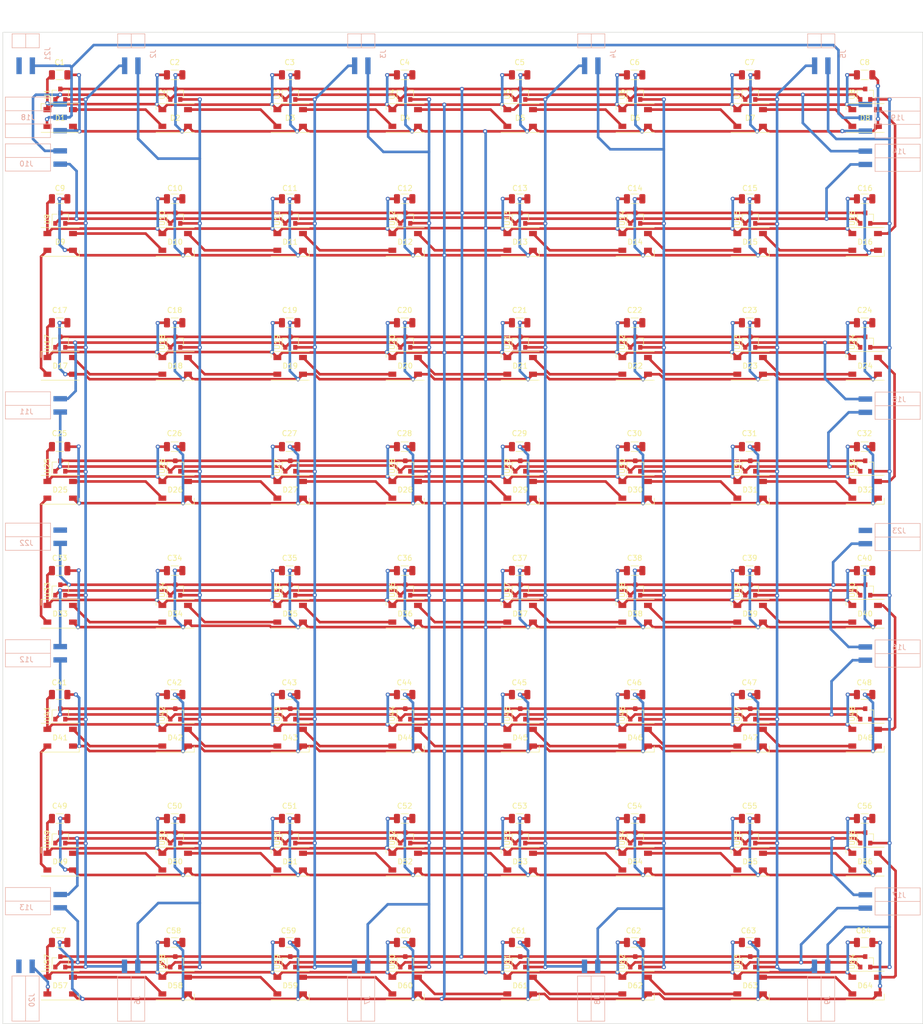
<source format=kicad_pcb>
(kicad_pcb (version 20211014) (generator pcbnew)
  (layers (0 "F.Cu" mixed) (31 "B.Cu" signal) (34 "B.Paste" user) (35 "F.Paste" user) (36 "B.SilkS" user "B.Silkscreen") (37 "F.SilkS" user "F.Silkscreen") (38 "B.Mask" user) (39 "F.Mask" user) (44 "Edge.Cuts" user))
  (net 0 "")
  (net 1 "P")
  (net 2 "LedIn")
  (net 3 "Net-(D1-Pad4)")
  (net 4 "Net-(D2-Pad4)")
  (net 5 "Net-(D3-Pad4)")
  (net 6 "Net-(D4-Pad4)")
  (net 7 "Net-(D5-Pad4)")
  (net 8 "Net-(D6-Pad4)")
  (net 9 "Net-(D7-Pad4)")
  (net 10 "GND")
  (net 12 "Net-(D10-Pad2)")
  (net 13 "Net-(D10-Pad4)")
  (net 14 "Net-(D11-Pad2)")
  (net 15 "Net-(D12-Pad2)")
  (net 16 "Net-(D13-Pad2)")
  (net 17 "Net-(D14-Pad2)")
  (net 18 "Net-(D15-Pad2)")
  (net 19 "Net-(D16-Pad2)")
  (net 20 "Net-(D17-Pad2)")
  (net 21 "Net-(D19-Pad4)")
  (net 22 "Net-(D20-Pad4)")
  (net 23 "Net-(D21-Pad4)")
  (net 24 "Net-(D22-Pad4)")
  (net 25 "Net-(D23-Pad4)")
  (net 26 "Net-(D24-Pad4)")
  (net 27 "Net-(D25-Pad4)")
  (net 28 "Net-(D28-Pad2)")
  (net 29 "Net-(D29-Pad2)")
  (net 30 "Net-(D30-Pad2)")
  (net 31 "Net-(D31-Pad2)")
  (net 32 "Net-(D37-Pad4)")
  (net 33 "Net-(D38-Pad4)")
  (net 34 "Net-(D39-Pad4)")
  (net 35 "Net-(D40-Pad4)")
  (net 36 "Net-(D41-Pad4)")
  (net 37 "Net-(D46-Pad2)")
  (net 38 "Net-(D47-Pad2)")
  (net 39 "Net-(D55-Pad4)")
  (net 40 "Net-(D56-Pad4)")
  (net 41 "LedOut")
  (net 42 "PQ1")
  (net 43 "PQ2")
  (net 44 "PQ3")
  (net 45 "PQ4")
  (net 46 "PQ5")
  (net 47 "PQ6")
  (net 48 "PQ7")
  (net 49 "PQ8")
  (net 50 "HallOut1")
  (net 51 "HallOut2")
  (net 52 "HallOut3")
  (net 53 "HallOut4")
  (net 54 "HallOut5")
  (net 55 "HallOut6")
  (net 56 "HallOut7")
  (net 57 "HallOut8")
  (net 58 "AGND")
  (net 59 "Net-(D17-Pad4)")
  (net 60 "Net-(D18-Pad4)")
  (net 61 "Net-(D25-Pad2)")
  (net 62 "Net-(D26-Pad2)")
  (net 63 "Net-(D27-Pad2)")
  (net 64 "Net-(D33-Pad4)")
  (net 65 "Net-(D34-Pad4)")
  (net 66 "Net-(D35-Pad4)")
  (net 67 "Net-(D36-Pad4)")
  (net 68 "Net-(D41-Pad2)")
  (net 69 "Net-(D42-Pad2)")
  (net 70 "Net-(D43-Pad2)")
  (net 71 "Net-(D44-Pad2)")
  (net 72 "Net-(D45-Pad2)")
  (net 73 "Net-(D49-Pad4)")
  (net 74 "Net-(D50-Pad4)")
  (net 75 "Net-(D51-Pad4)")
  (net 76 "Net-(D52-Pad4)")
  (net 77 "Net-(D53-Pad4)")
  (net 78 "Net-(D54-Pad4)")
  (net 79 "Net-(D57-Pad2)")
  (net 80 "Net-(D58-Pad2)")
  (net 81 "Net-(D59-Pad2)")
  (net 82 "Net-(D60-Pad2)")
  (net 83 "Net-(D61-Pad2)")
  (net 84 "Net-(D62-Pad2)")
  (net 85 "Net-(D63-Pad2)")
  (footprint "LED_SMD:LED_SK6812_PLCC4_5.0x5.0mm_P3.2mm" (layer "F.Cu") (at 27.976201 45.896401 180)
    (fp_text reference "D1")
    (fp_text value "SK6812")
  )
  (footprint "LED_SMD:LED_SK6812_PLCC4_5.0x5.0mm_P3.2mm" (layer "F.Cu") (at 49.976201 45.896401 180)
    (fp_text reference "D2")
    (fp_text value "SK6812")
  )
  (footprint "LED_SMD:LED_SK6812_PLCC4_5.0x5.0mm_P3.2mm" (layer "F.Cu") (at 71.976201 45.896401 180)
    (fp_text reference "D3")
    (fp_text value "SK6812")
  )
  (footprint "LED_SMD:LED_SK6812_PLCC4_5.0x5.0mm_P3.2mm" (layer "F.Cu") (at 93.976201 45.896401 180)
    (fp_text reference "D4")
    (fp_text value "SK6812")
  )
  (footprint "LED_SMD:LED_SK6812_PLCC4_5.0x5.0mm_P3.2mm" (layer "F.Cu") (at 115.976201 45.896401 180)
    (fp_text reference "D5")
    (fp_text value "SK6812")
  )
  (footprint "LED_SMD:LED_SK6812_PLCC4_5.0x5.0mm_P3.2mm" (layer "F.Cu") (at 137.976201 45.896401 180)
    (fp_text reference "D6")
    (fp_text value "SK6812")
  )
  (footprint "LED_SMD:LED_SK6812_PLCC4_5.0x5.0mm_P3.2mm" (layer "F.Cu") (at 159.976201 45.896401 180)
    (fp_text reference "D7")
    (fp_text value "SK6812")
  )
  (footprint "LED_SMD:LED_SK6812_PLCC4_5.0x5.0mm_P3.2mm" (layer "F.Cu") (at 181.976201 45.896401 180)
    (fp_text reference "D8")
    (fp_text value "SK6812")
  )
  (footprint "LED_SMD:LED_SK6812_PLCC4_5.0x5.0mm_P3.2mm" (layer "F.Cu") (at 27.976201 69.596401)
    (fp_text reference "D9")
    (fp_text value "SK6812")
  )
  (footprint "LED_SMD:LED_SK6812_PLCC4_5.0x5.0mm_P3.2mm" (layer "F.Cu") (at 49.976201 69.596401)
    (fp_text reference "D10")
    (fp_text value "SK6812")
  )
  (footprint "LED_SMD:LED_SK6812_PLCC4_5.0x5.0mm_P3.2mm" (layer "F.Cu") (at 71.976201 69.596401)
    (fp_text reference "D11")
    (fp_text value "SK6812")
  )
  (footprint "LED_SMD:LED_SK6812_PLCC4_5.0x5.0mm_P3.2mm" (layer "F.Cu") (at 93.976201 69.596401)
    (fp_text reference "D12")
    (fp_text value "SK6812")
  )
  (footprint "LED_SMD:LED_SK6812_PLCC4_5.0x5.0mm_P3.2mm" (layer "F.Cu") (at 115.976201 69.596401)
    (fp_text reference "D13")
    (fp_text value "SK6812")
  )
  (footprint "LED_SMD:LED_SK6812_PLCC4_5.0x5.0mm_P3.2mm" (layer "F.Cu") (at 137.976201 69.596401)
    (fp_text reference "D14")
    (fp_text value "SK6812")
  )
  (footprint "LED_SMD:LED_SK6812_PLCC4_5.0x5.0mm_P3.2mm" (layer "F.Cu") (at 159.976201 69.596401)
    (fp_text reference "D15")
    (fp_text value "SK6812")
  )
  (footprint "LED_SMD:LED_SK6812_PLCC4_5.0x5.0mm_P3.2mm" (layer "F.Cu") (at 181.976201 69.596401)
    (fp_text reference "D16")
    (fp_text value "SK6812")
  )
  (footprint "LED_SMD:LED_SK6812_PLCC4_5.0x5.0mm_P3.2mm" (layer "F.Cu") (at 27.976201 93.296401 180)
    (fp_text reference "D17")
    (fp_text value "SK6812")
  )
  (footprint "LED_SMD:LED_SK6812_PLCC4_5.0x5.0mm_P3.2mm" (layer "F.Cu") (at 49.976201 93.296401 180)
    (fp_text reference "D18")
    (fp_text value "SK6812")
  )
  (footprint "LED_SMD:LED_SK6812_PLCC4_5.0x5.0mm_P3.2mm" (layer "F.Cu") (at 71.976201 93.296401 180)
    (fp_text reference "D19")
    (fp_text value "SK6812")
  )
  (footprint "LED_SMD:LED_SK6812_PLCC4_5.0x5.0mm_P3.2mm" (layer "F.Cu") (at 93.976201 93.296401 180)
    (fp_text reference "D20")
    (fp_text value "SK6812")
  )
  (footprint "LED_SMD:LED_SK6812_PLCC4_5.0x5.0mm_P3.2mm" (layer "F.Cu") (at 115.976201 93.296401 180)
    (fp_text reference "D21")
    (fp_text value "SK6812")
  )
  (footprint "LED_SMD:LED_SK6812_PLCC4_5.0x5.0mm_P3.2mm" (layer "F.Cu") (at 137.976201 93.296401 180)
    (fp_text reference "D22")
    (fp_text value "SK6812")
  )
  (footprint "LED_SMD:LED_SK6812_PLCC4_5.0x5.0mm_P3.2mm" (layer "F.Cu") (at 159.976201 93.296401 180)
    (fp_text reference "D23")
    (fp_text value "SK6812")
  )
  (footprint "LED_SMD:LED_SK6812_PLCC4_5.0x5.0mm_P3.2mm" (layer "F.Cu") (at 181.976201 93.296401 180)
    (fp_text reference "D24")
    (fp_text value "SK6812")
  )
  (footprint "LED_SMD:LED_SK6812_PLCC4_5.0x5.0mm_P3.2mm" (layer "F.Cu") (at 27.976201 116.996401)
    (fp_text reference "D25")
    (fp_text value "SK6812")
  )
  (footprint "LED_SMD:LED_SK6812_PLCC4_5.0x5.0mm_P3.2mm" (layer "F.Cu") (at 49.976201 116.996401)
    (fp_text reference "D26")
    (fp_text value "SK6812")
  )
  (footprint "LED_SMD:LED_SK6812_PLCC4_5.0x5.0mm_P3.2mm" (layer "F.Cu") (at 71.976201 116.996401)
    (fp_text reference "D27")
    (fp_text value "SK6812")
  )
  (footprint "LED_SMD:LED_SK6812_PLCC4_5.0x5.0mm_P3.2mm" (layer "F.Cu") (at 93.976201 116.996401)
    (fp_text reference "D28")
    (fp_text value "SK6812")
  )
  (footprint "LED_SMD:LED_SK6812_PLCC4_5.0x5.0mm_P3.2mm" (layer "F.Cu") (at 115.976201 116.996401)
    (fp_text reference "D29")
    (fp_text value "SK6812")
  )
  (footprint "LED_SMD:LED_SK6812_PLCC4_5.0x5.0mm_P3.2mm" (layer "F.Cu") (at 137.976201 116.996401)
    (fp_text reference "D30")
    (fp_text value "SK6812")
  )
  (footprint "LED_SMD:LED_SK6812_PLCC4_5.0x5.0mm_P3.2mm" (layer "F.Cu") (at 159.976201 116.996401)
    (fp_text reference "D31")
    (fp_text value "SK6812")
  )
  (footprint "LED_SMD:LED_SK6812_PLCC4_5.0x5.0mm_P3.2mm" (layer "F.Cu") (at 181.976201 116.996401)
    (fp_text reference "D32")
    (fp_text value "SK6812")
  )
  (footprint "LED_SMD:LED_SK6812_PLCC4_5.0x5.0mm_P3.2mm" (layer "F.Cu") (at 27.976201 140.696401 180)
    (fp_text reference "D33")
    (fp_text value "SK6812")
  )
  (footprint "LED_SMD:LED_SK6812_PLCC4_5.0x5.0mm_P3.2mm" (layer "F.Cu") (at 49.976201 140.696401 180)
    (fp_text reference "D34")
    (fp_text value "SK6812")
  )
  (footprint "LED_SMD:LED_SK6812_PLCC4_5.0x5.0mm_P3.2mm" (layer "F.Cu") (at 71.976201 140.696401 180)
    (fp_text reference "D35")
    (fp_text value "SK6812")
  )
  (footprint "LED_SMD:LED_SK6812_PLCC4_5.0x5.0mm_P3.2mm" (layer "F.Cu") (at 93.976201 140.696401 180)
    (fp_text reference "D36")
    (fp_text value "SK6812")
  )
  (footprint "LED_SMD:LED_SK6812_PLCC4_5.0x5.0mm_P3.2mm" (layer "F.Cu") (at 115.976201 140.696401 180)
    (fp_text reference "D37")
    (fp_text value "SK6812")
  )
  (footprint "LED_SMD:LED_SK6812_PLCC4_5.0x5.0mm_P3.2mm" (layer "F.Cu") (at 137.976201 140.696401 180)
    (fp_text reference "D38")
    (fp_text value "SK6812")
  )
  (footprint "LED_SMD:LED_SK6812_PLCC4_5.0x5.0mm_P3.2mm" (layer "F.Cu") (at 159.976201 140.696401 180)
    (fp_text reference "D39")
    (fp_text value "SK6812")
  )
  (footprint "LED_SMD:LED_SK6812_PLCC4_5.0x5.0mm_P3.2mm" (layer "F.Cu") (at 181.976201 140.696401 180)
    (fp_text reference "D40")
    (fp_text value "SK6812")
  )
  (footprint "LED_SMD:LED_SK6812_PLCC4_5.0x5.0mm_P3.2mm" (layer "F.Cu") (at 27.976201 164.396401)
    (fp_text reference "D41")
    (fp_text value "SK6812")
  )
  (footprint "LED_SMD:LED_SK6812_PLCC4_5.0x5.0mm_P3.2mm" (layer "F.Cu") (at 49.976201 164.396401)
    (fp_text reference "D42")
    (fp_text value "SK6812")
  )
  (footprint "LED_SMD:LED_SK6812_PLCC4_5.0x5.0mm_P3.2mm" (layer "F.Cu") (at 71.976201 164.396401)
    (fp_text reference "D43")
    (fp_text value "SK6812")
  )
  (footprint "LED_SMD:LED_SK6812_PLCC4_5.0x5.0mm_P3.2mm" (layer "F.Cu") (at 93.976201 164.396401)
    (fp_text reference "D44")
    (fp_text value "SK6812")
  )
  (footprint "LED_SMD:LED_SK6812_PLCC4_5.0x5.0mm_P3.2mm" (layer "F.Cu") (at 115.976201 164.396401)
    (fp_text reference "D45")
    (fp_text value "SK6812")
  )
  (footprint "LED_SMD:LED_SK6812_PLCC4_5.0x5.0mm_P3.2mm" (layer "F.Cu") (at 137.976201 164.396401)
    (fp_text reference "D46")
    (fp_text value "SK6812")
  )
  (footprint "LED_SMD:LED_SK6812_PLCC4_5.0x5.0mm_P3.2mm" (layer "F.Cu") (at 159.976201 164.396401)
    (fp_text reference "D47")
    (fp_text value "SK6812")
  )
  (footprint "LED_SMD:LED_SK6812_PLCC4_5.0x5.0mm_P3.2mm" (layer "F.Cu") (at 181.976201 164.396401)
    (fp_text reference "D48")
    (fp_text value "SK6812")
  )
  (footprint "LED_SMD:LED_SK6812_PLCC4_5.0x5.0mm_P3.2mm" (layer "F.Cu") (at 27.976201 188.096401 180)
    (fp_text reference "D49")
    (fp_text value "SK6812")
  )
  (footprint "LED_SMD:LED_SK6812_PLCC4_5.0x5.0mm_P3.2mm" (layer "F.Cu") (at 49.976201 188.096401 180)
    (fp_text reference "D50")
    (fp_text value "SK6812")
  )
  (footprint "LED_SMD:LED_SK6812_PLCC4_5.0x5.0mm_P3.2mm" (layer "F.Cu") (at 71.976201 188.096401 180)
    (fp_text reference "D51")
    (fp_text value "SK6812")
  )
  (footprint "LED_SMD:LED_SK6812_PLCC4_5.0x5.0mm_P3.2mm" (layer "F.Cu") (at 93.976201 188.096401 180)
    (fp_text reference "D52")
    (fp_text value "SK6812")
  )
  (footprint "LED_SMD:LED_SK6812_PLCC4_5.0x5.0mm_P3.2mm" (layer "F.Cu") (at 115.976201 188.096401 180)
    (fp_text reference "D53")
    (fp_text value "SK6812")
  )
  (footprint "LED_SMD:LED_SK6812_PLCC4_5.0x5.0mm_P3.2mm" (layer "F.Cu") (at 137.976201 188.096401 180)
    (fp_text reference "D54")
    (fp_text value "SK6812")
  )
  (footprint "LED_SMD:LED_SK6812_PLCC4_5.0x5.0mm_P3.2mm" (layer "F.Cu") (at 159.976201 188.096401 180)
    (fp_text reference "D55")
    (fp_text value "SK6812")
  )
  (footprint "LED_SMD:LED_SK6812_PLCC4_5.0x5.0mm_P3.2mm" (layer "F.Cu") (at 181.976201 188.096401 180)
    (fp_text reference "D56")
    (fp_text value "SK6812")
  )
  (footprint "LED_SMD:LED_SK6812_PLCC4_5.0x5.0mm_P3.2mm" (layer "F.Cu") (at 27.976201 211.796401)
    (fp_text reference "D57")
    (fp_text value "SK6812")
  )
  (footprint "LED_SMD:LED_SK6812_PLCC4_5.0x5.0mm_P3.2mm" (layer "F.Cu") (at 49.976201 211.796401)
    (fp_text reference "D58")
    (fp_text value "SK6812")
  )
  (footprint "LED_SMD:LED_SK6812_PLCC4_5.0x5.0mm_P3.2mm" (layer "F.Cu") (at 71.976201 211.796401)
    (fp_text reference "D59")
    (fp_text value "SK6812")
  )
  (footprint "LED_SMD:LED_SK6812_PLCC4_5.0x5.0mm_P3.2mm" (layer "F.Cu") (at 93.976201 211.796401)
    (fp_text reference "D60")
    (fp_text value "SK6812")
  )
  (footprint "LED_SMD:LED_SK6812_PLCC4_5.0x5.0mm_P3.2mm" (layer "F.Cu") (at 115.976201 211.796401)
    (fp_text reference "D61")
    (fp_text value "SK6812")
  )
  (footprint "LED_SMD:LED_SK6812_PLCC4_5.0x5.0mm_P3.2mm" (layer "F.Cu") (at 137.976201 211.796401)
    (fp_text reference "D62")
    (fp_text value "SK6812")
  )
  (footprint "LED_SMD:LED_SK6812_PLCC4_5.0x5.0mm_P3.2mm" (layer "F.Cu") (at 159.976201 211.796401)
    (fp_text reference "D63")
    (fp_text value "SK6812")
  )
  (footprint "LED_SMD:LED_SK6812_PLCC4_5.0x5.0mm_P3.2mm" (layer "F.Cu") (at 181.976201 211.796401)
    (fp_text reference "D64")
    (fp_text value "SK6812")
  )
  (footprint "Package_TO_SOT_SMD:SOT-23" (layer "F.Cu") (at 28 41.35 90)
    (fp_text reference "U1")
    (fp_text value "AH49E")
  )
  (footprint "Package_TO_SOT_SMD:SOT-23" (layer "F.Cu") (at 50 41.35 90)
    (fp_text reference "U2")
    (fp_text value "AH49E")
  )
  (footprint "Package_TO_SOT_SMD:SOT-23" (layer "F.Cu") (at 72 41.35 90)
    (fp_text reference "U3")
    (fp_text value "AH49E")
  )
  (footprint "Package_TO_SOT_SMD:SOT-23" (layer "F.Cu") (at 94 41.35 90)
    (fp_text reference "U4")
    (fp_text value "AH49E")
  )
  (footprint "Package_TO_SOT_SMD:SOT-23" (layer "F.Cu") (at 116 41.35 90)
    (fp_text reference "U5")
    (fp_text value "AH49E")
  )
  (footprint "Package_TO_SOT_SMD:SOT-23" (layer "F.Cu") (at 138 41.35 90)
    (fp_text reference "U6")
    (fp_text value "AH49E")
  )
  (footprint "Package_TO_SOT_SMD:SOT-23" (layer "F.Cu") (at 160 41.35 90)
    (fp_text reference "U7")
    (fp_text value "AH49E")
  )
  (footprint "Package_TO_SOT_SMD:SOT-23" (layer "F.Cu") (at 182 41.35 90)
    (fp_text reference "U8")
    (fp_text value "AH49E")
  )
  (footprint "Package_TO_SOT_SMD:SOT-23" (layer "F.Cu") (at 28 65.05 90)
    (fp_text reference "U9")
    (fp_text value "AH49E")
  )
  (footprint "Package_TO_SOT_SMD:SOT-23" (layer "F.Cu") (at 50 65.05 90)
    (fp_text reference "U10")
    (fp_text value "AH49E")
  )
  (footprint "Package_TO_SOT_SMD:SOT-23" (layer "F.Cu") (at 72 65.05 90)
    (fp_text reference "U11")
    (fp_text value "AH49E")
  )
  (footprint "Package_TO_SOT_SMD:SOT-23" (layer "F.Cu") (at 94 65.05 90)
    (fp_text reference "U12")
    (fp_text value "AH49E")
  )
  (footprint "Package_TO_SOT_SMD:SOT-23" (layer "F.Cu") (at 116 65.05 90)
    (fp_text reference "U13")
    (fp_text value "AH49E")
  )
  (footprint "Package_TO_SOT_SMD:SOT-23" (layer "F.Cu") (at 138 65.05 90)
    (fp_text reference "U14")
    (fp_text value "AH49E")
  )
  (footprint "Package_TO_SOT_SMD:SOT-23" (layer "F.Cu") (at 160 65.05 90)
    (fp_text reference "U15")
    (fp_text value "AH49E")
  )
  (footprint "Package_TO_SOT_SMD:SOT-23" (layer "F.Cu") (at 182 65.05 90)
    (fp_text reference "U16")
    (fp_text value "AH49E")
  )
  (footprint "Package_TO_SOT_SMD:SOT-23" (layer "F.Cu") (at 28 88.75 90)
    (fp_text reference "U17")
    (fp_text value "AH49E")
  )
  (footprint "Package_TO_SOT_SMD:SOT-23" (layer "F.Cu") (at 50 88.75 90)
    (fp_text reference "U18")
    (fp_text value "AH49E")
  )
  (footprint "Package_TO_SOT_SMD:SOT-23" (layer "F.Cu") (at 72 88.75 90)
    (fp_text reference "U19")
    (fp_text value "AH49E")
  )
  (footprint "Package_TO_SOT_SMD:SOT-23" (layer "F.Cu") (at 94 88.75 90)
    (fp_text reference "U20")
    (fp_text value "AH49E")
  )
  (footprint "Package_TO_SOT_SMD:SOT-23" (layer "F.Cu") (at 116 88.75 90)
    (fp_text reference "U21")
    (fp_text value "AH49E")
  )
  (footprint "Package_TO_SOT_SMD:SOT-23" (layer "F.Cu") (at 138 88.75 90)
    (fp_text reference "U22")
    (fp_text value "AH49E")
  )
  (footprint "Package_TO_SOT_SMD:SOT-23" (layer "F.Cu") (at 160 88.75 90)
    (fp_text reference "U23")
    (fp_text value "AH49E")
  )
  (footprint "Package_TO_SOT_SMD:SOT-23" (layer "F.Cu") (at 182 88.75 90)
    (fp_text reference "U24")
    (fp_text value "AH49E")
  )
  (footprint "Package_TO_SOT_SMD:SOT-23" (layer "F.Cu") (at 28 112.45 90)
    (fp_text reference "U25")
    (fp_text value "AH49E")
  )
  (footprint "Package_TO_SOT_SMD:SOT-23" (layer "F.Cu") (at 50 112.45 90)
    (fp_text reference "U26")
    (fp_text value "AH49E")
  )
  (footprint "Package_TO_SOT_SMD:SOT-23" (layer "F.Cu") (at 72 112.45 90)
    (fp_text reference "U27")
    (fp_text value "AH49E")
  )
  (footprint "Package_TO_SOT_SMD:SOT-23" (layer "F.Cu") (at 94 112.45 90)
    (fp_text reference "U28")
    (fp_text value "AH49E")
  )
  (footprint "Package_TO_SOT_SMD:SOT-23" (layer "F.Cu") (at 116 112.45 90)
    (fp_text reference "U29")
    (fp_text value "AH49E")
  )
  (footprint "Package_TO_SOT_SMD:SOT-23" (layer "F.Cu") (at 138 112.45 90)
    (fp_text reference "U30")
    (fp_text value "AH49E")
  )
  (footprint "Package_TO_SOT_SMD:SOT-23" (layer "F.Cu") (at 160 112.45 90)
    (fp_text reference "U31")
    (fp_text value "AH49E")
  )
  (footprint "Package_TO_SOT_SMD:SOT-23" (layer "F.Cu") (at 182 112.45 90)
    (fp_text reference "U32")
    (fp_text value "AH49E")
  )
  (footprint "Package_TO_SOT_SMD:SOT-23" (layer "F.Cu") (at 28 136.15 90)
    (fp_text reference "U33")
    (fp_text value "AH49E")
  )
  (footprint "Package_TO_SOT_SMD:SOT-23" (layer "F.Cu") (at 50 136.15 90)
    (fp_text reference "U34")
    (fp_text value "AH49E")
  )
  (footprint "Package_TO_SOT_SMD:SOT-23" (layer "F.Cu") (at 72 136.15 90)
    (fp_text reference "U35")
    (fp_text value "AH49E")
  )
  (footprint "Package_TO_SOT_SMD:SOT-23" (layer "F.Cu") (at 94 136.15 90)
    (fp_text reference "U36")
    (fp_text value "AH49E")
  )
  (footprint "Package_TO_SOT_SMD:SOT-23" (layer "F.Cu") (at 116 136.15 90)
    (fp_text reference "U37")
    (fp_text value "AH49E")
  )
  (footprint "Package_TO_SOT_SMD:SOT-23" (layer "F.Cu") (at 138 136.15 90)
    (fp_text reference "U38")
    (fp_text value "AH49E")
  )
  (footprint "Package_TO_SOT_SMD:SOT-23" (layer "F.Cu") (at 160 136.15 90)
    (fp_text reference "U39")
    (fp_text value "AH49E")
  )
  (footprint "Package_TO_SOT_SMD:SOT-23" (layer "F.Cu") (at 182 136.15 90)
    (fp_text reference "U40")
    (fp_text value "AH49E")
  )
  (footprint "Package_TO_SOT_SMD:SOT-23" (layer "F.Cu") (at 28 159.85 90)
    (fp_text reference "U41")
    (fp_text value "AH49E")
  )
  (footprint "Package_TO_SOT_SMD:SOT-23" (layer "F.Cu") (at 50 159.85 90)
    (fp_text reference "U42")
    (fp_text value "AH49E")
  )
  (footprint "Package_TO_SOT_SMD:SOT-23" (layer "F.Cu") (at 72 159.85 90)
    (fp_text reference "U43")
    (fp_text value "AH49E")
  )
  (footprint "Package_TO_SOT_SMD:SOT-23" (layer "F.Cu") (at 94 159.85 90)
    (fp_text reference "U44")
    (fp_text value "AH49E")
  )
  (footprint "Package_TO_SOT_SMD:SOT-23" (layer "F.Cu") (at 116 159.85 90)
    (fp_text reference "U45")
    (fp_text value "AH49E")
  )
  (footprint "Package_TO_SOT_SMD:SOT-23" (layer "F.Cu") (at 138 159.85 90)
    (fp_text reference "U46")
    (fp_text value "AH49E")
  )
  (footprint "Package_TO_SOT_SMD:SOT-23" (layer "F.Cu") (at 160 159.85 90)
    (fp_text reference "U47")
    (fp_text value "AH49E")
  )
  (footprint "Package_TO_SOT_SMD:SOT-23" (layer "F.Cu") (at 182 159.85 90)
    (fp_text reference "U48")
    (fp_text value "AH49E")
  )
  (footprint "Package_TO_SOT_SMD:SOT-23" (layer "F.Cu") (at 28 183.55 90)
    (fp_text reference "U49")
    (fp_text value "AH49E")
  )
  (footprint "Package_TO_SOT_SMD:SOT-23" (layer "F.Cu") (at 50 183.55 90)
    (fp_text reference "U50")
    (fp_text value "AH49E")
  )
  (footprint "Package_TO_SOT_SMD:SOT-23" (layer "F.Cu") (at 72 183.55 90)
    (fp_text reference "U51")
    (fp_text value "AH49E")
  )
  (footprint "Package_TO_SOT_SMD:SOT-23" (layer "F.Cu") (at 94 183.55 90)
    (fp_text reference "U52")
    (fp_text value "AH49E")
  )
  (footprint "Package_TO_SOT_SMD:SOT-23" (layer "F.Cu") (at 116 183.55 90)
    (fp_text reference "U53")
    (fp_text value "AH49E")
  )
  (footprint "Package_TO_SOT_SMD:SOT-23" (layer "F.Cu") (at 138 183.55 90)
    (fp_text reference "U54")
    (fp_text value "AH49E")
  )
  (footprint "Package_TO_SOT_SMD:SOT-23" (layer "F.Cu") (at 160 183.55 90)
    (fp_text reference "U55")
    (fp_text value "AH49E")
  )
  (footprint "Package_TO_SOT_SMD:SOT-23" (layer "F.Cu") (at 182 183.55 90)
    (fp_text reference "U56")
    (fp_text value "AH49E")
  )
  (footprint "Package_TO_SOT_SMD:SOT-23" (layer "F.Cu") (at 28 207.25 90)
    (fp_text reference "U57")
    (fp_text value "AH49E")
  )
  (footprint "Package_TO_SOT_SMD:SOT-23" (layer "F.Cu") (at 50 207.25 90)
    (fp_text reference "U58")
    (fp_text value "AH49E")
  )
  (footprint "Package_TO_SOT_SMD:SOT-23" (layer "F.Cu") (at 72 207.25 90)
    (fp_text reference "U59")
    (fp_text value "AH49E")
  )
  (footprint "Package_TO_SOT_SMD:SOT-23" (layer "F.Cu") (at 94 207.25 90)
    (fp_text reference "U60")
    (fp_text value "AH49E")
  )
  (footprint "Package_TO_SOT_SMD:SOT-23" (layer "F.Cu") (at 116 207.25 90)
    (fp_text reference "U61")
    (fp_text value "AH49E")
  )
  (footprint "Package_TO_SOT_SMD:SOT-23" (layer "F.Cu") (at 138 207.25 90)
    (fp_text reference "U62")
    (fp_text value "AH49E")
  )
  (footprint "Package_TO_SOT_SMD:SOT-23" (layer "F.Cu") (at 160 207.25 90)
    (fp_text reference "U63")
    (fp_text value "AH49E")
  )
  (footprint "Package_TO_SOT_SMD:SOT-23" (layer "F.Cu") (at 182 207.25 90)
    (fp_text reference "U64")
    (fp_text value "AH49E")
  )
  (footprint "Capacitor_SMD:C_1206_3216Metric" (layer "F.Cu") (at 27.8768 37.65 180)
    (fp_text reference "C1")
    (fp_text value "C104")
  )
  (footprint "MountingHole:MountingHole_3mm" (layer "F.Cu") (at 38.44 53.83)
    (fp_text reference "m1" hide)
    (fp_text value "MountingHole_3mm")
  )
  (footprint "Capacitor_SMD:C_1206_3216Metric" (layer "F.Cu") (at 115.8768 37.65 180)
    (fp_text reference "C5")
    (fp_text value "C104")
  )
  (footprint "Capacitor_SMD:C_1206_3216Metric" (layer "F.Cu") (at 159.8768 132.45 180)
    (fp_text reference "C39")
    (fp_text value "C104")
  )
  (footprint "Capacitor_SMD:C_1206_3216Metric" (layer "F.Cu") (at 49.8768 132.45 180)
    (fp_text reference "C34")
    (fp_text value "C104")
  )
  (footprint "Capacitor_SMD:C_1206_3216Metric" (layer "F.Cu") (at 137.8768 37.65 180)
    (fp_text reference "C6")
    (fp_text value "C104")
  )
  (footprint "Capacitor_SMD:C_1206_3216Metric" (layer "F.Cu") (at 93.8768 156.15)
    (fp_text reference "C44")
    (fp_text value "C104")
  )
  (footprint "Capacitor_SMD:C_1206_3216Metric" (layer "F.Cu") (at 137.8768 85.05 180)
    (fp_text reference "C22")
    (fp_text value "C104")
  )
  (footprint "Capacitor_SMD:C_1206_3216Metric" (layer "F.Cu") (at 93.8768 179.85 180)
    (fp_text reference "C52")
    (fp_text value "C104")
  )
  (footprint "Capacitor_SMD:C_1206_3216Metric" (layer "F.Cu") (at 71.8768 85.05 180)
    (fp_text reference "C19")
    (fp_text value "C104")
  )
  (footprint "Capacitor_SMD:C_1206_3216Metric" (layer "F.Cu") (at 159.8768 179.85 180)
    (fp_text reference "C55")
    (fp_text value "C104")
  )
  (footprint "Capacitor_SMD:C_1206_3216Metric" (layer "F.Cu") (at 93.8768 85.05 180)
    (fp_text reference "C20")
    (fp_text value "C104")
  )
  (footprint "Capacitor_SMD:C_1206_3216Metric" (layer "F.Cu") (at 49.8768 85.05 180)
    (fp_text reference "C18")
    (fp_text value "C104")
  )
  (footprint "Capacitor_SMD:C_1206_3216Metric" (layer "F.Cu") (at 181.8768 85.05 180)
    (fp_text reference "C24")
    (fp_text value "C104")
  )
  (footprint "Capacitor_SMD:C_1206_3216Metric" (layer "F.Cu") (at 27.8768 179.85 180)
    (fp_text reference "C49")
    (fp_text value "C104")
  )
  (footprint "Capacitor_SMD:C_1206_3216Metric" (layer "F.Cu") (at 27.8768 85.05 180)
    (fp_text reference "C17")
    (fp_text value "C104")
  )
  (footprint "Capacitor_SMD:C_1206_3216Metric" (layer "F.Cu") (at 159.8768 37.65 180)
    (fp_text reference "C7")
    (fp_text value "C104")
  )
  (footprint "Capacitor_SMD:C_1206_3216Metric" (layer "F.Cu") (at 27.8768 61.35)
    (fp_text reference "C9")
    (fp_text value "C104")
  )
  (footprint "Capacitor_SMD:C_1206_3216Metric" (layer "F.Cu") (at 49.8768 203.55)
    (fp_text reference "C58")
    (fp_text value "C104")
  )
  (footprint "Capacitor_SMD:C_1206_3216Metric" (layer "F.Cu") (at 137.8768 61.35)
    (fp_text reference "C14")
    (fp_text value "C104")
  )
  (footprint "Capacitor_SMD:C_1206_3216Metric" (layer "F.Cu") (at 27.8768 132.45 180)
    (fp_text reference "C33")
    (fp_text value "C104")
  )
  (footprint "Capacitor_SMD:C_1206_3216Metric" (layer "F.Cu") (at 115.8768 108.75)
    (fp_text reference "C29")
    (fp_text value "C104")
  )
  (footprint "Capacitor_SMD:C_1206_3216Metric" (layer "F.Cu") (at 71.8768 37.65 180)
    (fp_text reference "C3")
    (fp_text value "C104")
  )
  (footprint "Capacitor_SMD:C_1206_3216Metric" (layer "F.Cu") (at 115.8768 179.85 180)
    (fp_text reference "C53")
    (fp_text value "C104")
  )
  (footprint "Capacitor_SMD:C_1206_3216Metric" (layer "F.Cu") (at 93.8768 203.55)
    (fp_text reference "C60")
    (fp_text value "C104")
  )
  (footprint "Capacitor_SMD:C_1206_3216Metric" (layer "F.Cu") (at 115.8768 156.15)
    (fp_text reference "C45")
    (fp_text value "C104")
  )
  (footprint "Capacitor_SMD:C_1206_3216Metric" (layer "F.Cu") (at 71.8768 179.85 180)
    (fp_text reference "C51")
    (fp_text value "C104")
  )
  (footprint "Capacitor_SMD:C_1206_3216Metric" (layer "F.Cu") (at 115.8768 132.45 180)
    (fp_text reference "C37")
    (fp_text value "C104")
  )
  (footprint "Capacitor_SMD:C_1206_3216Metric" (layer "F.Cu") (at 159.8768 85.05 180)
    (fp_text reference "C23")
    (fp_text value "C104")
  )
  (footprint "MountingHole:MountingHole_3mm" (layer "F.Cu") (at 60.78 101.1)
    (fp_text reference "m1" hide)
    (fp_text value "MountingHole_3mm")
  )
  (footprint "MountingHole:MountingHole_3mm" (layer "F.Cu") (at 39.22 196.2)
    (fp_text reference "m1" hide)
    (fp_text value "MountingHole_3mm")
  )
  (footprint "Capacitor_SMD:C_1206_3216Metric" (layer "F.Cu") (at 159.8768 61.35)
    (fp_text reference "C15")
    (fp_text value "C104")
  )
  (footprint "Capacitor_SMD:C_1206_3216Metric" (layer "F.Cu") (at 137.8768 179.85 180)
    (fp_text reference "C54")
    (fp_text value "C104")
  )
  (footprint "Capacitor_SMD:C_1206_3216Metric" (layer "F.Cu") (at 159.8768 156.15)
    (fp_text reference "C47")
    (fp_text value "C104")
  )
  (footprint "MountingHole:MountingHole_3mm" (layer "F.Cu") (at 170.54 195.15)
    (fp_text reference "m1" hide)
    (fp_text value "MountingHole_3mm")
  )
  (footprint "Capacitor_SMD:C_1206_3216Metric" (layer "F.Cu") (at 71.8768 156.15)
    (fp_text reference "C43")
    (fp_text value "C104")
  )
  (footprint "Capacitor_SMD:C_1206_3216Metric" (layer "F.Cu") (at 27.8768 203.55)
    (fp_text reference "C57")
    (fp_text value "C104")
  )
  (footprint "Capacitor_SMD:C_1206_3216Metric" (layer "F.Cu") (at 93.8768 37.65 180)
    (fp_text reference "C4")
    (fp_text value "C104")
  )
  (footprint "Capacitor_SMD:C_1206_3216Metric" (layer "F.Cu") (at 137.8768 156.15)
    (fp_text reference "C46")
    (fp_text value "C104")
  )
  (footprint "Capacitor_SMD:C_1206_3216Metric" (layer "F.Cu") (at 181.8768 108.75)
    (fp_text reference "C32")
    (fp_text value "C104")
  )
  (footprint "Capacitor_SMD:C_1206_3216Metric" (layer "F.Cu") (at 49.8768 108.75)
    (fp_text reference "C26")
    (fp_text value "C104")
  )
  (footprint "MountingHole:MountingHole_3mm" (layer "F.Cu") (at 170.58 55.21)
    (fp_text reference "m2" hide)
    (fp_text value "MountingHole_3mm")
  )
  (footprint "Capacitor_SMD:C_1206_3216Metric" (layer "F.Cu") (at 49.8768 156.15)
    (fp_text reference "C42")
    (fp_text value "C104")
  )
  (footprint "MountingHole:MountingHole_3mm" (layer "F.Cu") (at 149.03 101.1)
    (fp_text reference "m1" hide)
    (fp_text value "MountingHole_3mm")
  )
  (footprint "Capacitor_SMD:C_1206_3216Metric" (layer "F.Cu") (at 181.8768 132.45 180)
    (fp_text reference "C40")
    (fp_text value "C104")
  )
  (footprint "Capacitor_SMD:C_1206_3216Metric" (layer "F.Cu") (at 27.8768 108.75)
    (fp_text reference "C25")
    (fp_text value "C104")
  )
  (footprint "Capacitor_SMD:C_1206_3216Metric" (layer "F.Cu") (at 49.8768 61.35)
    (fp_text reference "C10")
    (fp_text value "C104")
  )
  (footprint "Capacitor_SMD:C_1206_3216Metric" (layer "F.Cu") (at 71.8768 108.75)
    (fp_text reference "C27")
    (fp_text value "C104")
  )
  (footprint "Capacitor_SMD:C_1206_3216Metric" (layer "F.Cu") (at 137.8768 108.75)
    (fp_text reference "C30")
    (fp_text value "C104")
  )
  (footprint "Capacitor_SMD:C_1206_3216Metric" (layer "F.Cu") (at 181.8768 203.55)
    (fp_text reference "C64")
    (fp_text value "C104")
  )
  (footprint "Capacitor_SMD:C_1206_3216Metric" (layer "F.Cu") (at 93.8768 108.75)
    (fp_text reference "C28")
    (fp_text value "C104")
  )
  (footprint "Capacitor_SMD:C_1206_3216Metric" (layer "F.Cu") (at 181.8768 37.65 180)
    (fp_text reference "C8")
    (fp_text value "C104")
  )
  (footprint "Capacitor_SMD:C_1206_3216Metric" (layer "F.Cu") (at 181.8768 61.35)
    (fp_text reference "C16")
    (fp_text value "C104")
  )
  (footprint "Capacitor_SMD:C_1206_3216Metric" (layer "F.Cu") (at 115.8768 61.35)
    (fp_text reference "C13")
    (fp_text value "C104")
  )
  (footprint "Capacitor_SMD:C_1206_3216Metric" (layer "F.Cu") (at 49.8768 37.65 180)
    (fp_text reference "C2")
    (fp_text value "C104")
  )
  (footprint "Capacitor_SMD:C_1206_3216Metric" (layer "F.Cu") (at 137.8768 203.55)
    (fp_text reference "C62")
    (fp_text value "C104")
  )
  (footprint "Capacitor_SMD:C_1206_3216Metric" (layer "F.Cu") (at 181.8768 156.15)
    (fp_text reference "C48")
    (fp_text value "C104")
  )
  (footprint "Capacitor_SMD:C_1206_3216Metric" (layer "F.Cu") (at 71.8768 203.55)
    (fp_text reference "C59")
    (fp_text value "C104")
  )
  (footprint "Capacitor_SMD:C_1206_3216Metric" (layer "F.Cu") (at 181.8768 179.85 180)
    (fp_text reference "C56")
    (fp_text value "C104")
  )
  (footprint "Capacitor_SMD:C_1206_3216Metric" (layer "F.Cu") (at 71.8768 61.35)
    (fp_text reference "C11")
    (fp_text value "C104")
  )
  (footprint "Capacitor_SMD:C_1206_3216Metric" (layer "F.Cu") (at 159.8768 108.75)
    (fp_text reference "C31")
    (fp_text value "C104")
  )
  (footprint "Capacitor_SMD:C_1206_3216Metric" (layer "F.Cu") (at 137.8768 132.45 180)
    (fp_text reference "C38")
    (fp_text value "C104")
  )
  (footprint "Capacitor_SMD:C_1206_3216Metric" (layer "F.Cu") (at 93.8768 132.45 180)
    (fp_text reference "C36")
    (fp_text value "C104")
  )
  (footprint "Capacitor_SMD:C_1206_3216Metric" (layer "F.Cu") (at 27.8768 156.15)
    (fp_text reference "C41")
    (fp_text value "C104")
  )
  (footprint "Capacitor_SMD:C_1206_3216Metric" (layer "F.Cu") (at 71.8768 132.45 180)
    (fp_text reference "C35")
    (fp_text value "C104")
  )
  (footprint "Capacitor_SMD:C_1206_3216Metric" (layer "F.Cu") (at 49.8768 179.85 180)
    (fp_text reference "C50")
    (fp_text value "C104")
  )
  (footprint "MountingHole:MountingHole_3mm" (layer "F.Cu") (at 61.18 149.38)
    (fp_text reference "m1" hide)
    (fp_text value "MountingHole_3mm")
  )
  (footprint "Capacitor_SMD:C_1206_3216Metric" (layer "F.Cu") (at 93.8768 61.35)
    (fp_text reference "C12")
    (fp_text value "C104")
  )
  (footprint "Capacitor_SMD:C_1206_3216Metric" (layer "F.Cu") (at 159.8768 203.55)
    (fp_text reference "C63")
    (fp_text value "C104")
  )
  (footprint "MountingHole:MountingHole_3mm" (layer "F.Cu") (at 149.88 148.93)
    (fp_text reference "m1" hide)
    (fp_text value "MountingHole_3mm")
  )
  (footprint "Capacitor_SMD:C_1206_3216Metric" (layer "F.Cu") (at 115.8768 85.05 180)
    (fp_text reference "C21")
    (fp_text value "C104")
  )
  (footprint "Capacitor_SMD:C_1206_3216Metric" (layer "F.Cu") (at 115.8768 203.55)
    (fp_text reference "C61")
    (fp_text value "C104")
  )
  (footprint "Connector_PinSocket_2.54mm:PinSocket_1x02_P2.54mm_Horizontal_SMD" (layer "B.Cu") (at 85.58 212.9 90)
    (fp_text reference "J7")
    (fp_text value "Hall_bottom")
  )
  (footprint "Connector_PinHeader_2.54mm:PinHeader_1x02_P2.54mm_Horizontal_SMD" (layer "B.Cu") (at 173.58 31.13 90)
    (fp_text reference "J5")
    (fp_text value "Hall_top")
  )
  (footprint "Connector_PinSocket_2.54mm:PinSocket_1x02_P2.54mm_Horizontal_SMD" (layer "B.Cu") (at 129.58 212.9 90)
    (fp_text reference "J8")
    (fp_text value "Hall_bottom")
  )
  (footprint "Connector_PinSocket_2.54mm:PinSocket_1x03_P2.54mm_Horizontal_SMD" (layer "B.Cu") (at 186.8 45.815 180)
    (fp_text reference "J19")
    (fp_text value "LedIn_side_b")
  )
  (footprint "Connector_PinSocket_2.54mm:PinSocket_1x02_P2.54mm_Horizontal_SMD" (layer "B.Cu") (at 186.8 126 180)
    (fp_text reference "J23")
    (fp_text value "Touch_side_b")
  )
  (footprint "Connector_PinSocket_2.54mm:PinSocket_1x02_P2.54mm_Horizontal_SMD" (layer "B.Cu") (at 186.8 100.88 180)
    (fp_text reference "J15")
    (fp_text value "PQ_side_b")
  )
  (footprint "Connector_PinHeader_2.54mm:PinHeader_1x02_P2.54mm_Horizontal_SMD" (layer "B.Cu") (at 129.58 31.13 90)
    (fp_text reference "J4")
    (fp_text value "Hall_top")
  )
  (footprint "Connector_PinHeader_2.54mm:PinHeader_1x02_P2.54mm_Horizontal_SMD" (layer "B.Cu") (at 21.38 31.13 90)
    (fp_text reference "J21")
    (fp_text value "LedIn_top")
  )
  (footprint "Connector_PinSocket_2.54mm:PinSocket_1x02_P2.54mm_Horizontal_SMD" (layer "B.Cu") (at 23.2 53.48)
    (fp_text reference "J10")
    (fp_text value "PQ_side_a")
  )
  (footprint "Connector_PinHeader_2.54mm:PinHeader_1x02_P2.54mm_Horizontal_SMD" (layer "B.Cu") (at 41.58 31.13 90)
    (fp_text reference "J2")
    (fp_text value "Hall_top")
  )
  (footprint "Connector_PinSocket_2.54mm:PinSocket_1x02_P2.54mm_Horizontal_SMD" (layer "B.Cu") (at 186.8 148.28 180)
    (fp_text reference "J16")
    (fp_text value "PQ_side_b")
  )
  (footprint "Connector_PinSocket_2.54mm:PinSocket_1x02_P2.54mm_Horizontal_SMD" (layer "B.Cu") (at 23.2 100.88)
    (fp_text reference "J11")
    (fp_text value "PQ_side_a")
  )
  (footprint "Connector_PinSocket_2.54mm:PinSocket_1x02_P2.54mm_Horizontal_SMD" (layer "B.Cu") (at 41.58 212.9 90)
    (fp_text reference "J6")
    (fp_text value "Hall_bottom")
  )
  (footprint "Connector_PinSocket_2.54mm:PinSocket_1x02_P2.54mm_Horizontal_SMD" (layer "B.Cu") (at 23.2 126)
    (fp_text reference "J22")
    (fp_text value "Touch_side_a")
  )
  (footprint "Connector_PinSocket_2.54mm:PinSocket_1x02_P2.54mm_Horizontal_SMD" (layer "B.Cu") (at 186.8 195.68 180)
    (fp_text reference "J17")
    (fp_text value "PQ_side_b")
  )
  (footprint "Connector_PinSocket_2.54mm:PinSocket_1x03_P2.54mm_Horizontal_SMD" (layer "B.Cu") (at 23.2 45.815)
    (fp_text reference "J18")
    (fp_text value "LedIn_side_a")
  )
  (footprint "Connector_PinHeader_2.54mm:PinHeader_1x02_P2.54mm_Horizontal_SMD" (layer "B.Cu") (at 85.58 31.13 90)
    (fp_text reference "J3")
    (fp_text value "Hall_top")
  )
  (footprint "Connector_PinSocket_2.54mm:PinSocket_1x02_P2.54mm_Horizontal_SMD" (layer "B.Cu") (at 23.2 148.28)
    (fp_text reference "J12")
    (fp_text value "PQ_side_a")
  )
  (footprint "Connector_PinSocket_2.54mm:PinSocket_1x02_P2.54mm_Horizontal_SMD" (layer "B.Cu") (at 173.58 212.9 90)
    (fp_text reference "J9")
    (fp_text value "Hall_bottom")
  )
  (footprint "Connector_PinSocket_2.54mm:PinSocket_1x02_P2.54mm_Horizontal_SMD" (layer "B.Cu") (at 186.8 53.48 180)
    (fp_text reference "J14")
    (fp_text value "PQ_side_b")
  )
  (footprint "Connector_PinSocket_2.54mm:PinSocket_1x02_P2.54mm_Horizontal_SMD" (layer "B.Cu") (at 23.2 195.68)
    (fp_text reference "J13")
    (fp_text value "PQ_side_a")
  )
  (footprint "Connector_PinSocket_2.54mm:PinSocket_1x02_P2.54mm_Horizontal_SMD" (layer "B.Cu") (at 21.38 212.89 90)
    (fp_text reference "J20")
    (fp_text value "LedOut_bottom")
  )
  (gr_rect (start 17 219.1) (end 193 29.5) (layer "Edge.Cuts") (width 0.1) (fill none))
  (segment (start 53.376202 48.446402) (end 73.4762 48.446402) (width 0.5) (layer "F.Cu") (net 1))
  (segment (start 48.476202 67.0464) (end 68.5762 67.0464) (width 0.5) (layer "F.Cu") (net 1))
  (segment (start 53.376202 95.846402) (end 73.4762 95.846402) (width 0.5) (layer "F.Cu") (net 1))
  (segment (start 48.476202 114.4464) (end 68.5762 114.4464) (width 0.5) (layer "F.Cu") (net 1))
  (segment (start 26.476202 161.8464) (end 46.5762 161.8464) (width 0.5) (layer "F.Cu") (net 1))
  (segment (start 31.376202 190.646402) (end 51.4762 190.646402) (width 0.5) (layer "F.Cu") (net 1))
  (segment (start 96.426201 189.696401) (end 97.376202 190.646402) (width 0.5) (layer "F.Cu") (net 1))
  (segment (start 90.5762 67.0464) (end 70.476202 67.0464) (width 0.5) (layer "F.Cu") (net 1))
  (segment (start 91.526201 115.396401) (end 90.5762 114.4464) (width 0.5) (layer "F.Cu") (net 1))
  (segment (start 163.376201 143.246401) (end 183.476201 143.246401) (width 0.5) (layer "F.Cu") (net 1))
  (segment (start 69.526201 115.396401) (end 68.5762 114.4464) (width 0.5) (layer "F.Cu") (net 1))
  (segment (start 25.526201 204.425599) (end 25.526201 210.196401) (width 0.5) (layer "F.Cu") (net 1))
  (segment (start 74.426201 142.296401) (end 75.376201 143.246401) (width 0.5) (layer "F.Cu") (net 1))
  (segment (start 31.376201 143.246401) (end 51.476201 143.246401) (width 0.5) (layer "F.Cu") (net 1))
  (segment (start 119.376202 190.646402) (end 139.4762 190.646402) (width 0.5) (layer "F.Cu") (net 1))
  (segment (start 161.4762 190.646402) (end 162.426201 189.696401) (width 0.5) (layer "F.Cu") (net 1))
  (segment (start 95.4762 190.646402) (end 96.426201 189.696401) (width 0.5) (layer "F.Cu") (net 1))
  (segment (start 114.4018 156.15) (end 112.66 156.15) (width 0.5) (layer "F.Cu") (net 1))
  (segment (start 136.476202 67.0464) (end 135.526201 67.996401) (width 0.5) (layer "F.Cu") (net 1))
  (segment (start 117.3518 85.05) (end 115.92 85.05) (width 0.5) (layer "F.Cu") (net 1))
  (segment (start 178.5762 161.8464) (end 158.476202 161.8464) (width 0.5) (layer "F.Cu") (net 1))
  (segment (start 25.526201 157.025599) (end 25.526201 162.796401) (width 0.5) (layer "F.Cu") (net 1))
  (segment (start 157.526201 210.196401) (end 156.5762 209.2464) (width 0.5) (layer "F.Cu") (net 1))
  (segment (start 75.376202 190.646402) (end 95.4762 190.646402) (width 0.5) (layer "F.Cu") (net 1))
  (segment (start 97.376202 190.646402) (end 117.4762 190.646402) (width 0.5) (layer "F.Cu") (net 1))
  (segment (start 73.4762 48.446402) (end 74.426201 47.496401) (width 0.5) (layer "F.Cu") (net 1))
  (segment (start 114.476202 67.0464) (end 113.526201 67.996401) (width 0.5) (layer "F.Cu") (net 1))
  (segment (start 27.9 85.05) (end 27.86 85.09) (width 0.5) (layer "F.Cu") (net 1))
  (segment (start 158.476202 114.4464) (end 157.526201 115.396401) (width 0.5) (layer "F.Cu") (net 1))
  (segment (start 158.476202 161.8464) (end 157.526201 162.796401) (width 0.5) (layer "F.Cu") (net 1))
  (segment (start 136.4018 108.75) (end 134.66 108.75) (width 0.5) (layer "F.Cu") (net 1))
  (segment (start 134.5762 67.0464) (end 114.476202 67.0464) (width 0.5) (layer "F.Cu") (net 1))
  (segment (start 140.426201 47.496401) (end 141.376202 48.446402) (width 0.5) (layer "F.Cu") (net 1))
  (segment (start 26.476202 161.8464) (end 25.526201 162.796401) (width 0.5) (layer "F.Cu") (net 1))
  (segment (start 162.426201 47.496401) (end 163.376202 48.446402) (width 0.5) (layer "F.Cu") (net 1))
  (segment (start 121.58624 95.846402) (end 139.4762 95.846402) (width 0.5) (layer "F.Cu") (net 1))
  (segment (start 179.526201 210.196401) (end 178.5762 209.2464) (width 0.5) (layer "F.Cu") (net 1))
  (segment (start 156.5762 67.0464) (end 136.476202 67.0464) (width 0.5) (layer "F.Cu") (net 1))
  (segment (start 53.376202 190.646402) (end 73.4762 190.646402) (width 0.5) (layer "F.Cu") (net 1))
  (segment (start 139.3518 85.05) (end 137.92 85.05) (width 0.5) (layer "F.Cu") (net 1))
  (segment (start 113.526201 115.396401) (end 112.5762 114.4464) (width 0.5) (layer "F.Cu") (net 1))
  (segment (start 47.526201 210.196401) (end 46.5762 209.2464) (width 0.5) (layer "F.Cu") (net 1))
  (segment (start 112.5762 161.8464) (end 92.476202 161.8464) (width 0.5) (layer "F.Cu") (net 1))
  (segment (start 136.4018 203.55) (end 134.66 203.55) (width 0.5) (layer "F.Cu") (net 1))
  (segment (start 75.376202 48.446402) (end 95.4762 48.446402) (width 0.5) (layer "F.Cu") (net 1))
  (segment (start 29.3518 85.05) (end 27.9 85.05) (width 0.5) (layer "F.Cu") (net 1))
  (segment (start 141.376202 190.646402) (end 161.4762 190.646402) (width 0.5) (layer "F.Cu") (net 1))
  (segment (start 178.5762 67.0464) (end 179.526201 67.996401) (width 0.5) (layer "F.Cu") (net 1))
  (segment (start 95.4762 48.446402) (end 96.426201 47.496401) (width 0.5) (layer "F.Cu") (net 1))
  (segment (start 73.4762 190.646402) (end 74.426201 189.696401) (width 0.5) (layer "F.Cu") (net 1))
  (segment (start 90.5762 161.8464) (end 70.476202 161.8464) (width 0.5) (layer "F.Cu") (net 1))
  (segment (start 139.3518 179.85) (end 137.92 179.85) (width 0.5) (layer "F.Cu") (net 1))
  (segment (start 48.476202 209.2464) (end 47.526201 210.196401) (width 0.5) (layer "F.Cu") (net 1))
  (segment (start 70.476202 161.8464) (end 69.526201 162.796401) (width 0.5) (layer "F.Cu") (net 1))
  (segment (start 97.376201 143.246401) (end 117.476201 143.246401) (width 0.5) (layer "F.Cu") (net 1))
  (segment (start 92.476202 161.8464) (end 91.526201 162.796401) (width 0.5) (layer "F.Cu") (net 1))
  (segment (start 30.426201 142.296401) (end 31.376201 143.246401) (width 0.5) (layer "F.Cu") (net 1))
  (segment (start 114.476202 114.4464) (end 113.526201 115.396401) (width 0.5) (layer "F.Cu") (net 1))
  (segment (start 26.4018 61.35) (end 25.526201 62.225599) (width 0.5) (layer "F.Cu") (net 1))
  (segment (start 96.426201 94.896401) (end 98.636239 94.896401) (width 0.5) (layer "F.Cu") (net 1))
  (segment (start 114.4018 203.55) (end 112.66 203.55) (width 0.5) (layer "F.Cu") (net 1))
  (segment (start 68.5762 209.2464) (end 48.476202 209.2464) (width 0.5) (layer "F.Cu") (net 1))
  (segment (start 135.526201 162.796401) (end 134.5762 161.8464) (width 0.5) (layer "F.Cu") (net 1))
  (segment (start 52.426201 142.296401) (end 53.126201 142.996401) (width 0.5) (layer "F.Cu") (net 1))
  (segment (start 74.426201 47.496401) (end 75.376202 48.446402) (width 0.5) (layer "F.Cu") (net 1))
  (segment (start 32.636239 94.896401) (end 33.58624 95.846402) (width 0.5) (layer "F.Cu") (net 1))
  (segment (start 92.476202 209.2464) (end 109.3736 209.2464) (width 0.5) (layer "F.Cu") (net 1))
  (segment (start 180.4018 203.55) (end 178.66 203.55) (width 0.5) (layer "F.Cu") (net 1))
  (segment (start 158.4018 156.15) (end 156.66 156.15) (width 0.5) (layer "F.Cu") (net 1))
  (segment (start 117.476201 143.246401) (end 118.426201 142.296401) (width 0.5) (layer "F.Cu") (net 1))
  (segment (start 92.4018 108.75) (end 90.66 108.75) (width 0.5) (layer "F.Cu") (net 1))
  (segment (start 47.526201 162.796401) (end 46.5762 161.8464) (width 0.5) (layer "F.Cu") (net 1))
  (segment (start 165.58624 95.846402) (end 183.4762 95.846402) (width 0.5) (layer "F.Cu") (net 1))
  (segment (start 90.5762 114.4464) (end 70.476202 114.4464) (width 0.5) (layer "F.Cu") (net 1))
  (segment (start 183.476201 143.246401) (end 184.426201 142.296401) (width 0.5) (layer "F.Cu") (net 1))
  (segment (start 48.4018 203.55) (end 46.66 203.55) (width 0.5) (layer "F.Cu") (net 1))
  (segment (start 51.3518 37.65) (end 50.08 37.65) (width 0.5) (layer "F.Cu") (net 1))
  (segment (start 96.426201 142.296401) (end 97.376201 143.246401) (width 0.5) (layer "F.Cu") (net 1))
  (segment (start 26.476202 209.2464) (end 25.526201 210.196401) (width 0.5) (layer "F.Cu") (net 1))
  (segment (start 92.4018 156.15) (end 90.66 156.15) (width 0.5) (layer "F.Cu") (net 1))
  (segment (start 158.4018 108.75) (end 156.66 108.75) (width 0.5) (layer "F.Cu") (net 1))
  (segment (start 92.4018 61.35) (end 90.66 61.35) (width 0.5) (layer "F.Cu") (net 1))
  (segment (start 46.5762 67.0464) (end 26.476202 67.0464) (width 0.5) (layer "F.Cu") (net 1))
  (segment (start 184.426201 46.073799) (end 184.44 46.06) (width 0.5) (layer "F.Cu") (net 1))
  (segment (start 92.572601 66.950001) (end 91.526201 67.996401) (width 0.5) (layer "F.Cu") (net 1))
  (segment (start 143.58624 95.846402) (end 161.4762 95.846402) (width 0.5) (layer "F.Cu") (net 1))
  (segment (start 162.426201 189.696401) (end 163.376202 190.646402) (width 0.5) (layer "F.Cu") (net 1))
  (segment (start 140.426201 142.296401) (end 141.376201 143.246401) (width 0.5) (layer "F.Cu") (net 1))
  (segment (start 74.426201 94.896401) (end 76.636239 94.896401) (width 0.5) (layer "F.Cu") (net 1))
  (segment (start 91.526201 67.996401) (end 90.5762 67.0464) (width 0.5) (layer "F.Cu") (net 1))
  (segment (start 180.4018 108.75) (end 178.66 108.75) (width 0.5) (layer "F.Cu") (net 1))
  (segment (start 136.4018 156.15) (end 134.66 156.15) (width 0.5) (layer "F.Cu") (net 1))
  (segment (start 114.4018 108.75) (end 112.66 108.75) (width 0.5) (layer "F.Cu") (net 1))
  (segment (start 47.526201 67.996401) (end 46.5762 67.0464) (width 0.5) (layer "F.Cu") (net 1))
  (segment (start 161.3518 132.45) (end 159.92 132.45) (width 0.5) (layer "F.Cu") (net 1))
  (segment (start 112.5762 114.4464) (end 92.476202 114.4464) (width 0.5) (layer "F.Cu") (net 1))
  (segment (start 48.4018 108.75) (end 46.66 108.75) (width 0.5) (layer "F.Cu") (net 1))
  (segment (start 95.3518 37.65) (end 94.08 37.65) (width 0.5) (layer "F.Cu") (net 1))
  (segment (start 136.4018 61.35) (end 134.66 61.35) (width 0.5) (layer "F.Cu") (net 1))
  (segment (start 53.126201 142.996401) (end 68.076201 142.996401) (width 0.5) (layer "F.Cu") (net 1))
  (segment (start 95.476201 143.246401) (end 96.426201 142.296401) (width 0.5) (layer "F.Cu") (net 1))
  (segment (start 50.08 37.65) (end 50.03 37.7) (width 0.5) (layer "F.Cu") (net 1))
  (segment (start 73.3518 37.65) (end 72.08 37.65) (width 0.5) (layer "F.Cu") (net 1))
  (segment (start 183.3518 179.85) (end 181.92 179.85) (width 0.5) (layer "F.Cu") (net 1))
  (segment (start 179.526201 162.796401) (end 178.5762 161.8464) (width 0.5) (layer "F.Cu") (net 1))
  (segment (start 26.476202 67.0464) (end 25.526201 67.996401) (width 0.5) (layer "F.Cu") (net 1))
  (segment (start 178.5762 114.4464) (end 158.476202 114.4464) (width 0.5) (layer "F.Cu") (net 1))
  (segment (start 161.4762 48.446402) (end 162.426201 47.496401) (width 0.5) (layer "F.Cu") (net 1))
  (segment (start 74.426201 189.696401) (end 75.376202 190.646402) (width 0.5) (layer "F.Cu") (net 1))
  (segment (start 77.58624 95.846402) (end 95.4762 95.846402) (width 0.5) (layer "F.Cu") (net 1))
  (segment (start 31.51 37.65) (end 31.56 37.7) (width 0.5) (layer "F.Cu") (net 1))
  (segment (start 134.5762 209.2464) (end 114.476202 209.2464) (width 0.5) (layer "F.Cu") (net 1))
  (segment (start 118.426201 142.296401) (end 119.376201 143.246401) (width 0.5) (layer "F.Cu") (net 1))
  (segment (start 51.4762 95.846402) (end 52.426201 94.896401) (width 0.5) (layer "F.Cu") (net 1))
  (segment (start 118.426201 47.496401) (end 119.376202 48.446402) (width 0.5) (layer "F.Cu") (net 1))
  (segment (start 51.3518 85.05) (end 49.92 85.05) (width 0.5) (layer "F.Cu") (net 1))
  (segment (start 136.476202 161.8464) (end 135.526201 162.796401) (width 0.5) (layer "F.Cu") (net 1))
  (segment (start 156.5762 114.4464) (end 136.476202 114.4464) (width 0.5) (layer "F.Cu") (net 1))
  (segment (start 68.076201 142.996401) (end 68.326201 143.246401) (width 0.5) (layer "F.Cu") (net 1))
  (segment (start 139.3518 132.45) (end 137.92 132.45) (width 0.5) (layer "F.Cu") (net 1))
  (segment (start 113.526201 162.796401) (end 112.5762 161.8464) (width 0.5) (layer "F.Cu") (net 1))
  (segment (start 29.3518 132.45) (end 31.48 132.45) (width 0.5) (layer "F.Cu") (net 1))
  (segment (start 118.426201 94.896401) (end 120.636239 94.896401) (width 0.5) (layer "F.Cu") (net 1))
  (segment (start 97.376202 48.446402) (end 117.4762 48.446402) (width 0.5) (layer "F.Cu") (net 1))
  (segment (start 31.48 132.45) (end 31.52 132.41) (width 0.5) (layer "F.Cu") (net 1))
  (segment (start 183.3518 85.05) (end 181.92 85.05) (width 0.5) (layer "F.Cu") (net 1))
  (segment (start 135.526201 210.196401) (end 134.5762 209.2464) (width 0.5) (layer "F.Cu") (net 1))
  (segment (start 28.92 189.61) (end 30.3398 189.61) (width 0.5) (layer "F.Cu") (net 1))
  (segment (start 118.426201 189.696401) (end 119.376202 190.646402) (width 0.5) (layer "F.Cu") (net 1))
  (segment (start 48.4018 61.35) (end 46.66 61.35) (width 0.5) (layer "F.Cu") (net 1))
  (segment (start 163.376202 48.446402) (end 183.4762 48.446402) (width 0.5) (layer "F.Cu") (net 1))
  (segment (start 117.4762 95.846402) (end 118.426201 94.896401) (width 0.5) (layer "F.Cu") (net 1))
  (segment (start 139.4762 190.646402) (end 140.426201 189.696401) (width 0.5) (layer "F.Cu") (net 1))
  (segment (start 112.5762 209.2464) (end 113.526201 210.196401) (width 0.5) (layer "F.Cu") (net 1))
  (segment (start 70.4018 61.35) (end 68.66 61.35) (width 0.5) (layer "F.Cu") (net 1))
  (segment (start 183.4762 190.646402) (end 184.426201 189.696401) (width 0.5) (layer "F.Cu") (net 1))
  (segment (start 51.4762 190.646402) (end 52.426201 189.696401) (width 0.5) (layer "F.Cu") (net 1))
  (segment (start 46.66 61.35) (end 46.65 61.36) (width 0.5) (layer "F.Cu") (net 1))
  (segment (start 139.3518 37.65) (end 138.08 37.65) (width 0.5) (layer "F.Cu") (net 1))
  (segment (start 48.4018 156.15) (end 46.66 156.15) (width 0.5) (layer "F.Cu") (net 1))
  (segment (start 140.426201 189.696401) (end 141.376202 190.646402) (width 0.5) (layer "F.Cu") (net 1))
  (segment (start 161.4762 95.846402) (end 162.426201 94.896401) (width 0.5) (layer "F.Cu") (net 1))
  (segment (start 162.426201 142.296401) (end 163.376201 143.246401) (width 0.5) (layer "F.Cu") (net 1))
  (segment (start 68.326201 143.246401) (end 73.476201 143.246401) (width 0.5) (layer "F.Cu") (net 1))
  (segment (start 96.426201 47.496401) (end 97.376202 48.446402) (width 0.5) (layer "F.Cu") (net 1))
  (segment (start 29.3518 37.65) (end 31.51 37.65) (width 0.5) (layer "F.Cu") (net 1))
  (segment (start 52.426201 94.896401) (end 53.376202 95.846402) (width 0.5) (layer "F.Cu") (net 1))
  (segment (start 26.4018 108.75) (end 25.526201 109.625599) (width 0.5) (layer "F.Cu") (net 1))
  (segment (start 183.4762 48.446402) (end 184.426201 47.496401) (width 0.5) (layer "F.Cu") (net 1))
  (segment (start 95.4762 95.846402) (end 96.426201 94.896401) (width 0.5) (layer "F.Cu") (net 1))
  (segment (start 28.95 94.89) (end 30.4198 94.89) (width 0.5) (layer "F.Cu") (net 1))
  (segment (start 184.42 38.7182) (end 183.3518 37.65) (width 0.5) (layer "F.Cu") (net 1))
  (segment (start 136.476202 114.4464) (end 135.526201 115.396401) (width 0.5) (layer "F.Cu") (net 1))
  (segment (start 157.526201 162.796401) (end 156.5762 161.8464) (width 0.5) (layer "F.Cu") (net 1))
  (segment (start 69.526201 210.196401) (end 68.5762 209.2464) (width 0.5) (layer "F.Cu") (net 1))
  (segment (start 156.5762 161.8464) (end 136.476202 161.8464) (width 0.5) (layer "F.Cu") (net 1))
  (segment (start 158.476202 209.2464) (end 157.526201 210.196401) (width 0.5) (layer "F.Cu") (net 1))
  (segment (start 119.376202 48.446402) (end 139.4762 48.446402) (width 0.5) (layer "F.Cu") (net 1))
  (segment (start 156.5762 209.2464) (end 136.476202 209.2464) (width 0.5) (layer "F.Cu") (net 1))
  (segment (start 117.4762 48.446402) (end 118.426201 47.496401) (width 0.5) (layer "F.Cu") (net 1))
  (segment (start 178.5762 209.2464) (end 158.476202 209.2464) (width 0.5) (layer "F.Cu") (net 1))
  (segment (start 30.426201 94.896401) (end 32.636239 94.896401) (width 0.5) (layer "F.Cu") (net 1))
  (segment (start 184.426201 47.496401) (end 184.426201 46.073799) (width 0.5) (layer "F.Cu") (net 1))
  (segment (start 73.3518 85.05) (end 71.92 85.05) (width 0.5) (layer "F.Cu") (net 1))
  (segment (start 135.526201 67.996401) (end 134.5762 67.0464) (width 0.5) (layer "F.Cu") (net 1))
  (segment (start 26.4018 156.15) (end 25.526201 157.025599) (width 0.5) (layer "F.Cu") (net 1))
  (segment (start 158.4018 203.55) (end 156.66 203.55) (width 0.5) (layer "F.Cu") (net 1))
  (segment (start 91.526201 210.196401) (end 90.5762 209.2464) (width 0.5) (layer "F.Cu") (net 1))
  (segment (start 31.376202 48.446402) (end 31.663598 48.446402) (width 0.5) (layer "F.Cu") (net 1))
  (segment (start 114.476202 161.8464) (end 113.526201 162.796401) (width 0.5) (layer "F.Cu") (net 1))
  (segment (start 73.3518 179.85) (end 71.92 179.85) (width 0.5) (layer "F.Cu") (net 1))
  (segment (start 184.42 39.8) (end 184.42 38.7182) (width 0.5) (layer "F.Cu") (net 1))
  (segment (start 183.3518 132.45) (end 181.92 132.45) (width 0.5) (layer "F.Cu") (net 1))
  (segment (start 179.526201 115.396401) (end 178.5762 114.4464) (width 0.5) (layer "F.Cu") (net 1))
  (segment (start 142.636239 94.896401) (end 143.58624 95.846402) (width 0.5) (layer "F.Cu") (net 1))
  (segment (start 70.476202 67.0464) (end 69.526201 67.996401) (width 0.5) (layer "F.Cu") (net 1))
  (segment (start 134.5762 114.4464) (end 114.476202 114.4464) (width 0.5) (layer "F.Cu") (net 1))
  (segment (start 117.3518 132.45) (end 115.92 132.45) (width 0.5) (layer "F.Cu") (net 1))
  (segment (start 92.4018 203.55) (end 90.66 203.55) (width 0.5) (layer "F.Cu") (net 1))
  (segment (start 99.58624 95.846402) (end 117.4762 95.846402) (width 0.5) (layer "F.Cu") (net 1))
  (segment (start 161.3518 37.65) (end 160.08 37.65) (width 0.5) (layer "F.Cu") (net 1))
  (segment (start 30.426201 189.696401) (end 31.376202 190.646402) (width 0.5) (layer "F.Cu") (net 1))
  (segment (start 48.476202 67.0464) (end 47.526201 67.996401) (width 0.5) (layer "F.Cu") (net 1))
  (segment (start 113.526201 67.996401) (end 112.479801 66.950001) (width 0.5) (layer "F.Cu") (net 1))
  (segment (start 180.4018 61.35) (end 178.66 61.35) (width 0.5) (layer "F.Cu") (net 1))
  (segment (start 69.526201 67.996401) (end 68.5762 67.0464) (width 0.5) (layer "F.Cu") (net 1))
  (segment (start 139.476201 143.246401) (end 140.426201 142.296401) (width 0.5) (layer "F.Cu") (net 1))
  (segment (start 119.376201 143.246401) (end 139.476201 143.246401) (width 0.5) (layer "F.Cu") (net 1))
  (segment (start 91.526201 210.196401) (end 92.476202 209.2464) (width 0.5) (layer "F.Cu") (net 1))
  (segment (start 26.4018 203.55) (end 25.526201 204.425599) (width 0.5) (layer "F.Cu") (net 1))
  (segment (start 134.5762 161.8464) (end 114.476202 161.8464) (width 0.5) (layer "F.Cu") (net 1))
  (segment (start 51.476201 143.246401) (end 52.426201 142.296401) (width 0.5) (layer "F.Cu") (net 1))
  (segment (start 135.526201 115.396401) (end 134.5762 114.4464) (width 0.5) (layer "F.Cu") (net 1))
  (segment (start 139.4762 95.846402) (end 140.426201 94.896401) (width 0.5) (layer "F.Cu") (net 1))
  (segment (start 48.476202 114.4464) (end 47.526201 115.396401) (width 0.5) (layer "F.Cu") (net 1))
  (segment (start 46.66 108.75) (end 46.65 108.76) (width 0.5) (layer "F.Cu") (net 1))
  (segment (start 183.4762 95.846402) (end 184.426201 94.896401) (width 0.5) (layer "F.Cu") (net 1))
  (segment (start 157.526201 67.996401) (end 156.5762 67.0464) (width 0.5) (layer "F.Cu") (net 1))
  (segment (start 161.3518 179.85) (end 159.92 179.85) (width 0.5) (layer "F.Cu") (net 1))
  (segment (start 30.426201 47.496401) (end 31.376202 48.446402) (width 0.5) (layer "F.Cu") (net 1))
  (segment (start 73.4762 95.846402) (end 74.426201 94.896401) (width 0.5) (layer "F.Cu") (net 1))
  (segment (start 117.3518 37.65) (end 116.08 37.65) (width 0.5) (layer "F.Cu") (net 1))
  (segment (start 70.4018 156.15) (end 68.66 156.15) (width 0.5) (layer "F.Cu") (net 1))
  (segment (start 90.5762 209.2464) (end 70.476202 209.2464) (width 0.5) (layer "F.Cu") (net 1))
  (segment (start 141.376201 143.246401) (end 161.476201 143.246401) (width 0.5) (layer "F.Cu") (net 1))
  (segment (start 51.3518 132.45) (end 49.92 132.45) (width 0.5) (layer "F.Cu") (net 1))
  (segment (start 140.426201 94.896401) (end 142.636239 94.896401) (width 0.5) (layer "F.Cu") (net 1))
  (segment (start 70.476202 114.4464) (end 69.526201 115.396401) (width 0.5) (layer "F.Cu") (net 1))
  (segment (start 69.526201 162.796401) (end 68.5762 161.8464) (width 0.5) (layer "F.Cu") (net 1))
  (segment (start 158.476202 67.0464) (end 178.5762 67.0464) (width 0.5) (layer "F.Cu") (net 1))
  (segment (start 48.476202 161.8464) (end 47.526201 162.796401) (width 0.5) (layer "F.Cu") (net 1))
  (segment (start 136.476202 209.2464) (end 135.526201 210.196401) (width 0.5) (layer "F.Cu") (net 1))
  (segment (start 33.58624 95.846402) (end 51.4762 95.846402) (width 0.5) (layer "F.Cu") (net 1))
  (segment (start 141.376202 48.446402) (end 161.4762 48.446402) (width 0.5) (layer "F.Cu") (net 1))
  (segment (start 164.636239 94.896401) (end 165.58624 95.846402) (width 0.5) (layer "F.Cu") (net 1))
  (segment (start 114.476202 209.2464) (end 113.526201 210.196401) (width 0.5) (layer "F.Cu") (net 1))
  (segment (start 180.4018 156.15) (end 178.66 156.15) (width 0.5) (layer "F.Cu") (net 1))
  (segment (start 163.376202 190.646402) (end 183.4762 190.646402) (width 0.5) (layer "F.Cu") (net 1))
  (segment (start 73.3518 132.45) (end 71.92 132.45) (width 0.5) (layer "F.Cu") (net 1))
  (segment (start 161.3518 85.05) (end 159.92 85.05) (width 0.5) (layer "F.Cu") (net 1))
  (segment (start 52.426201 189.696401) (end 53.376202 190.646402) (width 0.5) (layer "F.Cu") (net 1))
  (segment (start 68.5762 161.8464) (end 48.476202 161.8464) (width 0.5) (layer "F.Cu") (net 1))
  (segment (start 112.479801 66.950001) (end 92.572601 66.950001) (width 0.5) (layer "F.Cu") (net 1))
  (segment (start 117.3518 179.85) (end 115.92 179.85) (width 0.5) (layer "F.Cu") (net 1))
  (segment (start 162.426201 94.896401) (end 164.636239 94.896401) (width 0.5) (layer "F.Cu") (net 1))
  (segment (start 75.376201 143.246401) (end 95.476201 143.246401) (width 0.5) (layer "F.Cu") (net 1))
  (segment (start 47.526201 115.396401) (end 46.5762 114.4464) (width 0.5) (layer "F.Cu") (net 1))
  (segment (start 95.3518 132.45) (end 93.92 132.45) (width 0.5) (layer "F.Cu") (net 1))
  (segment (start 26.476202 114.4464) (end 25.526201 115.396401) (width 0.5) (layer "F.Cu") (net 1))
  (segment (start 109.3736 209.2464) (end 112.5762 209.2464) (width 0.5) (layer "F.Cu") (net 1))
  (segment (start 91.526201 162.796401) (end 90.5762 161.8464) (width 0.5) (layer "F.Cu") (net 1))
  (segment (start 95.3518 85.05) (end 93.92 85.05) (width 0.5) (layer "F.Cu") (net 1))
  (segment (start 157.526201 67.996401) (end 158.476202 67.0464) (width 0.5) (layer "F.Cu") (net 1))
  (segment (start 139.4762 48.446402) (end 140.426201 47.496401) (width 0.5) (layer "F.Cu") (net 1))
  (segment (start 51.3518 179.85) (end 49.92 179.85) (width 0.5) (layer "F.Cu") (net 1))
  (segment (start 46.5762 114.4464) (end 26.476202 114.4464) (width 0.5) (layer "F.Cu") (net 1))
  (segment (start 70.476202 209.2464) (end 69.526201 210.196401) (width 0.5) (layer "F.Cu") (net 1))
  (segment (start 73.476201 143.246401) (end 74.426201 142.296401) (width 0.5) (layer "F.Cu") (net 1))
  (segment (start 95.3518 179.85) (end 93.92 179.85) (width 0.5) (layer "F.Cu") (net 1))
  (segment (start 92.476202 114.4464) (end 91.526201 115.396401) (width 0.5) (layer "F.Cu") (net 1))
  (segment (start 31.663598 48.446402) (end 51.4762 48.446402) (width 0.5) (layer "F.Cu") (net 1))
  (segment (start 120.636239 94.896401) (end 121.58624 95.846402) (width 0.5) (layer "F.Cu") (net 1))
  (segment (start 161.476201 143.246401) (end 162.426201 142.296401) (width 0.5) (layer "F.Cu") (net 1))
  (segment (start 51.4762 48.446402) (end 52.426201 47.496401) (width 0.5) (layer "F.Cu") (net 1))
  (segment (start 52.426201 47.496401) (end 53.376202 48.446402) (width 0.5) (layer "F.Cu") (net 1))
  (segment (start 76.636239 94.896401) (end 77.58624 95.846402) (width 0.5) (layer "F.Cu") (net 1))
  (segment (start 158.4018 61.35) (end 156.66 61.35) (width 0.5) (layer "F.Cu") (net 1))
  (segment (start 114.4018 61.35) (end 112.66 61.35) (width 0.5) (layer "F.Cu") (net 1))
  (segment (start 25.526201 62.225599) (end 25.526201 67.996401) (width 0.5) (layer "F.Cu") (net 1))
  (segment (start 98.636239 94.896401) (end 99.58624 95.846402) (width 0.5) (layer "F.Cu") (net 1))
  (segment (start 117.4762 190.646402) (end 118.426201 189.696401) (width 0.5) (layer "F.Cu") (net 1))
  (segment (start 70.4018 203.55) (end 68.66 203.55) (width 0.5) (layer "F.Cu") (net 1))
  (segment (start 26.476202 209.2464) (end 46.5762 209.2464) (width 0.5) (layer "F.Cu") (net 1))
  (segment (start 29.3518 179.85) (end 28 179.85) (width 0.5) (layer "F.Cu") (net 1))
  (segment (start 70.4018 108.75) (end 68.66 108.75) (width 0.5) (layer "F.Cu") (net 1))
  (segment (start 25.526201 109.625599) (end 25.526201 115.396401) (width 0.5) (layer "F.Cu") (net 1))
  (segment (start 157.526201 115.396401) (end 156.5762 114.4464) (width 0.5) (layer "F.Cu") (net 1))
  (via (at 115.92 132.45) (size 0.8) (drill 0.4) (layers "F.Cu" "B.Cu") (net 1))
  (via (at 156.5762 114.4464) (size 0.8) (drill 0.4) (layers "F.Cu" "B.Cu") (net 1))
  (via (at 93.92 85.05) (size 0.8) (drill 0.4) (layers "F.Cu" "B.Cu") (net 1))
  (via (at 68.65 108.76) (size 0.8) (drill 0.4) (layers "F.Cu" "B.Cu") (net 1))
  (via (at 134.65 203.56) (size 0.8) (drill 0.4) (layers "F.Cu" "B.Cu") (net 1))
  (via (at 178.5762 114.4464) (size 0.8) (drill 0.4) (layers "F.Cu" "B.Cu") (net 1))
  (via (at 93.92 179.85) (size 0.8) (drill 0.4) (layers "F.Cu" "B.Cu") (net 1))
  (via (at 90.5762 67.0464) (size 0.8) (drill 0.4) (layers "F.Cu" "B.Cu") (net 1))
  (via (at 28.95 94.89) (size 0.8) (drill 0.4) (layers "F.Cu" "B.Cu") (net 1))
  (via (at 139.4762 95.846402) (size 0.8) (drill 0.4) (layers "F.Cu" "B.Cu") (net 1))
  (via (at 112.5762 209.2464) (size 0.8) (drill 0.4) (layers "F.Cu" "B.Cu") (net 1))
  (via (at 139.283598 48.446402) (size 0.8) (drill 0.4) (layers "F.Cu" "B.Cu") (net 1))
  (via (at 181.92 132.45) (size 0.8) (drill 0.4) (layers "F.Cu" "B.Cu") (net 1))
  (via (at 49.92 85.05) (size 0.8) (drill 0.4) (layers "F.Cu" "B.Cu") (net 1))
  (via (at 112.5762 161.8464) (size 0.8) (drill 0.4) (layers "F.Cu" "B.Cu") (net 1))
  (via (at 117.4762 143.246402) (size 0.8) (drill 0.4) (layers "F.Cu" "B.Cu") (net 1))
  (via (at 109.38 114.4464) (size 0.8) (drill 0.4) (layers "F.Cu" "B.Cu") (net 1))
  (via (at 156.5762 161.8464) (size 0.8) (drill 0.4) (layers "F.Cu" "B.Cu") (net 1))
  (via (at 90.65 61.36) (size 0.8) (drill 0.4) (layers "F.Cu" "B.Cu") (net 1))
  (via (at 137.92 85.05) (size 0.8) (drill 0.4) (layers "F.Cu" "B.Cu") (net 1))
  (via (at 31.376201 143.246401) (size 0.8) (drill 0.4) (layers "F.Cu" "B.Cu") (net 1))
  (via (at 95.4762 190.646402) (size 0.8) (drill 0.4) (layers "F.Cu" "B.Cu") (net 1))
  (via (at 134.5762 114.4464) (size 0.8) (drill 0.4) (layers "F.Cu" "B.Cu") (net 1))
  (via (at 115.92 179.85) (size 0.8) (drill 0.4) (layers "F.Cu" "B.Cu") (net 1))
  (via (at 137.92 179.85) (size 0.8) (drill 0.4) (layers "F.Cu" "B.Cu") (net 1))
  (via (at 72.03 37.7) (size 0.8) (drill 0.4) (layers "F.Cu" "B.Cu") (net 1))
  (via (at 159.92 85.05) (size 0.8) (drill 0.4) (layers "F.Cu" "B.Cu") (net 1))
  (via (at 137.92 132.45) (size 0.8) (drill 0.4) (layers "F.Cu" "B.Cu") (net 1))
  (via (at 183.4762 95.846402) (size 0.8) (drill 0.4) (layers "F.Cu" "B.Cu") (net 1))
  (via (at 178.65 61.36) (size 0.8) (drill 0.4) (layers "F.Cu" "B.Cu") (net 1))
  (via (at 94.03 37.7) (size 0.8) (drill 0.4) (layers "F.Cu" "B.Cu") (net 1))
  (via (at 93.92 132.45) (size 0.8) (drill 0.4) (layers "F.Cu" "B.Cu") (net 1))
  (via (at 112.65 61.36) (size 0.8) (drill 0.4) (layers "F.Cu" "B.Cu") (net 1))
  (via (at 156.65 203.56) (size 0.8) (drill 0.4) (layers "F.Cu" "B.Cu") (net 1))
  (via (at 109.3736 161.8164) (size 0.8) (drill 0.4) (layers "F.Cu" "B.Cu") (net 1))
  (via (at 31.56 37.7) (size 0.8) (drill 0.4) (layers "F.Cu" "B.Cu") (net 1))
  (via (at 68.5762 161.8464) (size 0.8) (drill 0.4) (layers "F.Cu" "B.Cu") (net 1))
  (via (at 73.283598 48.446402) (size 0.8) (drill 0.4) (layers "F.Cu" "B.Cu") (net 1))
  (via (at 51.283598 48.446402) (size 0.8) (drill 0.4) (layers "F.Cu" "B.Cu") (net 1))
  (via (at 117.4762 95.846402) (size 0.8) (drill 0.4) (layers "F.Cu" "B.Cu") (net 1))
  (via (at 68.65 61.36) (size 0.8) (drill 0.4) (layers "F.Cu" "B.Cu") (net 1))
  (via (at 112.5762 67.0464) (size 0.8) (drill 0.4) (layers "F.Cu" "B.Cu") (net 1))
  (via (at 139.4762 143.246402) (size 0.8) (drill 0.4) (layers "F.Cu" "B.Cu") (net 1))
  (via (at 112.65 203.56) (size 0.8) (drill 0.4) (layers "F.Cu" "B.Cu") (net 1))
  (via (at 73.4762 143.246402) (size 0.8) (drill 0.4) (layers "F.Cu" "B.Cu") (net 1))
  (via (at 46.5762 114.4464) (size 0.8) (drill 0.4) (layers "F.Cu" "B.Cu") (net 1))
  (via (at 68.5762 209.2464) (size 0.8) (drill 0.4) (layers "F.Cu" "B.Cu") (net 1))
  (via (at 31.663598 48.446402) (size 0.8) (drill 0.4) (layers "F.Cu" "B.Cu") (net 1))
  (via (at 46.5762 161.8464) (size 0.8) (drill 0.4) (layers "F.Cu" "B.Cu") (net 1))
  (via (at 90.65 156.16) (size 0.8) (drill 0.4) (layers "F.Cu" "B.Cu") (net 1))
  (via (at 178.65 203.56) (size 0.8) (drill 0.4) (layers "F.Cu" "B.Cu") (net 1))
  (via (at 46.65 203.56) (size 0.8) (drill 0.4) (layers "F.Cu" "B.Cu") (net 1))
  (via (at 95.4762 143.246402) (size 0.8) (drill 0.4) (layers "F.Cu" "B.Cu") (net 1))
  (via (at 90.5762 209.2464) (size 0.8) (drill 0.4) (layers "F.Cu" "B.Cu") (net 1))
  (via (at 51.4762 190.646402) (size 0.8) (drill 0.4) (layers "F.Cu" "B.Cu") (net 1))
  (via (at 161.4762 95.846402) (size 0.8) (drill 0.4) (layers "F.Cu" "B.Cu") (net 1))
  (via (at 134.65 108.76) (size 0.8) (drill 0.4) (layers "F.Cu" "B.Cu") (net 1))
  (via (at 116.03 37.7) (size 0.8) (drill 0.4) (layers "F.Cu" "B.Cu") (net 1))
  (via (at 159.92 179.85) (size 0.8) (drill 0.4) (layers "F.Cu" "B.Cu") (net 1))
  (via (at 161.283598 48.446402) (size 0.8) (drill 0.4) (layers "F.Cu" "B.Cu") (net 1))
  (via (at 49.92 179.85) (size 0.8) (drill 0.4) (layers "F.Cu" "B.Cu") (net 1))
  (via (at 156.65 156.16) (size 0.8) (drill 0.4) (layers "F.Cu" "B.Cu") (net 1))
  (via (at 134.5762 209.2464) (size 0.8) (drill 0.4) (layers "F.Cu" "B.Cu") (net 1))
  (via (at 49.92 132.45) (size 0.8) (drill 0.4) (layers "F.Cu" "B.Cu") (net 1))
  (via (at 181.92 85.05) (size 0.8) (drill 0.4) (layers "F.Cu" "B.Cu") (net 1))
  (via (at 31.52 132.41) (size 0.8) (drill 0.4) (layers "F.Cu" "B.Cu") (net 1))
  (via (at 68.5762 114.4464) (size 0.8) (drill 0.4) (layers "F.Cu" "B.Cu") (net 1))
  (via (at 177.605 48.395) (size 0.8) (drill 0.4) (layers "F.Cu" "B.Cu") (net 1))
  (via (at 178.5762 209.2464) (size 0.8) (drill 0.4) (layers "F.Cu" "B.Cu") (net 1))
  (via (at 50.03 37.7) (size 0.8) (drill 0.4) (layers "F.Cu" "B.Cu") (net 1))
  (via (at 139.4762 190.646402) (size 0.8) (drill 0.4) (layers "F.Cu" "B.Cu") (net 1))
  (via (at 112.65 108.76) (size 0.8) (drill 0.4) (layers "F.Cu" "B.Cu") (net 1))
  (via (at 73.4762 190.646402) (size 0.8) (drill 0.4) (layers "F.Cu" "B.Cu") (net 1))
  (via (at 160.03 37.7) (size 0.8) (drill 0.4) (layers "F.Cu" "B.Cu") (net 1))
  (via (at 27.86 85.09) (size 0.8) (drill 0.4) (layers "F.Cu" "B.Cu") (net 1))
  (via (at 109.3736 95.8464) (size 0.8) (drill 0.4) (layers "F.Cu" "B.Cu") (net 1))
  (via (at 156.65 108.76) (size 0.8) (drill 0.4) (layers "F.Cu" "B.Cu") (net 1))
  (via (at 73.4762 95.846402) (size 0.8) (drill 0.4) (layers "F.Cu" "B.Cu") (net 1))
  (via (at 183.4762 190.646402) (size 0.8) (drill 0.4) (layers "F.Cu" "B.Cu") (net 1))
  (via (at 156.5762 67.0464) (size 0.8) (drill 0.4) (layers "F.Cu" "B.Cu") (net 1))
  (via (at 46.65 108.76) (size 0.8) (drill 0.4) (layers "F.Cu" "B.Cu") (net 1))
  (via (at 159.92 132.45) (size 0.8) (drill 0.4) (layers "F.Cu" "B.Cu") (net 1))
  (via (at 109.3736 209.2464) (size 0.8) (drill 0.4) (layers "F.Cu" "B.Cu") (net 1))
  (via (at 46.5762 67.0464) (size 0.8) (drill 0.4) (layers "F.Cu" "B.Cu") (net 1))
  (via (at 71.92 85.05) (size 0.8) (drill 0.4) (layers "F.Cu" "B.Cu") (net 1))
  (via (at 90.5762 161.8464) (size 0.8) (drill 0.4) (layers "F.Cu" "B.Cu") (net 1))
  (via (at 115.92 85.05) (size 0.8) (drill 0.4) (layers "F.Cu" "B.Cu") (net 1))
  (via (at 109.3736 66.9536) (size 0.8) (drill 0.4) (layers "F.Cu" "B.Cu") (net 1))
  (via (at 184.42 39.8) (size 0.8) (drill 0.4) (layers "F.Cu" "B.Cu") (net 1))
  (via (at 95.283598 48.446402) (size 0.8) (drill 0.4) (layers "F.Cu" "B.Cu") (net 1))
  (via (at 28 179.85) (size 0.8) (drill 0.4) (layers "F.Cu" "B.Cu") (net 1))
  (via (at 46.65 156.16) (size 0.8) (drill 0.4) (layers "F.Cu" "B.Cu") (net 1))
  (via (at 117.283598 48.446402) (size 0.8) (drill 0.4) (layers "F.Cu" "B.Cu") (net 1))
  (via (at 156.65 61.36) (size 0.8) (drill 0.4) (layers "F.Cu" "B.Cu") (net 1))
  (via (at 183.4762 143.246402) (size 0.8) (drill 0.4) (layers "F.Cu" "B.Cu") (net 1))
  (via (at 90.65 108.76) (size 0.8) (drill 0.4) (layers "F.Cu" "B.Cu") (net 1))
  (via (at 46.5762 209.2464) (size 0.8) (drill 0.4) (layers "F.Cu" "B.Cu") (net 1))
  (via (at 178.65 156.16) (size 0.8) (drill 0.4) (layers "F.Cu" "B.Cu") (net 1))
  (via (at 28.92 189.61) (size 0.8) (drill 0.4) (layers "F.Cu" "B.Cu") (net 1))
  (via (at 156.5762 209.2464) (size 0.8) (drill 0.4) (layers "F.Cu" "B.Cu") (net 1))
  (via (at 134.65 61.36) (size 0.8) (drill 0.4) (layers "F.Cu" "B.Cu") (net 1))
  (via (at 109.263598 48.446402) (size 0.8) (drill 0.4) (layers "F.Cu" "B.Cu") (net 1))
  (via (at 181.92 179.85) (size 0.8) (drill 0.4) (layers "F.Cu" "B.Cu") (net 1))
  (via (at 161.4762 143.246402) (size 0.8) (drill 0.4) (layers "F.Cu" "B.Cu") (net 1))
  (via (at 46.65 61.36) (size 0.8) (drill 0.4) (layers "F.Cu" "B.Cu") (net 1))
  (via (at 90.5762 114.4464) (size 0.8) (drill 0.4) (layers "F.Cu" "B.Cu") (net 1))
  (via (at 109.3736 143.3136) (size 0.8) (drill 0.4) (layers "F.Cu" "B.Cu") (net 1))
  (via (at 71.92 132.45) (size 0.8) (drill 0.4) (layers "F.Cu" "B.Cu") (net 1))
  (via (at 68.65 156.16) (size 0.8) (drill 0.4) (layers "F.Cu" "B.Cu") (net 1))
  (via (at 51.4762 95.846402) (size 0.8) (drill 0.4) (layers "F.Cu" "B.Cu") (net 1))
  (via (at 90.65 203.56) (size 0.8) (drill 0.4) (layers "F.Cu" "B.Cu") (net 1))
  (via (at 134.5762 161.8464) (size 0.8) (drill 0.4) (layers "F.Cu" "B.Cu") (net 1))
  (via (at 51.4762 143.246402) (size 0.8) (drill 0.4) (layers "F.Cu" "B.Cu") (net 1))
  (via (at 68.5762 67.0464) (size 0.8) (drill 0.4) (layers "F.Cu" "B.Cu") (net 1))
  (via (at 112.5762 114.4464) (size 0.8) (drill 0.4) (layers "F.Cu" "B.Cu") (net 1))
  (via (at 138.03 37.7) (size 0.8) (drill 0.4) (layers "F.Cu" "B.Cu") (net 1))
  (via (at 68.65 203.56) (size 0.8) (drill 0.4) (layers "F.Cu" "B.Cu") (net 1))
  (via (at 184.44 46.06) (size 0.8) (drill 0.4) (layers "F.Cu" "B.Cu") (net 1))
  (via (at 161.4762 190.646402) (size 0.8) (drill 0.4) (layers "F.Cu" "B.Cu") (net 1))
  (via (at 178.5762 161.8464) (size 0.8) (drill 0.4) (layers "F.Cu" "B.Cu") (net 1))
  (via (at 112.65 156.16) (size 0.8) (drill 0.4) (layers "F.Cu" "B.Cu") (net 1))
  (via (at 178.65 108.76) (size 0.8) (drill 0.4) (layers "F.Cu" "B.Cu") (net 1))
  (via (at 95.4762 95.846402) (size 0.8) (drill 0.4) (layers "F.Cu" "B.Cu") (net 1))
  (via (at 178.5762 67.0464) (size 0.8) (drill 0.4) (layers "F.Cu" "B.Cu") (net 1))
  (via (at 134.5762 67.0464) (size 0.8) (drill 0.4) (layers "F.Cu" "B.Cu") (net 1))
  (via (at 134.65 156.16) (size 0.8) (drill 0.4) (layers "F.Cu" "B.Cu") (net 1))
  (via (at 117.4762 190.646402) (size 0.8) (drill 0.4) (layers "F.Cu" "B.Cu") (net 1))
  (via (at 109.3736 190.6264) (size 0.8) (drill 0.4) (layers "F.Cu" "B.Cu") (net 1))
  (via (at 71.92 179.85) (size 0.8) (drill 0.4) (layers "F.Cu" "B.Cu") (net 1))
  (segment (start 94.03 37.7) (end 94.03 47.192804) (width 0.5) (layer "B.Cu") (net 1))
  (segment (start 31.663598 48.446402) (end 31.663598 37.803598) (width 0.5) (layer "B.Cu") (net 1))
  (segment (start 115.92 141.690202) (end 117.4762 143.246402) (width 0.5) (layer "B.Cu") (net 1))
  (segment (start 46.65 156.16) (end 46.65 161.7726) (width 0.5) (layer "B.Cu") (net 1))
  (segment (start 134.65 203.56) (end 134.65 209.1726) (width 0.5) (layer "B.Cu") (net 1))
  (segment (start 137.92 141.690202) (end 139.4762 143.246402) (width 0.5) (layer "B.Cu") (net 1))
  (segment (start 28 188.69) (end 28.92 189.61) (width 0.5) (layer "B.Cu") (net 1))
  (segment (start 178.65 108.76) (end 178.65 114.3726) (width 0.5) (layer "B.Cu") (net 1))
  (segment (start 134.65 108.76) (end 134.65 114.3726) (width 0.5) (layer "B.Cu") (net 1))
  (segment (start 46.65 108.76) (end 46.65 114.3726) (width 0.5) (layer "B.Cu") (net 1))
  (segment (start 116.03 37.7) (end 116.03 47.192804) (width 0.5) (layer "B.Cu") (net 1))
  (segment (start 115.92 85.05) (end 115.92 94.290202) (width 0.5) (layer "B.Cu") (net 1))
  (segment (start 90.65 61.36) (end 90.65 66.9726) (width 0.5) (layer "B.Cu") (net 1))
  (segment (start 184.44 39.82) (end 184.42 39.8) (width 0.5) (layer "B.Cu") (net 1))
  (segment (start 181.92 141.690202) (end 183.4762 143.246402) (width 0.5) (layer "B.Cu") (net 1))
  (segment (start 28 179.85) (end 28 188.69) (width 0.5) (layer "B.Cu") (net 1))
  (segment (start 49.92 141.690202) (end 51.4762 143.246402) (width 0.5) (layer "B.Cu") (net 1))
  (segment (start 49.92 179.85) (end 49.92 189.090202) (width 0.5) (layer "B.Cu") (net 1))
  (segment (start 46.65 114.3726) (end 46.5762 114.4464) (width 0.5) (layer "B.Cu") (net 1))
  (segment (start 134.65 156.16) (end 134.65 161.7726) (width 0.5) (layer "B.Cu") (net 1))
  (segment (start 178.65 61.36) (end 178.65 66.9726) (width 0.5) (layer "B.Cu") (net 1))
  (segment (start 46.65 66.9726) (end 46.5762 67.0464) (width 0.5) (layer "B.Cu") (net 1))
  (segment (start 49.92 85.05) (end 49.92 94.290202) (width 0.5) (layer "B.Cu") (net 1))
  (segment (start 159.92 189.090202) (end 161.4762 190.646402) (width 0.5) (layer "B.Cu") (net 1))
  (segment (start 71.92 85.05) (end 71.92 94.290202) (width 0.5) (layer "B.Cu") (net 1))
  (segment (start 115.92 179.85) (end 115.92 189.090202) (width 0.5) (layer "B.Cu") (net 1))
  (segment (start 115.92 132.45) (end 115.92 141.690202) (width 0.5) (layer "B.Cu") (net 1))
  (segment (start 138.03 47.192804) (end 139.283598 48.446402) (width 0.5) (layer "B.Cu") (net 1))
  (segment (start 50.03 37.7) (end 50.03 47.192804) (width 0.5) (layer "B.Cu") (net 1))
  (segment (start 112.65 61.36) (end 112.65 66.9726) (width 0.5) (layer "B.Cu") (net 1))
  (segment (start 181.92 132.45) (end 181.92 141.690202) (width 0.5) (layer "B.Cu") (net 1))
  (segment (start 50.03 47.192804) (end 51.283598 48.446402) (width 0.5) (layer "B.Cu") (net 1))
  (segment (start 159.92 85.05) (end 159.92 94.290202) (width 0.5) (layer "B.Cu") (net 1))
  (segment (start 112.65 203.56) (end 112.65 209.1726) (width 0.5) (layer "B.Cu") (net 1))
  (segment (start 109.3736 209.2464) (end 109.3736 66.9536) (width 0.5) (layer "B.Cu") (net 1))
  (segment (start 31.52 143.102602) (end 31.376201 143.246401) (width 0.5) (layer "B.Cu") (net 1))
  (segment (start 31.663598 37.803598) (end 31.56 37.7) (width 0.5) (layer "B.Cu") (net 1))
  (segment (start 178.65 203.56) (end 178.65 209.1726) (width 0.5) (layer "B.Cu") (net 1))
  (segment (start 93.92 189.090202) (end 95.4762 190.646402) (width 0.5) (layer "B.Cu") (net 1))
  (segment (start 46.65 61.36) (end 46.65 66.9726) (width 0.5) (layer "B.Cu") (net 1))
  (segment (start 137.92 189.090202) (end 139.4762 190.646402) (width 0.5) (layer "B.Cu") (net 1))
  (segment (start 93.92 85.05) (end 93.92 94.290202) (width 0.5) (layer "B.Cu") (net 1))
  (segment (start 181.92 179.85) (end 181.92 189.090202) (width 0.5) (layer "B.Cu") (net 1))
  (segment (start 181.92 85.05) (end 181.92 94.290202) (width 0.5) (layer "B.Cu") (net 1))
  (segment (start 159.92 94.290202) (end 161.4762 95.846402) (width 0.5) (layer "B.Cu") (net 1))
  (segment (start 68.65 156.16) (end 68.65 161.7726) (width 0.5) (layer "B.Cu") (net 1))
  (segment (start 134.65 61.36) (end 134.65 66.9726) (width 0.5) (layer "B.Cu") (net 1))
  (segment (start 94.03 47.192804) (end 95.283598 48.446402) (width 0.5) (layer "B.Cu") (net 1))
  (segment (start 112.65 156.16) (end 112.65 161.7726) (width 0.5) (layer "B.Cu") (net 1))
  (segment (start 71.92 132.45) (end 71.92 141.690202) (width 0.5) (layer "B.Cu") (net 1))
  (segment (start 160.03 37.7) (end 160.03 47.192804) (width 0.5) (layer "B.Cu") (net 1))
  (segment (start 27.86 85.09) (end 27.86 93.8) (width 0.5) (layer "B.Cu") (net 1))
  (segment (start 49.92 189.090202) (end 51.4762 190.646402) (width 0.5) (layer "B.Cu") (net 1))
  (segment (start 138.03 37.7) (end 138.03 47.192804) (width 0.5) (layer "B.Cu") (net 1))
  (segment (start 68.65 61.36) (end 68.65 66.9726) (width 0.5) (layer "B.Cu") (net 1))
  (segment (start 137.92 85.05) (end 137.92 94.290202) (width 0.5) (layer "B.Cu") (net 1))
  (segment (start 160.03 47.192804) (end 161.283598 48.446402) (width 0.5) (layer "B.Cu") (net 1))
  (segment (start 93.92 141.690202) (end 95.4762 143.246402) (width 0.5) (layer "B.Cu") (net 1))
  (segment (start 156.65 156.16) (end 156.65 161.7726) (width 0.5) (layer "B.Cu") (net 1))
  (segment (start 27.86 93.8) (end 28.95 94.89) (width 0.5) (layer "B.Cu") (net 1))
  (segment (start 159.92 141.690202) (end 161.4762 143.246402) (width 0.5) (layer "B.Cu") (net 1))
  (segment (start 109.3736 48.556404) (end 109.3736 66.9536) (width 0.5) (layer "B.Cu") (net 1))
  (segment (start 178.65 156.16) (end 178.65 161.7726) (width 0.5) (layer "B.Cu") (net 1))
  (segment (start 46.65 203.56) (end 46.65 209.1726) (width 0.5) (layer "B.Cu") (net 1))
  (segment (start 49.92 94.290202) (end 51.4762 95.846402) (width 0.5) (layer "B.Cu") (net 1))
  (segment (start 27.97 48.315) (end 31.532196 48.315) (width 0.5) (layer "B.Cu") (net 1))
  (segment (start 93.92 132.45) (end 93.92 141.690202) (width 0.5) (layer "B.Cu") (net 1))
  (segment (start 71.92 179.85) (end 71.92 189.090202) (width 0.5) (layer "B.Cu") (net 1))
  (segment (start 112.65 108.76) (end 112.65 114.3726) (width 0.5) (layer "B.Cu") (net 1))
  (segment (start 182.03 48.395) (end 177.605 48.395) (width 0.5) (layer "B.Cu") (net 1))
  (segment (start 68.65 108.76) (end 68.65 114.3726) (width 0.5) (layer "B.Cu") (net 1))
  (segment (start 115.92 189.090202) (end 117.4762 190.646402) (width 0.5) (layer "B.Cu") (net 1))
  (segment (start 115.92 94.290202) (end 117.4762 95.846402) (width 0.5) (layer "B.Cu") (net 1))
  (segment (start 90.65 156.16) (end 90.65 161.7726) (width 0.5) (layer "B.Cu") (net 1))
  (segment (start 71.92 189.090202) (end 73.4762 190.646402) (width 0.5) (layer "B.Cu") (net 1))
  (segment (start 184.44 46.06) (end 184.44 39.82) (width 0.5) (layer "B.Cu") (net 1))
  (segment (start 71.92 141.690202) (end 73.4762 143.246402) (width 0.5) (layer "B.Cu") (net 1))
  (segment (start 181.92 94.290202) (end 183.4762 95.846402) (width 0.5) (layer "B.Cu") (net 1))
  (segment (start 49.92 132.45) (end 49.92 141.690202) (width 0.5) (layer "B.Cu") (net 1))
  (segment (start 31.52 132.41) (end 31.52 143.102602) (width 0.5) (layer "B.Cu") (net 1))
  (segment (start 137.92 179.85) (end 137.92 189.090202) (width 0.5) (layer "B.Cu") (net 1))
  (segment (start 159.92 132.45) (end 159.92 141.690202) (width 0.5) (layer "B.Cu") (net 1))
  (segment (start 68.65 203.56) (end 68.65 209.1726) (width 0.5) (layer "B.Cu") (net 1))
  (segment (start 137.92 94.290202) (end 139.4762 95.846402) (width 0.5) (layer "B.Cu") (net 1))
  (segment (start 156.65 108.76) (end 156.65 114.3726) (width 0.5) (layer "B.Cu") (net 1))
  (segment (start 181.92 189.090202) (end 183.4762 190.646402) (width 0.5) (layer "B.Cu") (net 1))
  (segment (start 137.92 132.45) (end 137.92 141.690202) (width 0.5) (layer "B.Cu") (net 1))
  (segment (start 156.65 61.36) (end 156.65 66.9726) (width 0.5) (layer "B.Cu") (net 1))
  (segment (start 109.263598 48.446402) (end 109.3736 48.556404) (width 0.5) (layer "B.Cu") (net 1))
  (segment (start 71.92 94.290202) (end 73.4762 95.846402) (width 0.5) (layer "B.Cu") (net 1))
  (segment (start 31.532196 48.315) (end 31.663598 48.446402) (width 0.5) (layer "B.Cu") (net 1))
  (segment (start 72.03 37.7) (end 72.03 47.192804) (width 0.5) (layer "B.Cu") (net 1))
  (segment (start 159.92 179.85) (end 159.92 189.090202) (width 0.5) (layer "B.Cu") (net 1))
  (segment (start 72.03 47.192804) (end 73.283598 48.446402) (width 0.5) (layer "B.Cu") (net 1))
  (segment (start 90.65 203.56) (end 90.65 209.1726) (width 0.5) (layer "B.Cu") (net 1))
  (segment (start 93.92 94.290202) (end 95.4762 95.846402) (width 0.5) (layer "B.Cu") (net 1))
  (segment (start 116.03 47.192804) (end 117.283598 48.446402) (width 0.5) (layer "B.Cu") (net 1))
  (segment (start 178.6526 209.17) (end 178.5762 209.2464) (width 0.5) (layer "B.Cu") (net 1))
  (segment (start 156.65 203.56) (end 156.65 209.1726) (width 0.5) (layer "B.Cu") (net 1))
  (segment (start 90.65 108.76) (end 90.65 114.3726) (width 0.5) (layer "B.Cu") (net 1))
  (segment (start 93.92 179.85) (end 93.92 189.090202) (width 0.5) (layer "B.Cu") (net 1))
  (segment (start 25.46 46.13) (end 25.46 47.4302) (width 0.5) (layer "F.Cu") (net 2))
  (via (at 25.46 46.13) (size 0.8) (drill 0.4) (layers "F.Cu" "B.Cu") (net 2))
  (segment (start 182.03 45.855) (end 177.705 45.855) (width 0.5) (layer "B.Cu") (net 2))
  (segment (start 30.15 36.19) (end 30.15 45.42) (width 0.5) (layer "B.Cu") (net 2))
  (segment (start 175.91 31.95) (end 34.39 31.95) (width 0.5) (layer "B.Cu") (net 2))
  (segment (start 29.795 45.775) (end 27.97 45.775) (width 0.5) (layer "B.Cu") (net 2))
  (segment (start 177.705 45.855) (end 176.87 45.02) (width 0.5) (layer "B.Cu") (net 2))
  (segment (start 34.39 31.95) (end 30.15 36.19) (width 0.5) (layer "B.Cu") (net 2))
  (segment (start 30.15 36.19) (end 29.87 35.91) (width 0.5) (layer "B.Cu") (net 2))
  (segment (start 29.87 35.91) (end 22.65 35.91) (width 0.5) (layer "B.Cu") (net 2))
  (segment (start 27.97 45.775) (end 25.815 45.775) (width 0.5) (layer "B.Cu") (net 2))
  (segment (start 30.15 45.42) (end 29.795 45.775) (width 0.5) (layer "B.Cu") (net 2))
  (segment (start 25.815 45.775) (end 25.46 46.13) (width 0.5) (layer "B.Cu") (net 2))
  (segment (start 176.87 32.91) (end 175.91 31.95) (width 0.5) (layer "B.Cu") (net 2))
  (segment (start 176.87 45.02) (end 176.87 32.91) (width 0.5) (layer "B.Cu") (net 2))
  (segment (start 44.326201 44.296401) (end 47.526201 47.496401) (width 0.5) (layer "F.Cu") (net 3))
  (segment (start 30.426201 44.296401) (end 44.326201 44.296401) (width 0.5) (layer "F.Cu") (net 3))
  (segment (start 66.326201 44.296401) (end 69.526201 47.496401) (width 0.5) (layer "F.Cu") (net 4))
  (segment (start 52.426201 44.296401) (end 66.326201 44.296401) (width 0.5) (layer "F.Cu") (net 4))
  (segment (start 74.426201 44.296401) (end 88.326201 44.296401) (width 0.5) (layer "F.Cu") (net 5))
  (segment (start 88.326201 44.296401) (end 91.526201 47.496401) (width 0.5) (layer "F.Cu") (net 5))
  (segment (start 110.326201 44.296401) (end 113.526201 47.496401) (width 0.5) (layer "F.Cu") (net 6))
  (segment (start 96.426201 44.296401) (end 110.326201 44.296401) (width 0.5) (layer "F.Cu") (net 6))
  (segment (start 132.326201 44.296401) (end 135.526201 47.496401) (width 0.5) (layer "F.Cu") (net 7))
  (segment (start 118.426201 44.296401) (end 132.326201 44.296401) (width 0.5) (layer "F.Cu") (net 7))
  (segment (start 140.426201 44.296401) (end 154.326201 44.296401) (width 0.5) (layer "F.Cu") (net 8))
  (segment (start 154.326201 44.296401) (end 157.526201 47.496401) (width 0.5) (layer "F.Cu") (net 8))
  (segment (start 162.426201 44.296401) (end 176.326201 44.296401) (width 0.5) (layer "F.Cu") (net 9))
  (segment (start 176.326201 44.296401) (end 179.526201 47.496401) (width 0.5) (layer "F.Cu") (net 9))
  (segment (start 48.572601 90.650001) (end 68.479801 90.650001) (width 0.5) (layer "F.Cu") (net 10))
  (segment (start 33.58624 166.946402) (end 51.4762 166.946402) (width 0.5) (layer "F.Cu") (net 10))
  (segment (start 26.476202 185.5464) (end 46.5762 185.5464) (width 0.5) (layer "F.Cu") (net 10))
  (segment (start 180.4018 132.45) (end 178.7 132.45) (width 0.5) (layer "F.Cu") (net 10))
  (segment (start 114.776201 44.296401) (end 115.726202 43.3464) (width 0.5) (layer "F.Cu") (net 10))
  (segment (start 49.97 61.35) (end 49.9 61.42) (width 0.5) (layer "F.Cu") (net 10))
  (segment (start 25.526201 85.925599) (end 25.526201 91.696401) (width 0.5) (layer "F.Cu") (net 10))
  (segment (start 29.3518 203.55) (end 27.9 203.55) (width 0.5) (layer "F.Cu") (net 10))
  (segment (start 183.4762 119.546402) (end 163.376202 119.546402) (width 0.5) (layer "F.Cu") (net 10))
  (segment (start 161.3518 156.15) (end 159.95 156.15) (width 0.5) (layer "F.Cu") (net 10))
  (segment (start 114.4018 179.85) (end 112.7 179.85) (width 0.5) (layer "F.Cu") (net 10))
  (segment (start 139.4762 166.946402) (end 140.426201 165.996401) (width 0.5) (layer "F.Cu") (net 10))
  (segment (start 163.376202 72.146402) (end 162.426201 71.196401) (width 0.5) (layer "F.Cu") (net 10))
  (segment (start 178.498801 138.069001) (end 179.526201 139.096401) (width 0.5) (layer "F.Cu") (net 10))
  (segment (start 161.3518 61.35) (end 159.97 61.35) (width 0.5) (layer "F.Cu") (net 10))
  (segment (start 69.526201 91.696401) (end 70.476202 90.7464) (width 0.5) (layer "F.Cu") (net 10))
  (segment (start 114.4018 132.45) (end 112.7 132.45) (width 0.5) (layer "F.Cu") (net 10))
  (segment (start 51.4762 119.546402) (end 31.593598 119.546402) (width 0.5) (layer "F.Cu") (net 10))
  (segment (start 25.526201 38.525599) (end 25.526201 43.073799) (width 0.5) (layer "F.Cu") (net 10))
  (segment (start 178.5762 185.5464) (end 179.526201 186.496401) (width 0.5) (layer "F.Cu") (net 10))
  (segment (start 182.731301 71.641301) (end 182.2262 72.146402) (width 0.5) (layer "F.Cu") (net 10))
  (segment (start 47.526201 186.496401) (end 48.476202 185.5464) (width 0.5) (layer "F.Cu") (net 10))
  (segment (start 73.4762 166.946402) (end 74.426201 165.996401) (width 0.5) (layer "F.Cu") (net 10))
  (segment (start 180.4018 179.85) (end 178.7 179.85) (width 0.5) (layer "F.Cu") (net 10))
  (segment (start 92.476202 185.5464) (end 112.5762 185.5464) (width 0.5) (layer "F.Cu") (net 10))
  (segment (start 70.4018 179.85) (end 68.7 179.85) (width 0.5) (layer "F.Cu") (net 10))
  (segment (start 182.2262 72.146402) (end 163.376202 72.146402) (width 0.5) (layer "F.Cu") (net 10))
  (segment (start 74.426201 165.996401) (end 76.636239 165.996401) (width 0.5) (layer "F.Cu") (net 10))
  (segment (start 156.479801 138.050001) (end 157.526201 139.096401) (width 0.5) (layer "F.Cu") (net 10))
  (segment (start 30.95 156.15) (end 30.97 156.13) (width 0.5) (layer "F.Cu") (net 10))
  (segment (start 114.572601 138.050001) (end 134.479801 138.050001) (width 0.5) (layer "F.Cu") (net 10))
  (segment (start 30.426201 71.196401) (end 31.376202 72.146402) (width 0.5) (layer "F.Cu") (net 10))
  (segment (start 117.3518 156.15) (end 115.95 156.15) (width 0.5) (layer "F.Cu") (net 10))
  (segment (start 183.3518 203.55) (end 184.76 203.55) (width 0.5) (layer "F.Cu") (net 10))
  (segment (start 25.526201 139.096401) (end 26.572601 138.050001) (width 0.5) (layer "F.Cu") (net 10))
  (segment (start 92.4018 179.85) (end 90.7 179.85) (width 0.5) (layer "F.Cu") (net 10))
  (segment (start 119.376202 119.546402) (end 118.426201 118.596401) (width 0.5) (layer "F.Cu") (net 10))
  (segment (start 118.426201 71.196401) (end 119.376202 72.146402) (width 0.5) (layer "F.Cu") (net 10))
  (segment (start 161.4762 119.546402) (end 141.376202 119.546402) (width 0.5) (layer "F.Cu") (net 10))
  (segment (start 113.526201 91.696401) (end 114.572601 90.650001) (width 0.5) (layer "F.Cu") (net 10))
  (segment (start 136.4018 132.45) (end 134.7 132.45) (width 0.5) (layer "F.Cu") (net 10))
  (segment (start 26.572601 90.650001) (end 46.479801 90.650001) (width 0.5) (layer "F.Cu") (net 10))
  (segment (start 120.636239 165.996401) (end 121.58624 166.946402) (width 0.5) (layer "F.Cu") (net 10))
  (segment (start 136.476202 43.3464) (end 156.5762 43.3464) (width 0.5) (layer "F.Cu") (net 10))
  (segment (start 48.476202 138.1464) (end 68.5762 138.1464) (width 0.5) (layer "F.Cu") (net 10))
  (segment (start 134.479801 90.650001) (end 135.526201 91.696401) (width 0.5) (layer "F.Cu") (net 10))
  (segment (start 136.572601 138.050001) (end 156.479801 138.050001) (width 0.5) (layer "F.Cu") (net 10))
  (segment (start 28.87 71.13) (end 30.3598 71.13) (width 0.5) (layer "F.Cu") (net 10))
  (segment (start 69.526201 186.496401) (end 70.476202 185.5464) (width 0.5) (layer "F.Cu") (net 10))
  (segment (start 53.376202 119.546402) (end 52.426201 118.596401) (width 0.5) (layer "F.Cu") (net 10))
  (segment (start 135.526201 139.096401) (end 136.572601 138.050001) (width 0.5) (layer "F.Cu") (net 10))
  (segment (start 51.3518 203.55) (end 49.95 203.55) (width 0.5) (layer "F.Cu") (net 10))
  (segment (start 117.4762 166.946402) (end 97.376202 166.946402) (width 0.5) (layer "F.Cu") (net 10))
  (segment (start 163.376202 214.346402) (end 183.4762 214.346402) (width 0.5) (layer "F.Cu") (net 10))
  (segment (start 140.426201 213.396401) (end 142.636239 213.396401) (width 0.5) (layer "F.Cu") (net 10))
  (segment (start 46.479801 90.650001) (end 47.526201 91.696401) (width 0.5) (layer "F.Cu") (net 10))
  (segment (start 184.82 213.002602) (end 184.426201 213.396401) (width 0.5) (layer "F.Cu") (net 10))
  (segment (start 113.526201 139.096401) (end 114.572601 138.050001) (width 0.5) (layer "F.Cu") (net 10))
  (segment (start 183.3518 156.15) (end 181.95 156.15) (width 0.5) (layer "F.Cu") (net 10))
  (segment (start 73.3518 61.35) (end 71.97 61.35) (width 0.5) (layer "F.Cu") (net 10))
  (segment (start 91.526201 91.696401) (end 92.476202 90.7464) (width 0.5) (layer "F.Cu") (net 10))
  (segment (start 184.426201 71.196401) (end 183.176201 71.196401) (width 0.5) (layer "F.Cu") (net 10))
  (segment (start 92.4018 85.05) (end 90.7 85.05) (width 0.5) (layer "F.Cu") (net 10))
  (segment (start 48.476202 43.3464) (end 68.5762 43.3464) (width 0.5) (layer "F.Cu") (net 10))
  (segment (start 68.5762 185.5464) (end 69.526201 186.496401) (width 0.5) (layer "F.Cu") (net 10))
  (segment (start 47.526201 44.296401) (end 48.476202 43.3464) (width 0.5) (layer "F.Cu") (net 10))
  (segment (start 70.476202 138.1464) (end 90.5762 138.1464) (width 0.5) (layer "F.Cu") (net 10))
  (segment (start 136.4018 179.85) (end 134.7 179.85) (width 0.5) (layer "F.Cu") (net 10))
  (segment (start 139.3518 156.15) (end 137.95 156.15) (width 0.5) (layer "F.Cu") (net 10))
  (segment (start 27.9 61.35) (end 27.86 61.39) (width 0.5) (layer "F.Cu") (net 10))
  (segment (start 96.426201 118.596401) (end 95.4762 119.546402) (width 0.5) (layer "F.Cu") (net 10))
  (segment (start 26.4018 37.65) (end 25.526201 38.525599) (width 0.5) (layer "F.Cu") (net 10))
  (segment (start 48.4018 179.85) (end 46.7 179.85) (width 0.5) (layer "F.Cu") (net 10))
  (segment (start 73.3518 156.15) (end 71.95 156.15) (width 0.5) (layer "F.Cu") (net 10))
  (segment (start 97.376202 119.546402) (end 96.426201 118.596401) (width 0.5) (layer "F.Cu") (net 10))
  (segment (start 32.256402 214.346402) (end 31.376202 214.346402) (width 0.5) (layer "F.Cu") (net 10))
  (segment (start 75.376202 214.346402) (end 74.426201 213.396401) (width 0.5) (layer "F.Cu") (net 10))
  (segment (start 90.5762 43.3464) (end 91.526201 44.296401) (width 0.5) (layer "F.Cu") (net 10))
  (segment (start 69.526201 139.096401) (end 70.476202 138.1464) (width 0.5) (layer "F.Cu") (net 10))
  (segment (start 141.376202 72.146402) (end 140.426201 71.196401) (width 0.5) (layer "F.Cu") (net 10))
  (segment (start 118.426201 213.396401) (end 120.636239 213.396401) (width 0.5) (layer "F.Cu") (net 10))
  (segment (start 95.3518 203.55) (end 93.95 203.55) (width 0.5) (layer "F.Cu") (net 10))
  (segment (start 158.476202 185.5464) (end 178.5762 185.5464) (width 0.5) (layer "F.Cu") (net 10))
  (segment (start 113.526201 44.296401) (end 114.776201 44.296401) (width 0.5) (layer "F.Cu") (net 10))
  (segment (start 112.5762 138.1464) (end 113.526201 139.096401) (width 0.5) (layer "F.Cu") (net 10))
  (segment (start 52.426201 165.996401) (end 54.636239 165.996401) (width 0.5) (layer "F.Cu") (net 10))
  (segment (start 51.4762 166.946402) (end 52.426201 165.996401) (width 0.5) (layer "F.Cu") (net 10))
  (segment (start 114.4018 85.05) (end 112.7 85.05) (width 0.5) (layer "F.Cu") (net 10))
  (segment (start 31.376202 119.546402) (end 31.2799 119.4501) (width 0.5) (layer "F.Cu") (net 10))
  (segment (start 143.58624 166.946402) (end 161.4762 166.946402) (width 0.5) (layer "F.Cu") (net 10))
  (segment (start 119.376202 72.146402) (end 139.4762 72.146402) (width 0.5) (layer "F.Cu") (net 10))
  (segment (start 140.426201 118.596401) (end 139.4762 119.546402) (width 0.5) (layer "F.Cu") (net 10))
  (segment (start 46.5762 185.5464) (end 47.526201 186.496401) (width 0.5) (layer "F.Cu") (net 10))
  (segment (start 112.5762 43.3464) (end 113.526201 44.296401) (width 0.5) (layer "F.Cu") (net 10))
  (segment (start 51.3518 156.15) (end 49.95 156.15) (width 0.5) (layer "F.Cu") (net 10))
  (segment (start 51.3518 108.75) (end 49.95 108.75) (width 0.5) (layer "F.Cu") (net 10))
  (segment (start 92.476202 43.3464) (end 112.5762 43.3464) (width 0.5) (layer "F.Cu") (net 10))
  (segment (start 55.58624 166.946402) (end 73.4762 166.946402) (width 0.5) (layer "F.Cu") (net 10))
  (segment (start 68.479801 90.650001) (end 69.526201 91.696401) (width 0.5) (layer "F.Cu") (net 10))
  (segment (start 161.4762 214.346402) (end 162.426201 213.396401) (width 0.5) (layer "F.Cu") (net 10))
  (segment (start 74.426201 118.596401) (end 73.4762 119.546402) (width 0.5) (layer "F.Cu") (net 10))
  (segment (start 158.4018 85.05) (end 156.7 85.05) (width 0.5) (layer "F.Cu") (net 10))
  (segment (start 178.5762 43.3464) (end 179.526201 44.296401) (width 0.5) (layer "F.Cu") (net 10))
  (segment (start 76.636239 165.996401) (end 77.58624 166.946402) (width 0.5) (layer "F.Cu") (net 10))
  (segment (start 29.3518 156.15) (end 30.95 156.15) (width 0.5) (layer "F.Cu") (net 10))
  (segment (start 31.593598 119.546402) (end 31.376202 119.546402) (width 0.5) (layer "F.Cu") (net 10))
  (segment (start 139.4762 72.146402) (end 140.426201 71.196401) (width 0.5) (layer "F.Cu") (net 10))
  (segment (start 25.526201 180.725599) (end 25.526201 186.496401) (width 0.5) (layer "F.Cu") (net 10))
  (segment (start 158.4018 179.85) (end 156.7 179.85) (width 0.5) (layer "F.Cu") (net 10))
  (segment (start 157.526201 186.496401) (end 158.476202 185.5464) (width 0.5) (layer "F.Cu") (net 10))
  (segment (start 121.58624 214.346402) (end 139.4762 214.346402) (width 0.5) (layer "F.Cu") (net 10))
  (segment (start 47.526201 139.096401) (end 48.476202 138.1464) (width 0.5) (layer "F.Cu") (net 10))
  (segment (start 92.476202 138.1464) (end 112.5762 138.1464) (width 0.5) (layer "F.Cu") (net 10))
  (segment (start 68.5762 43.3464) (end 69.526201 44.296401) (width 0.5) (layer "F.Cu") (net 10))
  (segment (start 184.426201 213.396401) (end 183.4762 214.346402) (width 0.5) (layer "F.Cu") (net 10))
  (segment (start 26.4018 85.05) (end 25.526201 85.925599) (width 0.5) (layer "F.Cu") (net 10))
  (segment (start 115.726202 43.3464) (end 134.5762 43.3464) (width 0.5) (layer "F.Cu") (net 10))
  (segment (start 73.3518 203.55) (end 71.95 203.55) (width 0.5) (layer "F.Cu") (net 10))
  (segment (start 184.76 203.55) (end 184.82 203.61) (width 0.5) (layer "F.Cu") (net 10))
  (segment (start 157.526201 139.096401) (end 158.553601 138.069001) (width 0.5) (layer "F.Cu") (net 10))
  (segment (start 141.376202 119.546402) (end 140.426201 118.596401) (width 0.5) (layer "F.Cu") (net 10))
  (segment (start 112.5762 90.7464) (end 113.526201 91.696401) (width 0.5) (layer "F.Cu") (net 10))
  (segment (start 90.5762 185.5464) (end 91.526201 186.496401) (width 0.5) (layer "F.Cu") (net 10))
  (segment (start 26.572601 43.250001) (end 46.479801 43.250001) (width 0.5) (layer "F.Cu") (net 10))
  (segment (start 92.4018 37.65) (end 90.59 37.65) (width 0.5) (layer "F.Cu") (net 10))
  (segment (start 161.4762 72.146402) (end 141.376202 72.146402) (width 0.5) (layer "F.Cu") (net 10))
  (segment (start 97.376202 214.346402) (end 96.426201 213.396401) (width 0.5) (layer "F.Cu") (net 10))
  (segment (start 92.476202 90.7464) (end 112.5762 90.7464) (width 0.5) (layer "F.Cu") (net 10))
  (segment (start 163.376202 166.946402) (end 183.4762 166.946402) (width 0.5) (layer "F.Cu") (net 10))
  (segment (start 70.4018 37.65) (end 68.59 37.65) (width 0.5) (layer "F.Cu") (net 10))
  (segment (start 178.5762 90.7464) (end 179.526201 91.696401) (width 0.5) (layer "F.Cu") (net 10))
  (segment (start 70.4018 85.05) (end 68.7 85.05) (width 0.5) (layer "F.Cu") (net 10))
  (segment (start 46.479801 43.250001) (end 47.526201 44.296401) (width 0.5) (layer "F.Cu") (net 10))
  (segment (start 75.376202 119.546402) (end 74.426201 118.596401) (width 0.5) (layer "F.Cu") (net 10))
  (segment (start 73.3518 108.75) (end 71.95 108.75) (width 0.5) (layer "F.Cu") (net 10))
  (segment (start 114.4018 37.65) (end 112.59 37.65) (width 0.5) (layer "F.Cu") (net 10))
  (segment (start 139.3518 203.55) (end 137.95 203.55) (width 0.5) (layer "F.Cu") (net 10))
  (segment (start 26.572601 138.050001) (end 46.479801 138.050001) (width 0.5) (layer "F.Cu") (net 10))
  (segment (start 136.4018 85.05) (end 134.7 85.05) (width 0.5) (layer "F.Cu") (net 10))
  (segment (start 30.426201 165.996401) (end 31.613599 165.996401) (width 0.5) (layer "F.Cu") (net 10))
  (segment (start 118.426201 165.996401) (end 117.4762 166.946402) (width 0.5) (layer "F.Cu") (net 10))
  (segment (start 54.636239 165.996401) (end 55.58624 166.946402) (width 0.5) (layer "F.Cu") (net 10))
  (segment (start 47.526201 91.696401) (end 48.572601 90.650001) (width 0.5) (layer "F.Cu") (net 10))
  (segment (start 136.476202 90.7464) (end 156.5762 90.7464) (width 0.5) (layer "F.Cu") (net 10))
  (segment (start 134.5762 185.5464) (end 135.526201 186.496401) (width 0.5) (layer "F.Cu") (net 10))
  (segment (start 97.376202 72.146402) (end 117.4762 72.146402) (width 0.5) (layer "F.Cu") (net 10))
  (segment (start 25.526201 91.696401) (end 26.572601 90.650001) (width 0.5) (layer "F.Cu") (net 10))
  (segment (start 74.426201 71.196401) (end 75.376202 72.146402) (width 0.5) (layer "F.Cu") (net 10))
  (segment (start 26.4018 179.85) (end 25.526201 180.725599) (width 0.5) (layer "F.Cu") (net 10))
  (segment (start 183.176201 71.196401) (end 182.731301 71.641301) (width 0.5) (layer "F.Cu") (net 10))
  (segment (start 70.476202 185.5464) (end 90.5762 185.5464) (width 0.5) (layer "F.Cu") (net 10))
  (segment (start 139.4762 119.546402) (end 119.376202 119.546402) (width 0.5) (layer "F.Cu") (net 10))
  (segment (start 118.426201 213.396401) (end 117.4762 214.346402) (width 0.5) (layer "F.Cu") (net 10))
  (segment (start 112.5762 185.5464) (end 113.526201 186.496401) (width 0.5) (layer "F.Cu") (net 10))
  (segment (start 77.58624 166.946402) (end 95.4762 166.946402) (width 0.5) (layer "F.Cu") (net 10))
  (segment (start 135.526201 44.296401) (end 136.476202 43.3464) (width 0.5) (layer "F.Cu") (net 10))
  (segment (start 120.636239 213.396401) (end 121.58624 214.346402) (width 0.5) (layer "F.Cu") (net 10))
  (segment (start 161.3518 203.55) (end 159.95 203.55) (width 0.5) (layer "F.Cu") (net 10))
  (segment (start 117.4762 119.546402) (end 97.376202 119.546402) (width 0.5) (layer "F.Cu") (net 10))
  (segment (start 95.4762 72.146402) (end 96.426201 71.196401) (width 0.5) (layer "F.Cu") (net 10))
  (segment (start 25.526201 43.073799) (end 25.526201 44.296401) (width 0.5) (layer "F.Cu") (net 10))
  (segment (start 25.526201 44.296401) (end 26.572601 43.250001) (width 0.5) (layer "F.Cu") (net 10))
  (segment (start 49.95 108.75) (end 49.93 108.77) (width 0.5) (layer "F.Cu") (net 10))
  (segment (start 139.4762 214.346402) (end 140.426201 213.396401) (width 0.5) (layer "F.Cu") (net 10))
  (segment (start 117.3518 108.75) (end 115.95 108.75) (width 0.5) (layer "F.Cu") (net 10))
  (segment (start 90.5762 138.1464) (end 91.526201 139.096401) (width 0.5) (layer "F.Cu") (net 10))
  (segment (start 70.4018 132.45) (end 68.7 132.45) (width 0.5) (layer "F.Cu") (net 10))
  (segment (start 91.526201 44.296401) (end 92.476202 43.3464) (width 0.5) (layer "F.Cu") (net 10))
  (segment (start 139.3518 108.75) (end 137.95 108.75) (width 0.5) (layer "F.Cu") (net 10))
  (segment (start 52.426201 118.596401) (end 51.4762 119.546402) (width 0.5) (layer "F.Cu") (net 10))
  (segment (start 51.3518 61.35) (end 49.97 61.35) (width 0.5) (layer "F.Cu") (net 10))
  (segment (start 46.7 85.05) (end 46.64 85.11) (width 0.5) (layer "F.Cu") (net 10))
  (segment (start 183.4762 166.946402) (end 184.426201 165.996401) (width 0.5) (layer "F.Cu") (net 10))
  (segment (start 53.376202 214.346402) (end 52.426201 213.396401) (width 0.5) (layer "F.Cu") (net 10))
  (segment (start 183.3518 61.35) (end 181.97 61.35) (width 0.5) (layer "F.Cu") (net 10))
  (segment (start 158.476202 43.3464) (end 178.5762 43.3464) (width 0.5) (layer "F.Cu") (net 10))
  (segment (start 114.476202 185.5464) (end 134.5762 185.5464) (width 0.5) (layer "F.Cu") (net 10))
  (segment (start 118.426201 165.996401) (end 120.636239 165.996401) (width 0.5) (layer "F.Cu") (net 10))
  (segment (start 158.476202 90.7464) (end 178.5762 90.7464) (width 0.5) (layer "F.Cu") (net 10))
  (segment (start 134.5762 43.3464) (end 135.526201 44.296401) (width 0.5) (layer "F.Cu") (net 10))
  (segment (start 158.4018 132.45) (end 156.7 132.45) (width 0.5) (layer "F.Cu") (net 10))
  (segment (start 161.3518 108.75) (end 159.95 108.75) (width 0.5) (layer "F.Cu") (net 10))
  (segment (start 117.4762 72.146402) (end 118.426201 71.196401) (width 0.5) (layer "F.Cu") (net 10))
  (segment (start 29.3518 108.75) (end 31.47 108.75) (width 0.5) (layer "F.Cu") (net 10))
  (segment (start 68.5762 138.1464) (end 69.526201 139.096401) (width 0.5) (layer "F.Cu") (net 10))
  (segment (start 52.426201 71.196401) (end 53.376202 72.146402) (width 0.5) (layer "F.Cu") (net 10))
  (segment (start 25.526201 133.325599) (end 25.526201 139.096401) (width 0.5) (layer "F.Cu") (net 10))
  (segment (start 32.636239 165.996401) (end 33.58624 166.946402) (width 0.5) (layer "F.Cu") (net 10))
  (segment (start 46.479801 138.050001) (end 47.526201 139.096401) (width 0.5) (layer "F.Cu") (net 10))
  (segment (start 117.3518 61.35) (end 115.97 61.35) (width 0.5) (layer "F.Cu") (net 10))
  (segment (start 31.376202 214.346402) (end 30.426201 213.396401) (width 0.5) (layer "F.Cu") (net 10))
  (segment (start 52.426201 213.396401) (end 51.4762 214.346402) (width 0.5) (layer "F.Cu") (net 10))
  (segment (start 143.58624 214.346402) (end 161.4762 214.346402) (width 0.5) (layer "F.Cu") (net 10))
  (segment (start 118.426201 118.596401) (end 117.4762 119.546402) (width 0.5) (layer "F.Cu") (net 10))
  (segment (start 180.4018 85.05) (end 178.7 85.05) (width 0.5) (layer "F.Cu") (net 10))
  (segment (start 142.636239 213.396401) (end 143.58624 214.346402) (width 0.5) (layer "F.Cu") (net 10))
  (segment (start 91.526201 186.496401) (end 92.476202 185.5464) (width 0.5) (layer "F.Cu") (net 10))
  (segment (start 31.613599 165.996401) (end 32.636239 165.996401) (width 0.5) (layer "F.Cu") (net 10))
  (segment (start 157.526201 91.696401) (end 158.476202 90.7464) (width 0.5) (layer "F.Cu") (net 10))
  (segment (start 73.4762 72.146402) (end 74.426201 71.196401) (width 0.5) (layer "F.Cu") (net 10))
  (segment (start 25.526201 186.496401) (end 26.476202 185.5464) (width 0.5) (layer "F.Cu") (net 10))
  (segment (start 135.526201 91.696401) (end 136.476202 90.7464) (width 0.5) (layer "F.Cu") (net 10))
  (segment (start 90.5762 90.7464) (end 91.526201 91.696401) (width 0.5) (layer "F.Cu") (net 10))
  (segment (start 158.553601 138.069001) (end 178.498801 138.069001) (width 0.5) (layer "F.Cu") (net 10))
  (segment (start 162.426201 165.996401) (end 163.376202 166.946402) (width 0.5) (layer "F.Cu") (net 10))
  (segment (start 70.476202 90.7464) (end 90.5762 90.7464) (width 0.5) (layer "F.Cu") (net 10))
  (segment (start 184.82 211.85) (end 184.82 213.002602) (width 0.5) (layer "F.Cu") (net 10))
  (segment (start 162.426201 71.196401) (end 161.4762 72.146402) (width 0.5) (layer "F.Cu") (net 10))
  (segment (start 95.3518 61.35) (end 93.97 61.35) (width 0.5) (layer "F.Cu") (net 10))
  (segment (start 183.3518 108.75) (end 181.95 108.75) (width 0.5) (layer "F.Cu") (net 10))
  (segment (start 162.426201 118.596401) (end 161.4762 119.546402) (width 0.5) (layer "F.Cu") (net 10))
  (segment (start 51.4762 214.346402) (end 32.256402 214.346402) (width 0.5) (layer "F.Cu") (net 10))
  (segment (start 136.476202 185.5464) (end 156.5762 185.5464) (width 0.5) (layer "F.Cu") (net 10))
  (segment (start 117.4762 214.346402) (end 97.376202 214.346402) (width 0.5) (layer "F.Cu") (net 10))
  (segment (start 31.376202 72.146402) (end 51.4762 72.146402) (width 0.5) (layer "F.Cu") (net 10))
  (segment (start 31.2799 119.4501) (end 30.426201 118.596401) (width 0.5) (layer "F.Cu") (net 10))
  (segment (start 95.3518 108.75) (end 93.95 108.75) (width 0.5) (layer "F.Cu") (net 10))
  (segment (start 180.4018 37.65) (end 178.59 37.65) (width 0.5) (layer "F.Cu") (net 10))
  (segment (start 91.526201 139.096401) (end 92.476202 138.1464) (width 0.5) (layer "F.Cu") (net 10))
  (segment (start 156.5762 90.7464) (end 157.526201 91.696401) (width 0.5) (layer "F.Cu") (net 10))
  (segment (start 163.376202 119.546402) (end 162.426201 118.596401) (width 0.5) (layer "F.Cu") (net 10))
  (segment (start 95.4762 119.546402) (end 75.376202 119.546402) (width 0.5) (layer "F.Cu") (net 10))
  (segment (start 96.426201 71.196401) (end 97.376202 72.146402) (width 0.5) (layer "F.Cu") (net 10))
  (segment (start 92.4018 132.45) (end 90.7 132.45) (width 0.5) (layer "F.Cu") (net 10))
  (segment (start 139.3518 61.35) (end 137.97 61.35) (width 0.5) (layer "F.Cu") (net 10))
  (segment (start 158.4018 37.65) (end 156.59 37.65) (width 0.5) (layer "F.Cu") (net 10))
  (segment (start 161.4762 166.946402) (end 162.426201 165.996401) (width 0.5) (layer "F.Cu") (net 10))
  (segment (start 113.526201 186.496401) (end 114.476202 185.5464) (width 0.5) (layer "F.Cu") (net 10))
  (segment (start 142.636239 165.996401) (end 143.58624 166.946402) (width 0.5) (layer "F.Cu") (net 10))
  (segment (start 156.5762 185.5464) (end 157.526201 186.496401) (width 0.5) (layer "F.Cu") (net 10))
  (segment (start 70.476202 43.3464) (end 90.5762 43.3464) (width 0.5) (layer "F.Cu") (net 10))
  (segment (start 69.526201 44.296401) (end 70.476202 43.3464) (width 0.5) (layer "F.Cu") (net 10))
  (segment (start 134.479801 138.050001) (end 135.526201 139.096401) (width 0.5) (layer "F.Cu") (net 10))
  (segment (start 26.4018 132.45) (end 25.526201 133.325599) (width 0.5) (layer "F.Cu") (net 10))
  (segment (start 29.3518 61.35) (end 27.9 61.35) (width 0.5) (layer "F.Cu") (net 10))
  (segment (start 96.426201 213.396401) (end 95.4762 214.346402) (width 0.5) (layer "F.Cu") (net 10))
  (segment (start 73.4762 214.346402) (end 53.376202 214.346402) (width 0.5) (layer "F.Cu") (net 10))
  (segment (start 48.476202 185.5464) (end 68.5762 185.5464) (width 0.5) (layer "F.Cu") (net 10))
  (segment (start 75.376202 72.146402) (end 95.4762 72.146402) (width 0.5) (layer "F.Cu") (net 10))
  (segment (start 53.376202 72.146402) (end 73.4762 72.146402) (width 0.5) (layer "F.Cu") (net 10))
  (segment (start 136.4018 37.65) (end 134.59 37.65) (width 0.5) (layer "F.Cu") (net 10))
  (segment (start 95.4762 214.346402) (end 75.376202 214.346402) (width 0.5) (layer "F.Cu") (net 10))
  (segment (start 156.5762 43.3464) (end 157.526201 44.296401) (width 0.5) (layer "F.Cu") (net 10))
  (segment (start 121.58624 166.946402) (end 139.4762 166.946402) (width 0.5) (layer "F.Cu") (net 10))
  (segment (start 73.4762 119.546402) (end 53.376202 119.546402) (width 0.5) (layer "F.Cu") (net 10))
  (segment (start 117.3518 203.55) (end 115.95 203.55) (width 0.5) (layer "F.Cu") (net 10))
  (segment (start 74.426201 213.396401) (end 73.4762 214.346402) (width 0.5) (layer "F.Cu") (net 10))
  (segment (start 157.526201 44.296401) (end 158.476202 43.3464) (width 0.5) (layer "F.Cu") (net 10))
  (segment (start 135.526201 186.496401) (end 136.476202 185.5464) (width 0.5) (layer "F.Cu") (net 10))
  (segment (start 51.4762 72.146402) (end 52.426201 71.196401) (width 0.5) (layer "F.Cu") (net 10))
  (segment (start 46.59 37.65) (end 46.54 37.7) (width 0.5) (layer "F.Cu") (net 10))
  (segment (start 27.9 203.55) (end 27.89 203.54) (width 0.5) (layer "F.Cu") (net 10))
  (segment (start 140.426201 165.996401) (end 142.636239 165.996401) (width 0.5) (layer "F.Cu") (net 10))
  (segment (start 48.4018 132.45) (end 46.7 132.45) (width 0.5) (layer "F.Cu") (net 10))
  (segment (start 97.376202 166.946402) (end 96.426201 165.996401) (width 0.5) (layer "F.Cu") (net 10))
  (segment (start 163.376202 214.346402) (end 162.426201 213.396401) (width 0.5) (layer "F.Cu") (net 10))
  (segment (start 48.4018 85.05) (end 46.7 85.05) (width 0.5) (layer "F.Cu") (net 10))
  (segment (start 31.47 108.75) (end 31.5 108.72) (width 0.5) (layer "F.Cu") (net 10))
  (segment (start 48.4018 37.65) (end 46.59 37.65) (width 0.5) (layer "F.Cu") (net 10))
  (segment (start 184.426201 118.596401) (end 183.4762 119.546402) (width 0.5) (layer "F.Cu") (net 10))
  (segment (start 114.572601 90.650001) (end 134.479801 90.650001) (width 0.5) (layer "F.Cu") (net 10))
  (segment (start 95.4762 166.946402) (end 96.426201 165.996401) (width 0.5) (layer "F.Cu") (net 10))
  (segment (start 95.3518 156.15) (end 93.95 156.15) (width 0.5) (layer "F.Cu") (net 10))
  (via (at 71.93 203.57) (size 0.8) (drill 0.4) (layers "F.Cu" "B.Cu") (net 10))
  (via (at 90.64 179.91) (size 0.8) (drill 0.4) (layers "F.Cu" "B.Cu") (net 10))
  (via (at 90.479801 138.050001) (size 0.8) (drill 0.4) (layers "F.Cu" "B.Cu") (net 10))
  (via (at 71.93 156.17) (size 0.8) (drill 0.4) (layers "F.Cu" "B.Cu") (net 10))
  (via (at 90.64 132.51) (size 0.8) (drill 0.4) (layers "F.Cu" "B.Cu") (net 10))
  (via (at 28.87 71.13) (size 0.8) (drill 0.4) (layers "F.Cu" "B.Cu") (net 10))
  (via (at 134.64 85.11) (size 0.8) (drill 0.4) (layers "F.Cu" "B.Cu") (net 10))
  (via (at 134.479801 138.050001) (size 0.8) (drill 0.4) (layers "F.Cu" "B.Cu") (net 10))
  (via (at 90.64 85.11) (size 0.8) (drill 0.4) (layers "F.Cu" "B.Cu") (net 10))
  (via (at 51.4762 214.346402) (size 0.8) (drill 0.4) (layers "F.Cu" "B.Cu") (net 10))
  (via (at 115.93 108.77) (size 0.8) (drill 0.4) (layers "F.Cu" "B.Cu") (net 10))
  (via (at 68.479801 138.050001) (size 0.8) (drill 0.4) (layers "F.Cu" "B.Cu") (net 10))
  (via (at 183.4762 119.546402) (size 0.8) (drill 0.4) (layers "F.Cu" "B.Cu") (net 10))
  (via (at 95.4762 119.546402) (size 0.8) (drill 0.4) (layers "F.Cu" "B.Cu") (net 10))
  (via (at 156.54 37.7) (size 0.8) (drill 0.4) (layers "F.Cu" "B.Cu") (net 10))
  (via (at 100.976402 214.346402) (size 0.8) (drill 0.4) (layers "F.Cu" "B.Cu") (net 10))
  (via (at 137.9 61.42) (size 0.8) (drill 0.4) (layers "F.Cu" "B.Cu") (net 10))
  (via (at 46.54 37.7) (size 0.8) (drill 0.4) (layers "F.Cu" "B.Cu") (net 10))
  (via (at 73.4762 72.146402) (size 0.8) (drill 0.4) (layers "F.Cu" "B.Cu") (net 10))
  (via (at 112.64 179.91) (size 0.8) (drill 0.4) (layers "F.Cu" "B.Cu") (net 10))
  (via (at 112.64 85.11) (size 0.8) (drill 0.4) (layers "F.Cu" "B.Cu") (net 10))
  (via (at 161.4762 214.346402) (size 0.8) (drill 0.4) (layers "F.Cu" "B.Cu") (net 10))
  (via (at 156.64 132.51) (size 0.8) (drill 0.4) (layers "F.Cu" "B.Cu") (net 10))
  (via (at 178.64 132.51) (size 0.8) (drill 0.4) (layers "F.Cu" "B.Cu") (net 10))
  (via (at 25.526201 43.073799) (size 0.8) (drill 0.4) (layers "F.Cu" "B.Cu") (net 10))
  (via (at 139.4762 214.346402) (size 0.8) (drill 0.4) (layers "F.Cu" "B.Cu") (net 10))
  (via (at 101.45 138.12) (size 0.8) (drill 0.4) (layers "F.Cu" "B.Cu") (net 10))
  (via (at 117.4762 166.946402) (size 0.8) (drill 0.4) (layers "F.Cu" "B.Cu") (net 10))
  (via (at 73.4762 214.346402) (size 0.8) (drill 0.4) (layers "F.Cu" "B.Cu") (net 10))
  (via (at 95.4762 72.146402) (size 0.8) (drill 0.4) (layers "F.Cu" "B.Cu") (net 10))
  (via (at 134.479801 43.250001) (size 0.8) (drill 0.4) (layers "F.Cu" "B.Cu") (net 10))
  (via (at 112.54 37.7) (size 0.8) (drill 0.4) (layers "F.Cu" "B.Cu") (net 10))
  (via (at 181.9 61.42) (size 0.8) (drill 0.4) (layers "F.Cu" "B.Cu") (net 10))
  (via (at 134.64 132.51) (size 0.8) (drill 0.4) (layers "F.Cu" "B.Cu") (net 10))
  (via (at 101.4636 43.3464) (size 0.8) (drill 0.4) (layers "F.Cu" "B.Cu") (net 10))
  (via (at 95.4762 214.346402) (size 0.8) (drill 0.4) (layers "F.Cu" "B.Cu") (net 10))
  (via (at 68.64 85.11) (size 0.8) (drill 0.4) (layers "F.Cu" "B.Cu") (net 10))
  (via (at 101.4864 90.7464) (size 0.8) (drill 0.4) (layers "F.Cu" "B.Cu") (net 10))
  (via (at 178.479801 138.050001) (size 0.8) (drill 0.4) (layers "F.Cu" "B.Cu") (net 10))
  (via (at 73.4762 166.946402) (size 0.8) (drill 0.4) (layers "F.Cu" "B.Cu") (net 10))
  (via (at 46.479801 90.650001) (size 0.8) (drill 0.4) (layers "F.Cu" "B.Cu") (net 10))
  (via (at 49.93 156.17) (size 0.8) (drill 0.4) (layers "F.Cu" "B.Cu") (net 10))
  (via (at 139.4762 119.546402) (size 0.8) (drill 0.4) (layers "F.Cu" "B.Cu") (net 10))
  (via (at 137.93 203.57) (size 0.8) (drill 0.4) (layers "F.Cu" "B.Cu") (net 10))
  (via (at 49.93 108.77) (size 0.8) (drill 0.4) (layers "F.Cu" "B.Cu") (net 10))
  (via (at 182.731301 71.641301) (size 0.8) (drill 0.4) (layers "F.Cu" "B.Cu") (net 10))
  (via (at 90.54 37.7) (size 0.8) (drill 0.4) (layers "F.Cu" "B.Cu") (net 10))
  (via (at 68.479801 43.250001) (size 0.8) (drill 0.4) (layers "F.Cu" "B.Cu") (net 10))
  (via (at 178.479801 43.250001) (size 0.8) (drill 0.4) (layers "F.Cu" "B.Cu") (net 10))
  (via (at 183.4762 166.946402) (size 0.8) (drill 0.4) (layers "F.Cu" "B.Cu") (net 10))
  (via (at 95.4762 166.946402) (size 0.8) (drill 0.4) (layers "F.Cu" "B.Cu") (net 10))
  (via (at 101.483598 72.146402) (size 0.8) (drill 0.4) (layers "F.Cu" "B.Cu") (net 10))
  (via (at 134.479801 185.450001) (size 0.8) (drill 0.4) (layers "F.Cu" "B.Cu") (net 10))
  (via (at 49.9 61.42) (size 0.8) (drill 0.4) (layers "F.Cu" "B.Cu") (net 10))
  (via (at 159.93 108.77) (size 0.8) (drill 0.4) (layers "F.Cu" "B.Cu") (net 10))
  (via (at 112.64 132.51) (size 0.8) (drill 0.4) (layers "F.Cu" "B.Cu") (net 10))
  (via (at 139.4762 72.146402) (size 0.8) (drill 0.4) (layers "F.Cu" "B.Cu") (net 10))
  (via (at 51.4762 166.946402) (size 0.8) (drill 0.4) (layers "F.Cu" "B.Cu") (net 10))
  (via (at 112.479801 90.650001) (size 0.8) (drill 0.4) (layers "F.Cu" "B.Cu") (net 10))
  (via (at 31.5 108.72) (size 0.8) (drill 0.4) (layers "F.Cu" "B.Cu") (net 10))
  (via (at 137.93 156.17) (size 0.8) (drill 0.4) (layers "F.Cu" "B.Cu") (net 10))
  (via (at 181.93 156.17) (size 0.8) (drill 0.4) (layers "F.Cu" "B.Cu") (net 10))
  (via (at 49.93 203.57) (size 0.8) (drill 0.4) (layers "F.Cu" "B.Cu") (net 10))
  (via (at 137.93 108.77) (size 0.8) (drill 0.4) (layers "F.Cu" "B.Cu") (net 10))
  (via (at 139.4762 166.946402) (size 0.8) (drill 0.4) (layers "F.Cu" "B.Cu") (net 10))
  (via (at 159.93 156.17) (size 0.8) (drill 0.4) (layers "F.Cu" "B.Cu") (net 10))
  (via (at 156.479801 138.050001) (size 0.8) (drill 0.4) (layers "F.Cu" "B.Cu") (net 10))
  (via (at 156.479801 185.450001) (size 0.8) (drill 0.4) (layers "F.Cu" "B.Cu") (net 10))
  (via (at 68.64 179.91) (size 0.8) (drill 0.4) (layers "F.Cu" "B.Cu") (net 10))
  (via (at 184.82 211.85) (size 0.8) (drill 0.4) (layers "F.Cu" "B.Cu") (net 10))
  (via (at 112.479801 138.050001) (size 0.8) (drill 0.4) (layers "F.Cu" "B.Cu") (net 10))
  (via (at 93.93 156.17) (size 0.8) (drill 0.4) (layers "F.Cu" "B.Cu") (net 10))
  (via (at 159.9 61.42) (size 0.8) (drill 0.4) (layers "F.Cu" "B.Cu") (net 10))
  (via (at 101.4636 185.5464) (size 0.8) (drill 0.4) (layers "F.Cu" "B.Cu") (net 10))
  (via (at 90.479801 43.250001) (size 0.8) (drill 0.4) (layers "F.Cu" "B.Cu") (net 10))
  (via (at 156.64 85.11) (size 0.8) (drill 0.4) (layers "F.Cu" "B.Cu") (net 10))
  (via (at 178.479801 90.650001) (size 0.8) (drill 0.4) (layers "F.Cu" "B.Cu") (net 10))
  (via (at 30.97 156.13) (size 0.8) (drill 0.4) (layers "F.Cu" "B.Cu") (net 10))
  (via (at 178.64 85.11) (size 0.8) (drill 0.4) (layers "F.Cu" "B.Cu") (net 10))
  (via (at 93.93 108.77) (size 0.8) (drill 0.4) (layers "F.Cu" "B.Cu") (net 10))
  (via (at 159.93 203.57) (size 0.8) (drill 0.4) (layers "F.Cu" "B.Cu") (net 10))
  (via (at 178.54 37.7) (size 0.8) (drill 0.4) (layers "F.Cu" "B.Cu") (net 10))
  (via (at 93.93 203.57) (size 0.8) (drill 0.4) (layers "F.Cu" "B.Cu") (net 10))
  (via (at 51.4762 72.146402) (size 0.8) (drill 0.4) (layers "F.Cu" "B.Cu") (net 10))
  (via (at 115.93 156.17) (size 0.8) (drill 0.4) (layers "F.Cu" "B.Cu") (net 10))
  (via (at 90.479801 90.650001) (size 0.8) (drill 0.4) (layers "F.Cu" "B.Cu") (net 10))
  (via (at 71.9 61.42) (size 0.8) (drill 0.4) (layers "F.Cu" "B.Cu") (net 10))
  (via (at 73.4762 119.546402) (size 0.8) (drill 0.4) (layers "F.Cu" "B.Cu") (net 10))
  (via (at 46.479801 43.250001) (size 0.8) (drill 0.4) (layers "F.Cu" "B.Cu") (net 10))
  (via (at 101.496402 119.546402) (size 0.8) (drill 0.4) (layers "F.Cu" "B.Cu") (net 10))
  (via (at 117.4762 214.346402) (size 0.8) (drill 0.4) (layers "F.Cu" "B.Cu") (net 10))
  (via (at 46.64 85.11) (size 0.8) (drill 0.4) (layers "F.Cu" "B.Cu") (net 10))
  (via (at 46.64 179.91) (size 0.8) (drill 0.4) (layers "F.Cu" "B.Cu") (net 10))
  (via (at 68.479801 185.450001) (size 0.8) (drill 0.4) (layers "F.Cu" "B.Cu") (net 10))
  (via (at 71.93 108.77) (size 0.8) (drill 0.4) (layers "F.Cu" "B.Cu") (net 10))
  (via (at 112.479801 43.250001) (size 0.8) (drill 0.4) (layers "F.Cu" "B.Cu") (net 10))
  (via (at 178.479801 185.450001) (size 0.8) (drill 0.4) (layers "F.Cu" "B.Cu") (net 10))
  (via (at 27.86 61.39) (size 0.8) (drill 0.4) (layers "F.Cu" "B.Cu") (net 10))
  (via (at 46.479801 138.050001) (size 0.8) (drill 0.4) (layers "F.Cu" "B.Cu") (net 10))
  (via (at 117.4762 72.146402) (size 0.8) (drill 0.4) (layers "F.Cu" "B.Cu") (net 10))
  (via (at 156.64 179.91) (size 0.8) (drill 0.4) (layers "F.Cu" "B.Cu") (net 10))
  (via (at 156.479801 43.250001) (size 0.8) (drill 0.4) (layers "F.Cu" "B.Cu") (net 10))
  (via (at 90.479801 185.450001) (size 0.8) (drill 0.4) (layers "F.Cu" "B.Cu") (net 10))
  (via (at 178.64 179.91) (size 0.8) (drill 0.4) (layers "F.Cu" "B.Cu") (net 10))
  (via (at 31.613599 165.996401) (size 0.8) (drill 0.4) (layers "F.Cu" "B.Cu") (net 10))
  (via (at 115.93 203.57) (size 0.8) (drill 0.4) (layers "F.Cu" "B.Cu") (net 10))
  (via (at 68.479801 90.650001) (size 0.8) (drill 0.4) (layers "F.Cu" "B.Cu") (net 10))
  (via (at 27.89 203.54) (size 0.8) (drill 0.4) (layers "F.Cu" "B.Cu") (net 10))
  (via (at 161.4762 119.546402) (size 0.8) (drill 0.4) (layers "F.Cu" "B.Cu") (net 10))
  (via (at 112.479801 185.450001) (size 0.8) (drill 0.4) (layers "F.Cu" "B.Cu") (net 10))
  (via (at 68.54 37.7) (size 0.8) (drill 0.4) (layers "F.Cu" "B.Cu") (net 10))
  (via (at 46.64 132.51) (size 0.8) (drill 0.4) (layers "F.Cu" "B.Cu") (net 10))
  (via (at 31.593598 119.546402) (size 0.8) (drill 0.4) (layers "F.Cu" "B.Cu") (net 10))
  (via (at 115.9 61.42) (size 0.8) (drill 0.4) (layers "F.Cu" "B.Cu") (net 10))
  (via (at 161.4762 72.146402) (size 0.8) (drill 0.4) (layers "F.Cu" "B.Cu") (net 10))
  (via (at 93.9 61.42) (size 0.8) (drill 0.4) (layers "F.Cu" "B.Cu") (net 10))
  (via (at 184.82 203.61) (size 0.8) (drill 0.4) (layers "F.Cu" "B.Cu") (net 10))
  (via (at 156.479801 90.650001) (size 0.8) (drill 0.4) (layers "F.Cu" "B.Cu") (net 10))
  (via (at 68.64 132.51) (size 0.8) (drill 0.4) (layers "F.Cu" "B.Cu") (net 10))
  (via (at 101.4636 166.9664) (size 0.8) (drill 0.4) (layers "F.Cu" "B.Cu") (net 10))
  (via (at 32.256402 214.346402) (size 0.8) (drill 0.4) (layers "F.Cu" "B.Cu") (net 10))
  (via (at 181.93 108.77) (size 0.8) (drill 0.4) (layers "F.Cu" "B.Cu") (net 10))
  (via (at 134.64 179.91) (size 0.8) (drill 0.4) (layers "F.Cu" "B.Cu") (net 10))
  (via (at 117.4762 119.546402) (size 0.8) (drill 0.4) (layers "F.Cu" "B.Cu") (net 10))
  (via (at 161.4762 166.946402) (size 0.8) (drill 0.4) (layers "F.Cu" "B.Cu") (net 10))
  (via (at 46.479801 185.450001) (size 0.8) (drill 0.4) (layers "F.Cu" "B.Cu") (net 10))
  (via (at 134.479801 90.650001) (size 0.8) (drill 0.4) (layers "F.Cu" "B.Cu") (net 10))
  (via (at 134.54 37.7) (size 0.8) (drill 0.4) (layers "F.Cu" "B.Cu") (net 10))
  (via (at 51.4762 119.546402) (size 0.8) (drill 0.4) (layers "F.Cu" "B.Cu") (net 10))
  (segment (start 93.93 108.77) (end 95.4762 110.3162) (width 0.5) (layer "B.Cu") (net 10))
  (segment (start 134.64 85.11) (end 134.64 90.489802) (width 0.5) (layer "B.Cu") (net 10))
  (segment (start 49.93 203.57) (end 51.4762 205.1162) (width 0.5) (layer "B.Cu") (net 10))
  (segment (start 90.54 37.7) (end 90.54 43.189802) (width 0.5) (layer "B.Cu") (net 10))
  (segment (start 117.4762 110.3162) (end 117.4762 119.546402) (width 0.5) (layer "B.Cu") (net 10))
  (segment (start 30.97 156.13) (end 31.613599 156.773599) (width 0.5) (layer "B.Cu") (net 10))
  (segment (start 27.97 43.235) (end 25.687402 43.235) (width 0.5) (layer "B.Cu") (net 10))
  (segment (start 161.4762 157.7162) (end 161.4762 166.946402) (width 0.5) (layer "B.Cu") (net 10))
  (segment (start 161.4762 110.3162) (end 161.4762 119.546402) (width 0.5) (layer "B.Cu") (net 10))
  (segment (start 112.64 179.91) (end 112.64 185.289802) (width 0.5) (layer "B.Cu") (net 10))
  (segment (start 71.9 70.570202) (end 73.4762 72.146402) (width 0.5) (layer "B.Cu") (net 10))
  (segment (start 115.93 156.17) (end 117.4762 157.7162) (width 0.5) (layer "B.Cu") (net 10))
  (segment (start 73.4762 157.7162) (end 73.4762 166.946402) (width 0.5) (layer "B.Cu") (net 10))
  (segment (start 159.93 108.77) (end 161.4762 110.3162) (width 0.5) (layer "B.Cu") (net 10))
  (segment (start 156.64 85.11) (end 156.64 90.489802) (width 0.5) (layer "B.Cu") (net 10))
  (segment (start 117.4762 205.1162) (end 117.4762 214.346402) (width 0.5) (layer "B.Cu") (net 10))
  (segment (start 27.86 70.12) (end 28.87 71.13) (width 0.5) (layer "B.Cu") (net 10))
  (segment (start 31.613599 156.773599) (end 31.613599 165.996401) (width 0.5) (layer "B.Cu") (net 10))
  (segment (start 46.64 132.51) (end 46.64 137.889802) (width 0.5) (layer "B.Cu") (net 10))
  (segment (start 93.9 70.570202) (end 95.4762 72.146402) (width 0.5) (layer "B.Cu") (net 10))
  (segment (start 51.4762 157.7162) (end 51.4762 166.946402) (width 0.5) (layer "B.Cu") (net 10))
  (segment (start 73.4762 205.1162) (end 73.4762 214.346402) (width 0.5) (layer "B.Cu") (net 10))
  (segment (start 184.82 203.61) (end 184.82 211.85) (width 0.5) (layer "B.Cu") (net 10))
  (segment (start 182.03 43.315) (end 178.5448 43.315) (width 0.5) (layer "B.Cu") (net 10))
  (segment (start 115.93 203.57) (end 117.4762 205.1162) (width 0.5) (layer "B.Cu") (net 10))
  (segment (start 137.93 108.77) (end 139.4762 110.3162) (width 0.5) (layer "B.Cu") (net 10))
  (segment (start 134.54 37.7) (end 134.54 43.189802) (width 0.5) (layer "B.Cu") (net 10))
  (segment (start 95.4762 205.1162) (end 95.4762 214.346402) (width 0.5) (layer "B.Cu") (net 10))
  (segment (start 71.93 203.57) (end 73.4762 205.1162) (width 0.5) (layer "B.Cu") (net 10))
  (segment (start 134.64 179.91) (end 134.64 185.289802) (width 0.5) (layer "B.Cu") (net 10))
  (segment (start 93.93 203.57) (end 95.4762 205.1162) (width 0.5) (layer "B.Cu") (net 10))
  (segment (start 31.5 108.72) (end 31.5 119.452804) (width 0.5) (layer "B.Cu") (net 10))
  (segment (start 25.687402 43.235) (end 25.526201 43.073799) (width 0.5) (layer "B.Cu") (net 10))
  (segment (start 49.93 156.17) (end 51.4762 157.7162) (width 0.5) (layer "B.Cu") (net 10))
  (segment (start 161.4762 205.1162) (end 161.4762 214.346402) (width 0.5) (layer "B.Cu") (net 10))
  (segment (start 137.9 70.570202) (end 139.4762 72.146402) (width 0.5) (layer "B.Cu") (net 10))
  (segment (start 112.64 132.51) (end 112.64 137.889802) (width 0.5) (layer "B.Cu") (net 10))
  (segment (start 117.4762 157.7162) (end 117.4762 166.946402) (width 0.5) (layer "B.Cu") (net 10))
  (segment (start 46.54 43.189802) (end 46.479801 43.250001) (width 0.5) (layer "B.Cu") (net 10))
  (segment (start 156.54 37.7) (end 156.54 43.189802) (width 0.5) (layer "B.Cu") (net 10))
  (segment (start 183.4762 157.7162) (end 183.4762 166.946402) (width 0.5) (layer "B.Cu") (net 10))
  (segment (start 90.64 179.91) (end 90.64 185.289802) (width 0.5) (layer "B.Cu") (net 10))
  (segment (start 51.4762 205.1162) (end 51.4762 214.346402) (width 0.5) (layer "B.Cu") (net 10))
  (segment (start 68.54 37.7) (end 68.54 43.189802) (width 0.5) (layer "B.Cu") (net 10))
  (segment (start 178.64 132.51) (end 178.64 137.889802) (width 0.5) (layer "B.Cu") (net 10))
  (segment (start 181.9 70.81) (end 182.731301 71.641301) (width 0.5) (layer "B.Cu") (net 10))
  (segment (start 49.9 70.570202) (end 51.4762 72.146402) (width 0.5) (layer "B.Cu") (net 10))
  (segment (start 100.976402 214.346402) (end 101.4636 213.859204) (width 0.5) (layer "B.Cu") (net 10))
  (segment (start 181.93 156.17) (end 183.4762 157.7162) (width 0.5) (layer "B.Cu") (net 10))
  (segment (start 31.5 119.452804) (end 31.593598 119.546402) (width 0.5) (layer "B.Cu") (net 10))
  (segment (start 183.4762 110.3162) (end 183.4762 119.546402) (width 0.5) (layer "B.Cu") (net 10))
  (segment (start 156.64 132.51) (end 156.64 137.889802) (width 0.5) (layer "B.Cu") (net 10))
  (segment (start 115.9 61.42) (end 115.9 70.570202) (width 0.5) (layer "B.Cu") (net 10))
  (segment (start 30.3 207) (end 30.3 212.39) (width 0.5) (layer "B.Cu") (net 10))
  (segment (start 159.93 156.17) (end 161.4762 157.7162) (width 0.5) (layer "B.Cu") (net 10))
  (segment (start 181.9 61.42) (end 181.9 70.81) (width 0.5) (layer "B.Cu") (net 10))
  (segment (start 137.93 203.57) (end 139.4762 205.1162) (width 0.5) (layer "B.Cu") (net 10))
  (segment (start 90.64 132.51) (end 90.64 137.889802) (width 0.5) (layer "B.Cu") (net 10))
  (segment (start 46.64 90.489802) (end 46.479801 90.650001) (width 0.5) (layer "B.Cu") (net 10))
  (segment (start 49.93 108.77) (end 51.4762 110.3162) (width 0.5) (layer "B.Cu") (net 10))
  (segment (start 159.9 61.42) (end 159.9 70.570202) (width 0.5) (layer "B.Cu") (net 10))
  (segment (start 101.4636 213.859204) (end 101.4636 43.3464) (width 0.5) (layer "B.Cu") (net 10))
  (segment (start 51.4762 110.3162) (end 51.4762 119.546402) (width 0.5) (layer "B.Cu") (net 10))
  (segment (start 139.4762 157.7162) (end 139.4762 166.946402) (width 0.5) (layer "B.Cu") (net 10))
  (segment (start 159.93 203.57) (end 161.4762 205.1162) (width 0.5) (layer "B.Cu") (net 10))
  (segment (start 46.64 179.91) (end 46.64 185.289802) (width 0.5) (layer "B.Cu") (net 10))
  (segment (start 115.93 108.77) (end 117.4762 110.3162) (width 0.5) (layer "B.Cu") (net 10))
  (segment (start 68.64 85.11) (end 68.64 90.489802) (width 0.5) (layer "B.Cu") (net 10))
  (segment (start 134.64 132.51) (end 134.64 137.889802) (width 0.5) (layer "B.Cu") (net 10))
  (segment (start 178.64 85.11) (end 178.64 90.489802) (width 0.5) (layer "B.Cu") (net 10))
  (segment (start 112.54 37.7) (end 112.54 43.189802) (width 0.5) (layer "B.Cu") (net 10))
  (segment (start 156.64 179.91) (end 156.64 185.289802) (width 0.5) (layer "B.Cu") (net 10))
  (segment (start 159.9 70.570202) (end 161.4762 72.146402) (width 0.5) (layer "B.Cu") (net 10))
  (segment (start 30.3 212.39) (end 32.256402 214.346402) (width 0.5) (layer "B.Cu") (net 10))
  (segment (start 112.64 85.11) (end 112.64 90.489802) (width 0.5) (layer "B.Cu") (net 10))
  (segment (start 27.89 204.59) (end 27.89 203.54) (width 0.5) (layer "B.Cu") (net 10))
  (segment (start 137.93 156.17) (end 139.4762 157.7162) (width 0.5) (layer "B.Cu") (net 10))
  (segment (start 68.64 132.51) (end 68.64 137.889802) (width 0.5) (layer "B.Cu") (net 10))
  (segment (start 27.89 204.59) (end 30.3 207) (width 0.5) (layer "B.Cu") (net 10))
  (segment (start 93.9 61.42) (end 93.9 70.570202) (width 0.5) (layer "B.Cu") (net 10))
  (segment (start 46.64 85.11) (end 46.64 90.489802) (width 0.5) (layer "B.Cu") (net 10))
  (segment (start 95.4762 110.3162) (end 95.4762 119.546402) (width 0.5) (layer "B.Cu") (net 10))
  (segment (start 178.64 179.91) (end 178.64 185.289802) (width 0.5) (layer "B.Cu") (net 10))
  (segment (start 139.4762 110.3162) (end 139.4762 119.546402) (width 0.5) (layer "B.Cu") (net 10))
  (segment (start 93.93 156.17) (end 95.4762 157.7162) (width 0.5) (layer "B.Cu") (net 10))
  (segment (start 90.64 85.11) (end 90.64 90.489802) (width 0.5) (layer "B.Cu") (net 10))
  (segment (start 95.4762 157.7162) (end 95.4762 166.946402) (width 0.5) (layer "B.Cu") (net 10))
  (segment (start 137.9 61.42) (end 137.9 70.570202) (width 0.5) (layer "B.Cu") (net 10))
  (segment (start 115.9 70.570202) (end 117.4762 72.146402) (width 0.5) (layer "B.Cu") (net 10))
  (segment (start 71.9 61.42) (end 71.9 70.570202) (width 0.5) (layer "B.Cu") (net 10))
  (segment (start 71.93 156.17) (end 73.4762 157.7162) (width 0.5) (layer "B.Cu") (net 10))
  (segment (start 46.54 37.7) (end 46.54 43.189802) (width 0.5) (layer "B.Cu") (net 10))
  (segment (start 49.9 61.42) (end 49.9 70.570202) (width 0.5) (layer "B.Cu") (net 10))
  (segment (start 68.64 179.91) (end 68.64 185.289802) (width 0.5) (layer "B.Cu") (net 10))
  (segment (start 27.86 61.39) (end 27.86 70.12) (width 0.5) (layer "B.Cu") (net 10))
  (segment (start 178.54 37.7) (end 178.54 43.189802) (width 0.5) (layer "B.Cu") (net 10))
  (segment (start 71.93 108.77) (end 73.4762 110.3162) (width 0.5) (layer "B.Cu") (net 10))
  (segment (start 73.4762 110.3162) (end 73.4762 119.546402) (width 0.5) (layer "B.Cu") (net 10))
  (segment (start 139.4762 205.1162) (end 139.4762 214.346402) (width 0.5) (layer "B.Cu") (net 10))
  (segment (start 178.5448 43.315) (end 178.479801 43.250001) (width 0.5) (layer "B.Cu") (net 10))
  (segment (start 181.93 108.77) (end 183.4762 110.3162) (width 0.5) (layer "B.Cu") (net 10))
  (segment (start 69.526201 71.196401) (end 55.626201 71.196401) (width 0.5) (layer "F.Cu") (net 12))
  (segment (start 55.626201 71.196401) (end 52.426201 67.996401) (width 0.5) (layer "F.Cu") (net 12))
  (segment (start 44.326201 67.996401) (end 47.526201 71.196401) (width 0.5) (layer "F.Cu") (net 13))
  (segment (start 30.426201 67.996401) (end 44.326201 67.996401) (width 0.5) (layer "F.Cu") (net 13))
  (segment (start 77.626201 71.196401) (end 74.426201 67.996401) (width 0.5) (layer "F.Cu") (net 14))
  (segment (start 91.526201 71.196401) (end 77.626201 71.196401) (width 0.5) (layer "F.Cu") (net 14))
  (segment (start 113.526201 71.196401) (end 99.626201 71.196401) (width 0.5) (layer "F.Cu") (net 15))
  (segment (start 99.626201 71.196401) (end 96.426201 67.996401) (width 0.5) (layer "F.Cu") (net 15))
  (segment (start 135.526201 71.196401) (end 121.626201 71.196401) (width 0.5) (layer "F.Cu") (net 16))
  (segment (start 121.626201 71.196401) (end 118.426201 67.996401) (width 0.5) (layer "F.Cu") (net 16))
  (segment (start 157.526201 71.196401) (end 143.626201 71.196401) (width 0.5) (layer "F.Cu") (net 17))
  (segment (start 143.626201 71.196401) (end 140.426201 67.996401) (width 0.5) (layer "F.Cu") (net 17))
  (segment (start 179.526201 71.196401) (end 165.626201 71.196401) (width 0.5) (layer "F.Cu") (net 18))
  (segment (start 165.626201 71.196401) (end 162.426201 67.996401) (width 0.5) (layer "F.Cu") (net 18))
  (segment (start 187.7 47.2) (end 187.7 66.6) (width 0.5) (layer "F.Cu") (net 19))
  (segment (start 186.303599 67.996401) (end 184.426201 67.996401) (width 0.5) (layer "F.Cu") (net 19))
  (segment (start 187.7 66.6) (end 186.303599 67.996401) (width 0.5) (layer "F.Cu") (net 19))
  (segment (start 184.796401 44.296401) (end 187.7 47.2) (width 0.5) (layer "F.Cu") (net 19))
  (segment (start 25.526201 71.196401) (end 24.326201 72.396401) (width 0.5) (layer "F.Cu") (net 20))
  (segment (start 24.326201 72.396401) (end 24.326201 93.696401) (width 0.5) (layer "F.Cu") (net 20))
  (segment (start 24.326201 93.696401) (end 25.526201 94.896401) (width 0.5) (layer "F.Cu") (net 20))
  (segment (start 91.526201 94.896401) (end 77.626201 94.896401) (width 0.5) (layer "F.Cu") (net 21))
  (segment (start 77.626201 94.896401) (end 74.426201 91.696401) (width 0.5) (layer "F.Cu") (net 21))
  (segment (start 113.526201 94.896401) (end 99.626201 94.896401) (width 0.5) (layer "F.Cu") (net 22))
  (segment (start 99.626201 94.896401) (end 96.426201 91.696401) (width 0.5) (layer "F.Cu") (net 22))
  (segment (start 135.526201 94.896401) (end 121.626201 94.896401) (width 0.5) (layer "F.Cu") (net 23))
  (segment (start 121.626201 94.896401) (end 118.426201 91.696401) (width 0.5) (layer "F.Cu") (net 23))
  (segment (start 157.526201 94.896401) (end 143.626201 94.896401) (width 0.5) (layer "F.Cu") (net 24))
  (segment (start 143.626201 94.896401) (end 140.426201 91.696401) (width 0.5) (layer "F.Cu") (net 24))
  (segment (start 179.526201 94.896401) (end 165.626201 94.896401) (width 0.5) (layer "F.Cu") (net 25))
  (segment (start 165.626201 94.896401) (end 162.426201 91.696401) (width 0.5) (layer "F.Cu") (net 25))
  (segment (start 187.6 114.4) (end 186.603599 115.396401) (width 0.5) (layer "F.Cu") (net 26))
  (segment (start 187.6 94.8702) (end 187.6 114.4) (width 0.5) (layer "F.Cu") (net 26))
  (segment (start 186.603599 115.396401) (end 184.426201 115.396401) (width 0.5) (layer "F.Cu") (net 26))
  (segment (start 184.426201 91.696401) (end 187.6 94.8702) (width 0.5) (layer "F.Cu") (net 26))
  (segment (start 24.326201 119.796401) (end 24.326201 141.096401) (width 0.5) (layer "F.Cu") (net 27))
  (segment (start 24.326201 141.096401) (end 25.526201 142.296401) (width 0.5) (layer "F.Cu") (net 27))
  (segment (start 25.526201 118.596401) (end 24.326201 119.796401) (width 0.5) (layer "F.Cu") (net 27))
  (segment (start 110.326201 115.396401) (end 113.526201 118.596401) (width 0.5) (layer "F.Cu") (net 28))
  (segment (start 96.426201 115.396401) (end 110.326201 115.396401) (width 0.5) (layer "F.Cu") (net 28))
  (segment (start 132.326201 115.396401) (end 135.526201 118.596401) (width 0.5) (layer "F.Cu") (net 29))
  (segment (start 118.426201 115.396401) (end 132.326201 115.396401) (width 0.5) (layer "F.Cu") (net 29))
  (segment (start 154.326201 115.396401) (end 157.526201 118.596401) (width 0.5) (layer "F.Cu") (net 30))
  (segment (start 140.426201 115.396401) (end 154.326201 115.396401) (width 0.5) (layer "F.Cu") (net 30))
  (segment (start 162.426201 115.396401) (end 176.326201 115.396401) (width 0.5) (layer "F.Cu") (net 31))
  (segment (start 176.326201 115.396401) (end 179.526201 118.596401) (width 0.5) (layer "F.Cu") (net 31))
  (segment (start 135.526201 142.296401) (end 121.626201 142.296401) (width 0.5) (layer "F.Cu") (net 32))
  (segment (start 121.626201 142.296401) (end 118.426201 139.096401) (width 0.5) (layer "F.Cu") (net 32))
  (segment (start 157.526201 142.296401) (end 143.626201 142.296401) (width 0.5) (layer "F.Cu") (net 33))
  (segment (start 143.626201 142.296401) (end 140.426201 139.096401) (width 0.5) (layer "F.Cu") (net 33))
  (segment (start 165.626201 142.296401) (end 162.426201 139.096401) (width 0.5) (layer "F.Cu") (net 34))
  (segment (start 179.526201 142.296401) (end 165.626201 142.296401) (width 0.5) (layer "F.Cu") (net 34))
  (segment (start 184.426201 139.096401) (end 185.396401 139.096401) (width 0.5) (layer "F.Cu") (net 35))
  (segment (start 187.303599 162.796401) (end 184.426201 162.796401) (width 0.5) (layer "F.Cu") (net 35))
  (segment (start 187.7 141.4) (end 187.7 162.4) (width 0.5) (layer "F.Cu") (net 35))
  (segment (start 187.7 162.4) (end 187.303599 162.796401) (width 0.5) (layer "F.Cu") (net 35))
  (segment (start 185.396401 139.096401) (end 187.7 141.4) (width 0.5) (layer "F.Cu") (net 35))
  (segment (start 24.326201 188.496401) (end 25.526201 189.696401) (width 0.5) (layer "F.Cu") (net 36))
  (segment (start 25.526201 165.996401) (end 24.326201 167.196401) (width 0.5) (layer "F.Cu") (net 36))
  (segment (start 24.326201 167.196401) (end 24.326201 188.496401) (width 0.5) (layer "F.Cu") (net 36))
  (segment (start 143.626201 165.996401) (end 140.426201 162.796401) (width 0.5) (layer "F.Cu") (net 37))
  (segment (start 157.526201 165.996401) (end 143.626201 165.996401) (width 0.5) (layer "F.Cu") (net 37))
  (segment (start 165.626201 165.996401) (end 162.426201 162.796401) (width 0.5) (layer "F.Cu") (net 38))
  (segment (start 179.526201 165.996401) (end 165.626201 165.996401) (width 0.5) (layer "F.Cu") (net 38))
  (segment (start 162.426201 186.496401) (end 176.326201 186.496401) (width 0.5) (layer "F.Cu") (net 39))
  (segment (start 176.326201 186.496401) (end 179.526201 189.696401) (width 0.5) (layer "F.Cu") (net 39))
  (segment (start 187.503599 210.196401) (end 184.426201 210.196401) (width 0.5) (layer "F.Cu") (net 40))
  (segment (start 187.8 189.8702) (end 187.8 209.9) (width 0.5) (layer "F.Cu") (net 40))
  (segment (start 187.8 209.9) (end 187.503599 210.196401) (width 0.5) (layer "F.Cu") (net 40))
  (segment (start 184.426201 186.496401) (end 187.8 189.8702) (width 0.5) (layer "F.Cu") (net 40))
  (segment (start 25.62 212) (end 25.62 213.302602) (width 0.5) (layer "F.Cu") (net 41))
  (via (at 25.62 212) (size 0.8) (drill 0.4) (layers "F.Cu" "B.Cu") (net 41))
  (segment (start 25.62 212) (end 25.62 211.11) (width 0.5) (layer "B.Cu") (net 41))
  (segment (start 25.62 211.11) (end 22.62 208.11) (width 0.5) (layer "B.Cu") (net 41))
  (segment (start 49.05 42.35) (end 49.950001 41.449999) (width 0.5) (layer "F.Cu") (net 42))
  (segment (start 49.950001 41.449999) (end 70.149999 41.449999) (width 0.5) (layer "F.Cu") (net 42))
  (segment (start 92.149999 41.449999) (end 93.05 42.35) (width 0.5) (layer "F.Cu") (net 42))
  (segment (start 27.05 42.35) (end 27.950001 41.449999) (width 0.5) (layer "F.Cu") (net 42))
  (segment (start 159.05 42.35) (end 159.950001 41.449999) (width 0.5) (layer "F.Cu") (net 42))
  (segment (start 136.149999 41.449999) (end 137.05 42.35) (width 0.5) (layer "F.Cu") (net 42))
  (segment (start 93.950001 41.449999) (end 114.149999 41.449999) (width 0.5) (layer "F.Cu") (net 42))
  (segment (start 115.05 42.35) (end 115.950001 41.449999) (width 0.5) (layer "F.Cu") (net 42))
  (segment (start 93.05 42.35) (end 93.950001 41.449999) (width 0.5) (layer "F.Cu") (net 42))
  (segment (start 158.149999 41.449999) (end 159.05 42.35) (width 0.5) (layer "F.Cu") (net 42))
  (segment (start 115.950001 41.449999) (end 136.149999 41.449999) (width 0.5) (layer "F.Cu") (net 42))
  (segment (start 71.05 42.35) (end 71.950001 41.449999) (width 0.5) (layer "F.Cu") (net 42))
  (segment (start 49.05 42.35) (end 48.149999 41.449999) (width 0.5) (layer "F.Cu") (net 42))
  (segment (start 180.149999 41.449999) (end 181.05 42.35) (width 0.5) (layer "F.Cu") (net 42))
  (segment (start 71.950001 41.449999) (end 92.149999 41.449999) (width 0.5) (layer "F.Cu") (net 42))
  (segment (start 137.05 42.35) (end 137.950001 41.449999) (width 0.5) (layer "F.Cu") (net 42))
  (segment (start 159.950001 41.449999) (end 170.050001 41.449999) (width 0.5) (layer "F.Cu") (net 42))
  (segment (start 114.149999 41.449999) (end 115.05 42.35) (width 0.5) (layer "F.Cu") (net 42))
  (segment (start 70.149999 41.449999) (end 71.05 42.35) (width 0.5) (layer "F.Cu") (net 42))
  (segment (start 48.149999 41.449999) (end 27.950001 41.449999) (width 0.5) (layer "F.Cu") (net 42))
  (segment (start 170.050001 41.449999) (end 180.149999 41.449999) (width 0.5) (layer "F.Cu") (net 42))
  (segment (start 137.950001 41.449999) (end 158.149999 41.449999) (width 0.5) (layer "F.Cu") (net 42))
  (via (at 27.950001 41.449999) (size 0.8) (drill 0.4) (layers "F.Cu" "B.Cu") (net 42))
  (via (at 170.050001 41.449999) (size 0.8) (drill 0.4) (layers "F.Cu" "B.Cu") (net 42))
  (segment (start 170.050001 46.860001) (end 170.050001 41.449999) (width 0.5) (layer "B.Cu") (net 42))
  (segment (start 22.78 49.92) (end 25.04 52.18) (width 0.5) (layer "B.Cu") (net 42))
  (segment (start 182.02 52.24) (end 175.43 52.24) (width 0.5) (layer "B.Cu") (net 42))
  (segment (start 22.78 41.99) (end 22.78 49.92) (width 0.5) (layer "B.Cu") (net 42))
  (segment (start 27.950001 41.449999) (end 23.320001 41.449999) (width 0.5) (layer "B.Cu") (net 42))
  (segment (start 175.43 52.24) (end 170.050001 46.860001) (width 0.5) (layer "B.Cu") (net 42))
  (segment (start 25.04 52.18) (end 27.98 52.18) (width 0.5) (layer "B.Cu") (net 42))
  (segment (start 23.320001 41.449999) (end 22.78 41.99) (width 0.5) (layer "B.Cu") (net 42))
  (segment (start 137.950001 65.149999) (end 158.149999 65.149999) (width 0.5) (layer "F.Cu") (net 43))
  (segment (start 92.149999 65.149999) (end 93.05 66.05) (width 0.5) (layer "F.Cu") (net 43))
  (segment (start 70.149999 65.149999) (end 71.05 66.05) (width 0.5) (layer "F.Cu") (net 43))
  (segment (start 27.05 66.05) (end 27.952601 65.147399) (width 0.5) (layer "F.Cu") (net 43))
  (segment (start 174.589999 65.149999) (end 180.149999 65.149999) (width 0.5) (layer "F.Cu") (net 43))
  (segment (start 49.05 66.05) (end 49.950001 65.149999) (width 0.5) (layer "F.Cu") (net 43))
  (segment (start 48.147399 65.147399) (end 49.05 66.05) (width 0.5) (layer "F.Cu") (net 43))
  (segment (start 27.952601 65.147399) (end 31.097399 65.147399) (width 0.5) (layer "F.Cu") (net 43))
  (segment (start 115.950001 65.149999) (end 136.149999 65.149999) (width 0.5) (layer "F.Cu") (net 43))
  (segment (start 159.05 66.05) (end 159.950001 65.149999) (width 0.5) (layer "F.Cu") (net 43))
  (segment (start 71.950001 65.149999) (end 92.149999 65.149999) (width 0.5) (layer "F.Cu") (net 43))
  (segment (start 71.05 66.05) (end 71.950001 65.149999) (width 0.5) (layer "F.Cu") (net 43))
  (segment (start 115.05 66.05) (end 115.950001 65.149999) (width 0.5) (layer "F.Cu") (net 43))
  (segment (start 136.149999 65.149999) (end 137.05 66.05) (width 0.5) (layer "F.Cu") (net 43))
  (segment (start 94.149999 64.950001) (end 113.950001 64.950001) (width 0.5) (layer "F.Cu") (net 43))
  (segment (start 180.149999 65.149999) (end 181.05 66.05) (width 0.5) (layer "F.Cu") (net 43))
  (segment (start 49.950001 65.149999) (end 70.149999 65.149999) (width 0.5) (layer "F.Cu") (net 43))
  (segment (start 31.097399 65.147399) (end 48.147399 65.147399) (width 0.5) (layer "F.Cu") (net 43))
  (segment (start 113.950001 64.950001) (end 115.05 66.05) (width 0.5) (layer "F.Cu") (net 43))
  (segment (start 137.05 66.05) (end 137.950001 65.149999) (width 0.5) (layer "F.Cu") (net 43))
  (segment (start 158.149999 65.149999) (end 159.05 66.05) (width 0.5) (layer "F.Cu") (net 43))
  (segment (start 93.05 66.05) (end 94.149999 64.950001) (width 0.5) (layer "F.Cu") (net 43))
  (segment (start 159.950001 65.149999) (end 174.589999 65.149999) (width 0.5) (layer "F.Cu") (net 43))
  (via (at 174.589999 65.149999) (size 0.8) (drill 0.4) (layers "F.Cu" "B.Cu") (net 43))
  (via (at 31.097399 65.147399) (size 0.8) (drill 0.4) (layers "F.Cu" "B.Cu") (net 43))
  (segment (start 31.12 56.05) (end 31.12 65.124798) (width 0.5) (layer "B.Cu") (net 43))
  (segment (start 174.589999 59.370001) (end 174.589999 65.149999) (width 0.5) (layer "B.Cu") (net 43))
  (segment (start 31.12 65.124798) (end 31.097399 65.147399) (width 0.5) (layer "B.Cu") (net 43))
  (segment (start 27.98 54.72) (end 29.79 54.72) (width 0.5) (layer "B.Cu") (net 43))
  (segment (start 179.18 54.78) (end 174.589999 59.370001) (width 0.5) (layer "B.Cu") (net 43))
  (segment (start 29.79 54.72) (end 31.12 56.05) (width 0.5) (layer "B.Cu") (net 43))
  (segment (start 182.02 54.78) (end 179.18 54.78) (width 0.5) (layer "B.Cu") (net 43))
  (segment (start 48.149999 88.849999) (end 30.829999 88.849999) (width 0.5) (layer "F.Cu") (net 44))
  (segment (start 159.950001 88.849999) (end 159.05 89.75) (width 0.5) (layer "F.Cu") (net 44))
  (segment (start 93.950001 88.849999) (end 93.05 89.75) (width 0.5) (layer "F.Cu") (net 44))
  (segment (start 92.149999 88.849999) (end 71.950001 88.849999) (width 0.5) (layer "F.Cu") (net 44))
  (segment (start 70.149999 88.849999) (end 49.950001 88.849999) (width 0.5) (layer "F.Cu") (net 44))
  (segment (start 114.149999 88.849999) (end 93.950001 88.849999) (width 0.5) (layer "F.Cu") (net 44))
  (segment (start 71.05 89.75) (end 70.149999 88.849999) (width 0.5) (layer "F.Cu") (net 44))
  (segment (start 137.05 89.75) (end 136.149999 88.849999) (width 0.5) (layer "F.Cu") (net 44))
  (segment (start 174.289999 88.849999) (end 159.950001 88.849999) (width 0.5) (layer "F.Cu") (net 44))
  (segment (start 27.950001 88.849999) (end 27.05 89.75) (width 0.5) (layer "F.Cu") (net 44))
  (segment (start 71.950001 88.849999) (end 71.05 89.75) (width 0.5) (layer "F.Cu") (net 44))
  (segment (start 115.05 89.75) (end 114.149999 88.849999) (width 0.5) (layer "F.Cu") (net 44))
  (segment (start 158.149999 88.849999) (end 137.950001 88.849999) (width 0.5) (layer "F.Cu") (net 44))
  (segment (start 181.05 89.75) (end 180.149999 88.849999) (width 0.5) (layer "F.Cu") (net 44))
  (segment (start 180.149999 88.849999) (end 174.289999 88.849999) (width 0.5) (layer "F.Cu") (net 44))
  (segment (start 115.950001 88.849999) (end 115.05 89.75) (width 0.5) (layer "F.Cu") (net 44))
  (segment (start 136.149999 88.849999) (end 115.950001 88.849999) (width 0.5) (layer "F.Cu") (net 44))
  (segment (start 137.950001 88.849999) (end 137.05 89.75) (width 0.5) (layer "F.Cu") (net 44))
  (segment (start 93.05 89.75) (end 92.149999 88.849999) (width 0.5) (layer "F.Cu") (net 44))
  (segment (start 49.950001 88.849999) (end 49.05 89.75) (width 0.5) (layer "F.Cu") (net 44))
  (segment (start 49.05 89.75) (end 48.149999 88.849999) (width 0.5) (layer "F.Cu") (net 44))
  (segment (start 30.829999 88.849999) (end 27.950001 88.849999) (width 0.5) (layer "F.Cu") (net 44))
  (segment (start 159.05 89.75) (end 158.149999 88.849999) (width 0.5) (layer "F.Cu") (net 44))
  (via (at 30.829999 88.849999) (size 0.8) (drill 0.4) (layers "F.Cu" "B.Cu") (net 44))
  (via (at 174.289999 88.849999) (size 0.8) (drill 0.4) (layers "F.Cu" "B.Cu") (net 44))
  (segment (start 27.98 99.58) (end 29.45 99.58) (width 0.5) (layer "B.Cu") (net 44))
  (segment (start 178.22 99.64) (end 174.289999 95.709999) (width 0.5) (layer "B.Cu") (net 44))
  (segment (start 182.02 99.64) (end 178.22 99.64) (width 0.5) (layer "B.Cu") (net 44))
  (segment (start 30.94 88.96) (end 30.829999 88.849999) (width 0.5) (layer "B.Cu") (net 44))
  (segment (start 29.45 99.58) (end 30.94 98.09) (width 0.5) (layer "B.Cu") (net 44))
  (segment (start 30.94 98.09) (end 30.94 88.96) (width 0.5) (layer "B.Cu") (net 44))
  (segment (start 174.289999 95.709999) (end 174.289999 88.849999) (width 0.5) (layer "B.Cu") (net 44))
  (segment (start 27.950001 112.549999) (end 48.149999 112.549999) (width 0.5) (layer "F.Cu") (net 45))
  (segment (start 72.149999 112.350001) (end 71.05 113.45) (width 0.5) (layer "F.Cu") (net 45))
  (segment (start 175.190001 112.549999) (end 159.950001 112.549999) (width 0.5) (layer "F.Cu") (net 45))
  (segment (start 159.05 113.45) (end 158.149999 112.549999) (width 0.5) (layer "F.Cu") (net 45))
  (segment (start 93.950001 112.549999) (end 93.05 113.45) (width 0.5) (layer "F.Cu") (net 45))
  (segment (start 49.950001 112.549999) (end 49.05 113.45) (width 0.5) (layer "F.Cu") (net 45))
  (segment (start 158.149999 112.549999) (end 137.950001 112.549999) (width 0.5) (layer "F.Cu") (net 45))
  (segment (start 49.05 113.45) (end 48.149999 112.549999) (width 0.5) (layer "F.Cu") (net 45))
  (segment (start 114.149999 112.549999) (end 93.950001 112.549999) (width 0.5) (layer "F.Cu") (net 45))
  (segment (start 181.05 113.45) (end 180.149999 112.549999) (width 0.5) (layer "F.Cu") (net 45))
  (segment (start 70.149999 112.549999) (end 49.950001 112.549999) (width 0.5) (layer "F.Cu") (net 45))
  (segment (start 137.950001 112.549999) (end 137.05 113.45) (width 0.5) (layer "F.Cu") (net 45))
  (segment (start 180.149999 112.549999) (end 175.190001 112.549999) (width 0.5) (layer "F.Cu") (net 45))
  (segment (start 71.05 113.45) (end 70.149999 112.549999) (width 0.5) (layer "F.Cu") (net 45))
  (segment (start 137.05 113.45) (end 136.149999 112.549999) (width 0.5) (layer "F.Cu") (net 45))
  (segment (start 159.950001 112.549999) (end 159.05 113.45) (width 0.5) (layer "F.Cu") (net 45))
  (segment (start 115.05 113.45) (end 114.149999 112.549999) (width 0.5) (layer "F.Cu") (net 45))
  (segment (start 115.950001 112.549999) (end 115.05 113.45) (width 0.5) (layer "F.Cu") (net 45))
  (segment (start 91.950001 112.350001) (end 72.149999 112.350001) (width 0.5) (layer "F.Cu") (net 45))
  (segment (start 93.05 113.45) (end 91.950001 112.350001) (width 0.5) (layer "F.Cu") (net 45))
  (segment (start 136.149999 112.549999) (end 115.950001 112.549999) (width 0.5) (layer "F.Cu") (net 45))
  (segment (start 27.950001 112.549999) (end 27.05 113.45) (width 0.5) (layer "F.Cu") (net 45))
  (via (at 27.950001 112.549999) (size 0.8) (drill 0.4) (layers "F.Cu" "B.Cu") (net 45))
  (via (at 175.190001 112.549999) (size 0.8) (drill 0.4) (layers "F.Cu" "B.Cu") (net 45))
  (segment (start 174.95 106.06) (end 174.95 112.309998) (width 0.5) (layer "B.Cu") (net 45))
  (segment (start 182.02 102.18) (end 178.83 102.18) (width 0.5) (layer "B.Cu") (net 45))
  (segment (start 27.98 102.12) (end 27.98 112.52) (width 0.5) (layer "B.Cu") (net 45))
  (segment (start 174.95 112.309998) (end 175.190001 112.549999) (width 0.5) (layer "B.Cu") (net 45))
  (segment (start 27.98 112.52) (end 27.950001 112.549999) (width 0.5) (layer "B.Cu") (net 45))
  (segment (start 178.83 102.18) (end 174.95 106.06) (width 0.5) (layer "B.Cu") (net 45))
  (segment (start 115.950001 136.249999) (end 115.05 137.15) (width 0.5) (layer "F.Cu") (net 46))
  (segment (start 92.149999 136.249999) (end 71.950001 136.249999) (width 0.5) (layer "F.Cu") (net 46))
  (segment (start 137.950001 136.249999) (end 137.05 137.15) (width 0.5) (layer "F.Cu") (net 46))
  (segment (start 27.950001 136.249999) (end 27.05 137.15) (width 0.5) (layer "F.Cu") (net 46))
  (segment (start 49.05 137.15) (end 48.149999 136.249999) (width 0.5) (layer "F.Cu") (net 46))
  (segment (start 71.950001 136.249999) (end 71.05 137.15) (width 0.5) (layer "F.Cu") (net 46))
  (segment (start 115.05 137.15) (end 114.149999 136.249999) (width 0.5) (layer "F.Cu") (net 46))
  (segment (start 49.950001 136.249999) (end 49.05 137.15) (width 0.5) (layer "F.Cu") (net 46))
  (segment (start 175.390001 136.249999) (end 159.950001 136.249999) (width 0.5) (layer "F.Cu") (net 46))
  (segment (start 181.05 137.15) (end 180.149999 136.249999) (width 0.5) (layer "F.Cu") (net 46))
  (segment (start 159.950001 136.249999) (end 159.05 137.15) (width 0.5) (layer "F.Cu") (net 46))
  (segment (start 159.05 137.15) (end 158.149999 136.249999) (width 0.5) (layer "F.Cu") (net 46))
  (segment (start 71.05 137.15) (end 70.149999 136.249999) (width 0.5) (layer "F.Cu") (net 46))
  (segment (start 70.149999 136.249999) (end 49.950001 136.249999) (width 0.5) (layer "F.Cu") (net 46))
  (segment (start 93.05 137.15) (end 92.149999 136.249999) (width 0.5) (layer "F.Cu") (net 46))
  (segment (start 114.149999 136.249999) (end 93.950001 136.249999) (width 0.5) (layer "F.Cu") (net 46))
  (segment (start 180.149999 136.249999) (end 175.390001 136.249999) (width 0.5) (layer "F.Cu") (net 46))
  (segment (start 158.149999 136.249999) (end 137.950001 136.249999) (width 0.5) (layer "F.Cu") (net 46))
  (segment (start 93.950001 136.249999) (end 93.05 137.15) (width 0.5) (layer "F.Cu") (net 46))
  (segment (start 136.149999 136.249999) (end 115.950001 136.249999) (width 0.5) (layer "F.Cu") (net 46))
  (segment (start 48.149999 136.249999) (end 27.950001 136.249999) (width 0.5) (layer "F.Cu") (net 46))
  (segment (start 137.05 137.15) (end 136.149999 136.249999) (width 0.5) (layer "F.Cu") (net 46))
  (via (at 27.950001 136.249999) (size 0.8) (drill 0.4) (layers "F.Cu" "B.Cu") (net 46))
  (via (at 175.390001 136.249999) (size 0.8) (drill 0.4) (layers "F.Cu" "B.Cu") (net 46))
  (segment (start 27.98 146.98) (end 27.98 136.279998) (width 0.5) (layer "B.Cu") (net 46))
  (segment (start 178.8 147.04) (end 175.390001 143.630001) (width 0.5) (layer "B.Cu") (net 46))
  (segment (start 27.98 136.279998) (end 27.950001 136.249999) (width 0.5) (layer "B.Cu") (net 46))
  (segment (start 182.02 147.04) (end 178.8 147.04) (width 0.5) (layer "B.Cu") (net 46))
  (segment (start 175.390001 143.630001) (end 175.390001 136.249999) (width 0.5) (layer "B.Cu") (net 46))
  (segment (start 49.05 160.85) (end 48.149999 159.949999) (width 0.5) (layer "F.Cu") (net 47))
  (segment (start 27.950001 159.949999) (end 27.05 160.85) (width 0.5) (layer "F.Cu") (net 47))
  (segment (start 115.950001 159.949999) (end 136.149999 159.949999) (width 0.5) (layer "F.Cu") (net 47))
  (segment (start 158.149999 159.949999) (end 159.05 160.85) (width 0.5) (layer "F.Cu") (net 47))
  (segment (start 71.05 160.85) (end 71.950001 159.949999) (width 0.5) (layer "F.Cu") (net 47))
  (segment (start 49.05 160.85) (end 49.950001 159.949999) (width 0.5) (layer "F.Cu") (net 47))
  (segment (start 175.550001 159.949999) (end 159.950001 159.949999) (width 0.5) (layer "F.Cu") (net 47))
  (segment (start 180.149999 159.949999) (end 175.550001 159.949999) (width 0.5) (layer "F.Cu") (net 47))
  (segment (start 114.149999 159.949999) (end 115.05 160.85) (width 0.5) (layer "F.Cu") (net 47))
  (segment (start 70.149999 159.949999) (end 71.05 160.85) (width 0.5) (layer "F.Cu") (net 47))
  (segment (start 92.149999 159.949999) (end 93.05 160.85) (width 0.5) (layer "F.Cu") (net 47))
  (segment (start 137.05 160.85) (end 137.950001 159.949999) (width 0.5) (layer "F.Cu") (net 47))
  (segment (start 137.950001 159.949999) (end 158.149999 159.949999) (width 0.5) (layer "F.Cu") (net 47))
  (segment (start 159.950001 159.949999) (end 159.05 160.85) (width 0.5) (layer "F.Cu") (net 47))
  (segment (start 115.05 160.85) (end 115.950001 159.949999) (width 0.5) (layer "F.Cu") (net 47))
  (segment (start 93.05 160.85) (end 93.950001 159.949999) (width 0.5) (layer "F.Cu") (net 47))
  (segment (start 93.950001 159.949999) (end 114.149999 159.949999) (width 0.5) (layer "F.Cu") (net 47))
  (segment (start 48.149999 159.949999) (end 27.950001 159.949999) (width 0.5) (layer "F.Cu") (net 47))
  (segment (start 71.950001 159.949999) (end 92.149999 159.949999) (width 0.5) (layer "F.Cu") (net 47))
  (segment (start 181.05 160.85) (end 180.149999 159.949999) (width 0.5) (layer "F.Cu") (net 47))
  (segment (start 49.950001 159.949999) (end 70.149999 159.949999) (width 0.5) (layer "F.Cu") (net 47))
  (segment (start 136.149999 159.949999) (end 137.05 160.85) (width 0.5) (layer "F.Cu") (net 47))
  (via (at 175.550001 159.949999) (size 0.8) (drill 0.4) (layers "F.Cu" "B.Cu") (net 47))
  (via (at 27.950001 159.949999) (size 0.8) (drill 0.4) (layers "F.Cu" "B.Cu") (net 47))
  (segment (start 27.98 159.92) (end 27.950001 159.949999) (width 0.5) (layer "B.Cu") (net 47))
  (segment (start 179.57 149.58) (end 175.550001 153.599999) (width 0.5) (layer "B.Cu") (net 47))
  (segment (start 182.02 149.58) (end 179.57 149.58) (width 0.5) (layer "B.Cu") (net 47))
  (segment (start 27.98 149.52) (end 27.98 159.92) (width 0.5) (layer "B.Cu") (net 47))
  (segment (start 175.550001 153.599999) (end 175.550001 159.949999) (width 0.5) (layer "B.Cu") (net 47))
  (segment (start 115.05 184.55) (end 115.950001 183.649999) (width 0.5) (layer "F.Cu") (net 48))
  (segment (start 92.149999 183.649999) (end 93.05 184.55) (width 0.5) (layer "F.Cu") (net 48))
  (segment (start 114.144999 183.644999) (end 115.05 184.55) (width 0.5) (layer "F.Cu") (net 48))
  (segment (start 159.950001 183.649999) (end 175.770001 183.649999) (width 0.5) (layer "F.Cu") (net 48))
  (segment (start 48.149999 183.649999) (end 49.05 184.55) (width 0.5) (layer "F.Cu") (net 48))
  (segment (start 175.770001 183.649999) (end 180.149999 183.649999) (width 0.5) (layer "F.Cu") (net 48))
  (segment (start 49.950001 183.649999) (end 70.149999 183.649999) (width 0.5) (layer "F.Cu") (net 48))
  (segment (start 71.950001 183.649999) (end 92.149999 183.649999) (width 0.5) (layer "F.Cu") (net 48))
  (segment (start 93.955001 183.644999) (end 114.144999 183.644999) (width 0.5) (layer "F.Cu") (net 48))
  (segment (start 158.149999 183.649999) (end 159.05 184.55) (width 0.5) (layer "F.Cu") (net 48))
  (segment (start 49.05 184.55) (end 49.950001 183.649999) (width 0.5) (layer "F.Cu") (net 48))
  (segment (start 27.05 184.55) (end 27.950001 183.649999) (width 0.5) (layer "F.Cu") (net 48))
  (segment (start 136.149999 183.649999) (end 137.05 184.55) (width 0.5) (layer "F.Cu") (net 48))
  (segment (start 137.950001 183.649999) (end 158.149999 183.649999) (width 0.5) (layer "F.Cu") (net 48))
  (segment (start 159.05 184.55) (end 159.950001 183.649999) (width 0.5) (layer "F.Cu") (net 48))
  (segment (start 93.05 184.55) (end 93.955001 183.644999) (width 0.5) (layer "F.Cu") (net 48))
  (segment (start 27.950001 183.649999) (end 31.190001 183.649999) (width 0.5) (layer "F.Cu") (net 48))
  (segment (start 115.950001 183.649999) (end 136.149999 183.649999) (width 0.5) (layer "F.Cu") (net 48))
  (segment (start 137.05 184.55) (end 137.950001 183.649999) (width 0.5) (layer "F.Cu") (net 48))
  (segment (start 70.149999 183.649999) (end 71.05 184.55) (width 0.5) (layer "F.Cu") (net 48))
  (segment (start 180.149999 183.649999) (end 181.05 184.55) (width 0.5) (layer "F.Cu") (net 48))
  (segment (start 31.190001 183.649999) (end 48.149999 183.649999) (width 0.5) (layer "F.Cu") (net 48))
  (segment (start 71.05 184.55) (end 71.950001 183.649999) (width 0.5) (layer "F.Cu") (net 48))
  (via (at 31.190001 183.649999) (size 0.8) (drill 0.4) (layers "F.Cu" "B.Cu") (net 48))
  (via (at 175.770001 183.649999) (size 0.8) (drill 0.4) (layers "F.Cu" "B.Cu") (net 48))
  (segment (start 29.56 194.38) (end 31.26 192.68) (width 0.5) (layer "B.Cu") (net 48))
  (segment (start 175.56 190.23) (end 175.56 183.86) (width 0.5) (layer "B.Cu") (net 48))
  (segment (start 27.98 194.38) (end 29.56 194.38) (width 0.5) (layer "B.Cu") (net 48))
  (segment (start 31.26 183.719998) (end 31.190001 183.649999) (width 0.5) (layer "B.Cu") (net 48))
  (segment (start 175.56 183.86) (end 175.770001 183.649999) (width 0.5) (layer "B.Cu") (net 48))
  (segment (start 179.77 194.44) (end 175.56 190.23) (width 0.5) (layer "B.Cu") (net 48))
  (segment (start 31.26 192.68) (end 31.26 183.719998) (width 0.5) (layer "B.Cu") (net 48))
  (segment (start 182.02 194.44) (end 179.77 194.44) (width 0.5) (layer "B.Cu") (net 48))
  (segment (start 49.950001 207.349999) (end 70.149999 207.349999) (width 0.5) (layer "F.Cu") (net 49))
  (segment (start 115.950001 207.349999) (end 136.149999 207.349999) (width 0.5) (layer "F.Cu") (net 49))
  (segment (start 92.149999 207.349999) (end 93.05 208.25) (width 0.5) (layer "F.Cu") (net 49))
  (segment (start 27.05 208.25) (end 28.000193 207.299807) (width 0.5) (layer "F.Cu") (net 49))
  (segment (start 49.05 208.25) (end 49.950001 207.349999) (width 0.5) (layer "F.Cu") (net 49))
  (segment (start 137.05 208.25) (end 137.950001 207.349999) (width 0.5) (layer "F.Cu") (net 49))
  (segment (start 49.05 208.25) (end 48.15 208.25) (width 0.5) (layer "F.Cu") (net 49))
  (segment (start 115.05 208.25) (end 115.950001 207.349999) (width 0.5) (layer "F.Cu") (net 49))
  (segment (start 47.226874 207.326874) (end 31.339973 207.326874) (width 0.5) (layer "F.Cu") (net 49))
  (segment (start 136.149999 207.349999) (end 137.05 208.25) (width 0.5) (layer "F.Cu") (net 49))
  (segment (start 169.719999 207.349999) (end 180.149999 207.349999) (width 0.5) (layer "F.Cu") (net 49))
  (segment (start 180.149999 207.349999) (end 181.05 208.25) (width 0.5) (layer "F.Cu") (net 49))
  (segment (start 159.05 208.25) (end 159.950001 207.349999) (width 0.5) (layer "F.Cu") (net 49))
  (segment (start 158.149999 207.349999) (end 159.05 208.25) (width 0.5) (layer "F.Cu") (net 49))
  (segment (start 137.950001 207.349999) (end 158.149999 207.349999) (width 0.5) (layer "F.Cu") (net 49))
  (segment (start 115.05 208.25) (end 114.149999 207.349999) (width 0.5) (layer "F.Cu") (net 49))
  (segment (start 48.15 208.25) (end 47.226874 207.326874) (width 0.5) (layer "F.Cu") (net 49))
  (segment (start 114.149999 207.349999) (end 93.950001 207.349999) (width 0.5) (layer "F.Cu") (net 49))
  (segment (start 28.000193 207.299807) (end 31.312906 207.299807) (width 0.5) (layer "F.Cu") (net 49))
  (segment (start 70.149999 207.349999) (end 71.05 208.25) (width 0.5) (layer "F.Cu") (net 49))
  (segment (start 71.05 208.25) (end 71.950001 207.349999) (width 0.5) (layer "F.Cu") (net 49))
  (segment (start 31.312906 207.299807) (end 31.339973 207.326874) (width 0.5) (layer "F.Cu") (net 49))
  (segment (start 93.950001 207.349999) (end 93.05 208.25) (width 0.5) (layer "F.Cu") (net 49))
  (segment (start 159.950001 207.349999) (end 169.719999 207.349999) (width 0.5) (layer "F.Cu") (net 49))
  (segment (start 71.950001 207.349999) (end 92.149999 207.349999) (width 0.5) (layer "F.Cu") (net 49))
  (via (at 169.719999 207.349999) (size 0.8) (drill 0.4) (layers "F.Cu" "B.Cu") (net 49))
  (via (at 31.339973 207.326874) (size 0.8) (drill 0.4) (layers "F.Cu" "B.Cu") (net 49))
  (segment (start 182.02 196.98) (end 176.68 196.98) (width 0.5) (layer "B.Cu") (net 49))
  (segment (start 176.68 196.98) (end 169.719999 203.940001) (width 0.5) (layer "B.Cu") (net 49))
  (segment (start 169.719999 203.940001) (end 169.719999 207.349999) (width 0.5) (layer "B.Cu") (net 49))
  (segment (start 28.77 196.92) (end 31.339973 199.489973) (width 0.5) (layer "B.Cu") (net 49))
  (segment (start 31.339973 199.489973) (end 31.339973 207.326874) (width 0.5) (layer "B.Cu") (net 49))
  (segment (start 28.95 113.45) (end 32.7458 113.45) (width 0.5) (layer "F.Cu") (net 50))
  (segment (start 28.95 89.75) (end 32.8202 89.75) (width 0.5) (layer "F.Cu") (net 50))
  (segment (start 28.95 66.05) (end 32.7894 66.05) (width 0.5) (layer "F.Cu") (net 50))
  (segment (start 32.8002 160.85) (end 32.842 160.8918) (width 0.5) (layer "F.Cu") (net 50))
  (segment (start 32.7786 208.25) (end 32.842 208.1866) (width 0.5) (layer "F.Cu") (net 50))
  (segment (start 28.95 42.35) (end 32.842 42.35) (width 0.5) (layer "F.Cu") (net 50))
  (segment (start 32.8202 89.75) (end 32.842 89.7718) (width 0.5) (layer "F.Cu") (net 50))
  (segment (start 32.7458 113.45) (end 32.842 113.5462) (width 0.5) (layer "F.Cu") (net 50))
  (segment (start 28.95 208.25) (end 32.7786 208.25) (width 0.5) (layer "F.Cu") (net 50))
  (segment (start 28.95 184.55) (end 32.7766 184.55) (width 0.5) (layer "F.Cu") (net 50))
  (segment (start 32.7766 184.55) (end 32.842 184.6154) (width 0.5) (layer "F.Cu") (net 50))
  (segment (start 28.95 137.15) (end 32.8348 137.15) (width 0.5) (layer "F.Cu") (net 50))
  (segment (start 32.7894 66.05) (end 32.842 65.9974) (width 0.5) (layer "F.Cu") (net 50))
  (segment (start 32.8348 137.15) (end 32.842 137.1428) (width 0.5) (layer "F.Cu") (net 50))
  (segment (start 28.95 160.85) (end 32.8002 160.85) (width 0.5) (layer "F.Cu") (net 50))
  (via (at 32.842 65.9974) (size 0.8) (drill 0.4) (layers "F.Cu" "B.Cu") (net 50))
  (via (at 32.842 89.7718) (size 0.8) (drill 0.4) (layers "F.Cu" "B.Cu") (net 50))
  (via (at 32.842 137.1428) (size 0.8) (drill 0.4) (layers "F.Cu" "B.Cu") (net 50))
  (via (at 32.842 160.8918) (size 0.8) (drill 0.4) (layers "F.Cu" "B.Cu") (net 50))
  (via (at 32.842 113.5462) (size 0.8) (drill 0.4) (layers "F.Cu" "B.Cu") (net 50))
  (via (at 32.842 184.6154) (size 0.8) (drill 0.4) (layers "F.Cu" "B.Cu") (net 50))
  (via (at 32.842 208.1866) (size 0.8) (drill 0.4) (layers "F.Cu" "B.Cu") (net 50))
  (via (at 32.842 42.35) (size 0.8) (drill 0.4) (layers "F.Cu" "B.Cu") (net 50))
  (segment (start 32.842 184.6154) (end 32.842 208.1866) (width 0.5) (layer "B.Cu") (net 50))
  (segment (start 32.842 160.8918) (end 32.842 184.6154) (width 0.5) (layer "B.Cu") (net 50))
  (segment (start 32.842 137.1428) (end 32.842 160.8918) (width 0.5) (layer "B.Cu") (net 50))
  (segment (start 32.842 113.5462) (end 32.842 137.1428) (width 0.5) (layer "B.Cu") (net 50))
  (segment (start 32.842 89.7718) (end 32.842 113.5462) (width 0.5) (layer "B.Cu") (net 50))
  (segment (start 32.842 65.9974) (end 32.842 89.7718) (width 0.5) (layer "B.Cu") (net 50))
  (segment (start 32.842 208.1866) (end 32.9086 208.12) (width 0.5) (layer "B.Cu") (net 50))
  (segment (start 32.9086 208.12) (end 40.28 208.12) (width 0.5) (layer "B.Cu") (net 50))
  (segment (start 39.282 35.91) (end 40.31 35.91) (width 0.5) (layer "B.Cu") (net 50))
  (segment (start 32.842 42.35) (end 39.282 35.91) (width 0.5) (layer "B.Cu") (net 50))
  (segment (start 32.842 42.35) (end 32.842 65.9974) (width 0.5) (layer "B.Cu") (net 50))
  (segment (start 54.6642 89.75) (end 54.686 89.7718) (width 0.5) (layer "F.Cu") (net 51))
  (segment (start 54.6696 160.85) (end 54.686 160.8664) (width 0.5) (layer "F.Cu") (net 51))
  (segment (start 54.6534 137.15) (end 54.686 137.1174) (width 0.5) (layer "F.Cu") (net 51))
  (segment (start 50.95 184.55) (end 54.6752 184.55) (width 0.5) (layer "F.Cu") (net 51))
  (segment (start 50.95 160.85) (end 54.6696 160.85) (width 0.5) (layer "F.Cu") (net 51))
  (segment (start 50.95 208.25) (end 54.6732 208.25) (width 0.5) (layer "F.Cu") (net 51))
  (segment (start 54.666 113.45) (end 54.686 113.47) (width 0.5) (layer "F.Cu") (net 51))
  (segment (start 54.6732 208.25) (end 54.686 208.2628) (width 0.5) (layer "F.Cu") (net 51))
  (segment (start 50.95 42.35) (end 54.686 42.35) (width 0.5) (layer "F.Cu") (net 51))
  (segment (start 54.686 66.0482) (end 50.9518 66.0482) (width 0.5) (layer "F.Cu") (net 51))
  (segment (start 50.95 89.75) (end 54.6642 89.75) (width 0.5) (layer "F.Cu") (net 51))
  (segment (start 50.95 137.15) (end 54.6534 137.15) (width 0.5) (layer "F.Cu") (net 51))
  (segment (start 54.6752 184.55) (end 54.686 184.5392) (width 0.5) (layer "F.Cu") (net 51))
  (segment (start 50.95 113.45) (end 54.666 113.45) (width 0.5) (layer "F.Cu") (net 51))
  (via (at 54.686 113.47) (size 0.8) (drill 0.4) (layers "F.Cu" "B.Cu") (net 51))
  (via (at 54.686 160.8664) (size 0.8) (drill 0.4) (layers "F.Cu" "B.Cu") (net 51))
  (via (at 54.686 208.2628) (size 0.8) (drill 0.4) (layers "F.Cu" "B.Cu") (net 51))
  (via (at 54.686 89.7718) (size 0.8) (drill 0.4) (layers "F.Cu" "B.Cu") (net 51))
  (via (at 54.686 66.0482) (size 0.8) (drill 0.4) (layers "F.Cu" "B.Cu") (net 51))
  (via (at 54.686 184.5392) (size 0.8) (drill 0.4) (layers "F.Cu" "B.Cu") (net 51))
  (via (at 54.686 137.1174) (size 0.8) (drill 0.4) (layers "F.Cu" "B.Cu") (net 51))
  (via (at 54.686 42.35) (size 0.8) (drill 0.4) (layers "F.Cu" "B.Cu") (net 51))
  (segment (start 54.686 66.0482) (end 54.686 89.7718) (width 0.5) (layer "B.Cu") (net 51))
  (segment (start 54.686 89.7718) (end 54.686 113.47) (width 0.5) (layer "B.Cu") (net 51))
  (segment (start 54.686 113.47) (end 54.686 137.1174) (width 0.5) (layer "B.Cu") (net 51))
  (segment (start 54.686 137.1174) (end 54.686 160.8664) (width 0.5) (layer "B.Cu") (net 51))
  (segment (start 54.686 160.8664) (end 54.686 184.5392) (width 0.5) (layer "B.Cu") (net 51))
  (segment (start 46.694 53.664) (end 54.686 53.664) (width 0.5) (layer "B.Cu") (net 51))
  (segment (start 54.686 53.664) (end 54.686 66.0482) (width 0.5) (layer "B.Cu") (net 51))
  (segment (start 54.686 196.004) (end 54.686 208.2628) (width 0.5) (layer "B.Cu") (net 51))
  (segment (start 42.85 40.51) (end 42.85 35.91) (width 0.5) (layer "B.Cu") (net 51))
  (segment (start 42.89 40.55) (end 42.85 40.51) (width 0.5) (layer "B.Cu") (net 51))
  (segment (start 42.89 40.55) (end 42.89 49.86) (width 0.5) (layer "B.Cu") (net 51))
  (segment (start 54.686 42.35) (end 54.686 53.664) (width 0.5) (layer "B.Cu") (net 51))
  (segment (start 46.746 196.004) (end 42.82 199.93) (width 0.5) (layer "B.Cu") (net 51))
  (segment (start 54.686 196.004) (end 46.746 196.004) (width 0.5) (layer "B.Cu") (net 51))
  (segment (start 42.82 199.93) (end 42.82 208.12) (width 0.5) (layer "B.Cu") (net 51))
  (segment (start 42.89 49.86) (end 46.694 53.664) (width 0.5) (layer "B.Cu") (net 51))
  (segment (start 54.686 184.5392) (end 54.686 196.004) (width 0.5) (layer "B.Cu") (net 51))
  (segment (start 76.6534 89.75) (end 76.6918 89.7116) (width 0.5) (layer "F.Cu") (net 52))
  (segment (start 72.95 137.15) (end 76.6498 137.15) (width 0.5) (layer "F.Cu") (net 52))
  (segment (start 76.6238 113.45) (end 76.6758 113.502) (width 0.5) (layer "F.Cu") (net 52))
  (segment (start 72.95 42.35) (end 76.6758 42.35) (width 0.5) (layer "F.Cu") (net 52))
  (segment (start 72.95 208.25) (end 76.631 208.25) (width 0.5) (layer "F.Cu") (net 52))
  (segment (start 76.6716 184.55) (end 76.6758 184.5458) (width 0.5) (layer "F.Cu") (net 52))
  (segment (start 72.95 113.45) (end 76.6238 113.45) (width 0.5) (layer "F.Cu") (net 52))
  (segment (start 72.95 184.55) (end 76.6716 184.55) (width 0.5) (layer "F.Cu") (net 52))
  (segment (start 76.631 208.25) (end 76.6758 208.2948) (width 0.5) (layer "F.Cu") (net 52))
  (segment (start 76.6758 66.0802) (end 72.9802 66.0802) (width 0.5) (layer "F.Cu") (net 52))
  (segment (start 76.6758 160.8222) (end 72.9778 160.8222) (width 0.5) (layer "F.Cu") (net 52))
  (segment (start 72.95 89.75) (end 76.6534 89.75) (width 0.5) (layer "F.Cu") (net 52))
  (segment (start 76.6498 137.15) (end 76.6758 137.124) (width 0.5) (layer "F.Cu") (net 52))
  (via (at 76.6758 66.0802) (size 0.8) (drill 0.4) (layers "F.Cu" "B.Cu") (net 52))
  (via (at 76.6758 208.2948) (size 0.8) (drill 0.4) (layers "F.Cu" "B.Cu") (net 52))
  (via (at 76.6758 137.124) (size 0.8) (drill 0.4) (layers "F.Cu" "B.Cu") (net 52))
  (via (at 76.6758 160.8222) (size 0.8) (drill 0.4) (layers "F.Cu" "B.Cu") (net 52))
  (via (at 76.6918 89.7116) (size 0.8) (drill 0.4) (layers "F.Cu" "B.Cu") (net 52))
  (via (at 76.6758 184.5458) (size 0.8) (drill 0.4) (layers "F.Cu" "B.Cu") (net 52))
  (via (at 76.6758 113.502) (size 0.8) (drill 0.4) (layers "F.Cu" "B.Cu") (net 52))
  (via (at 76.6758 42.35) (size 0.8) (drill 0.4) (layers "F.Cu" "B.Cu") (net 52))
  (segment (start 76.6758 66.0802) (end 76.6758 113.502) (width 0.5) (layer "B.Cu") (net 52))
  (segment (start 76.6758 113.502) (end 76.6758 137.124) (width 0.5) (layer "B.Cu") (net 52))
  (segment (start 76.6758 184.5458) (end 76.6758 208.2948) (width 0.5) (layer "B.Cu") (net 52))
  (segment (start 76.6758 160.8222) (end 76.6758 184.5458) (width 0.5) (layer "B.Cu") (net 52))
  (segment (start 76.6758 137.124) (end 76.6758 160.8222) (width 0.5) (layer "B.Cu") (net 52))
  (segment (start 83.1158 35.91) (end 84.31 35.91) (width 0.5) (layer "B.Cu") (net 52))
  (segment (start 76.6758 208.2948) (end 76.8506 208.12) (width 0.5) (layer "B.Cu") (net 52))
  (segment (start 76.6758 42.35) (end 83.1158 35.91) (width 0.5) (layer "B.Cu") (net 52))
  (segment (start 76.6758 42.35) (end 76.6758 66.0802) (width 0.5) (layer "B.Cu") (net 52))
  (segment (start 76.8506 208.12) (end 84.28 208.12) (width 0.5) (layer "B.Cu") (net 52))
  (segment (start 98.5422 89.75) (end 98.5452 89.753) (width 0.5) (layer "F.Cu") (net 53))
  (segment (start 94.95 113.45) (end 98.5186 113.45) (width 0.5) (layer "F.Cu") (net 53))
  (segment (start 98.5186 113.45) (end 98.5452 113.4766) (width 0.5) (layer "F.Cu") (net 53))
  (segment (start 94.95 89.75) (end 98.5422 89.75) (width 0.5) (layer "F.Cu") (net 53))
  (segment (start 98.495 137.15) (end 98.5452 137.2002) (width 0.5) (layer "F.Cu") (net 53))
  (segment (start 98.5222 160.85) (end 98.5452 160.873) (width 0.5) (layer "F.Cu") (net 53))
  (segment (start 94.95 160.85) (end 98.5222 160.85) (width 0.5) (layer "F.Cu") (net 53))
  (segment (start 98.4902 184.55) (end 98.5452 184.495) (width 0.5) (layer "F.Cu") (net 53))
  (segment (start 98.5452 66.004) (end 94.996 66.004) (width 0.5) (layer "F.Cu") (net 53))
  (segment (start 98.5138 208.25) (end 98.5452 208.2186) (width 0.5) (layer "F.Cu") (net 53))
  (segment (start 94.95 42.35) (end 98.5452 42.35) (width 0.5) (layer "F.Cu") (net 53))
  (segment (start 94.95 137.15) (end 98.495 137.15) (width 0.5) (layer "F.Cu") (net 53))
  (segment (start 94.95 184.55) (end 98.4902 184.55) (width 0.5) (layer "F.Cu") (net 53))
  (segment (start 94.95 208.25) (end 98.5138 208.25) (width 0.5) (layer "F.Cu") (net 53))
  (via (at 98.5452 66.004) (size 0.8) (drill 0.4) (layers "F.Cu" "B.Cu") (net 53))
  (via (at 98.5452 137.2002) (size 0.8) (drill 0.4) (layers "F.Cu" "B.Cu") (net 53))
  (via (at 98.5452 208.2186) (size 0.8) (drill 0.4) (layers "F.Cu" "B.Cu") (net 53))
  (via (at 98.5452 113.4766) (size 0.8) (drill 0.4) (layers "F.Cu" "B.Cu") (net 53))
  (via (at 98.5452 184.495) (size 0.8) (drill 0.4) (layers "F.Cu" "B.Cu") (net 53))
  (via (at 98.5452 89.753) (size 0.8) (drill 0.4) (layers "F.Cu" "B.Cu") (net 53))
  (via (at 98.5452 160.873) (size 0.8) (drill 0.4) (layers "F.Cu" "B.Cu") (net 53))
  (via (at 98.5452 42.35) (size 0.8) (drill 0.4) (layers "F.Cu" "B.Cu") (net 53))
  (segment (start 98.5452 66.004) (end 98.5452 89.753) (width 0.5) (layer "B.Cu") (net 53))
  (segment (start 98.5452 89.753) (end 98.5452 113.4766) (width 0.5) (layer "B.Cu") (net 53))
  (segment (start 98.5452 113.4766) (end 98.5452 137.2002) (width 0.5) (layer "B.Cu") (net 53))
  (segment (start 98.5452 137.2002) (end 98.5452 160.873) (width 0.5) (layer "B.Cu") (net 53))
  (segment (start 98.5452 160.873) (end 98.5452 184.495) (width 0.5) (layer "B.Cu") (net 53))
  (segment (start 98.5452 52.3852) (end 89.8152 52.3852) (width 0.5) (layer "B.Cu") (net 53))
  (segment (start 98.5452 42.35) (end 98.5452 52.3852) (width 0.5) (layer "B.Cu") (net 53))
  (segment (start 98.5452 52.3852) (end 98.5452 66.004) (width 0.5) (layer "B.Cu") (net 53))
  (segment (start 89.8152 52.3852) (end 86.89 49.46) (width 0.5) (layer "B.Cu") (net 53))
  (segment (start 86.82 200.08) (end 86.82 208.12) (width 0.5) (layer "B.Cu") (net 53))
  (segment (start 90.6452 196.2548) (end 86.82 200.08) (width 0.5) (layer "B.Cu") (net 53))
  (segment (start 98.5452 196.2548) (end 98.5452 208.2186) (width 0.5) (layer "B.Cu") (net 53))
  (segment (start 86.89 40.55) (end 86.85 40.51) (width 0.5) (layer "B.Cu") (net 53))
  (segment (start 98.5452 196.2548) (end 90.6452 196.2548) (width 0.5) (layer "B.Cu") (net 53))
  (segment (start 86.85 40.51) (end 86.85 35.91) (width 0.5) (layer "B.Cu") (net 53))
  (segment (start 98.5452 184.495) (end 98.5452 196.2548) (width 0.5) (layer "B.Cu") (net 53))
  (segment (start 86.89 49.46) (end 86.89 40.55) (width 0.5) (layer "B.Cu") (net 53))
  (segment (start 120.7368 184.55) (end 120.7768 184.59) (width 0.5) (layer "F.Cu") (net 54))
  (segment (start 116.95 42.35) (end 120.7768 42.35) (width 0.5) (layer "F.Cu") (net 54))
  (segment (start 120.7678 160.85) (end 120.7768 160.841) (width 0.5) (layer "F.Cu") (net 54))
  (segment (start 120.7586 137.15) (end 120.7768 137.1682) (width 0.5) (layer "F.Cu") (net 54))
  (segment (start 116.95 160.85) (end 120.7678 160.85) (width 0.5) (layer "F.Cu") (net 54))
  (segment (start 116.95 113.45) (end 120.6806 113.45) (width 0.5) (layer "F.Cu") (net 54))
  (segment (start 116.95 89.75) (end 120.7732 89.75) (width 0.5) (layer "F.Cu") (net 54))
  (segment (start 120.764 208.25) (end 120.7768 208.2628) (width 0.5) (layer "F.Cu") (net 54))
  (segment (start 116.95 137.15) (end 120.7586 137.15) (width 0.5) (layer "F.Cu") (net 54))
  (segment (start 120.7768 66.0736) (end 116.9736 66.0736) (width 0.5) (layer "F.Cu") (net 54))
  (segment (start 120.6806 113.45) (end 120.7768 113.5462) (width 0.5) (layer "F.Cu") (net 54))
  (segment (start 116.95 184.55) (end 120.7368 184.55) (width 0.5) (layer "F.Cu") (net 54))
  (segment (start 120.7732 89.75) (end 120.7768 89.7464) (width 0.5) (layer "F.Cu") (net 54))
  (segment (start 116.95 208.25) (end 120.764 208.25) (width 0.5) (layer "F.Cu") (net 54))
  (via (at 120.7768 89.7464) (size 0.8) (drill 0.4) (layers "F.Cu" "B.Cu") (net 54))
  (via (at 120.7768 66.0736) (size 0.8) (drill 0.4) (layers "F.Cu" "B.Cu") (net 54))
  (via (at 120.7768 113.5462) (size 0.8) (drill 0.4) (layers "F.Cu" "B.Cu") (net 54))
  (via (at 120.7768 42.35) (size 0.8) (drill 0.4) (layers "F.Cu" "B.Cu") (net 54))
  (via (at 120.7768 137.1682) (size 0.8) (drill 0.4) (layers "F.Cu" "B.Cu") (net 54))
  (via (at 120.7768 160.841) (size 0.8) (drill 0.4) (layers "F.Cu" "B.Cu") (net 54))
  (via (at 120.7768 184.59) (size 0.8) (drill 0.4) (layers "F.Cu" "B.Cu") (net 54))
  (via (at 120.7768 208.2628) (size 0.8) (drill 0.4) (layers "F.Cu" "B.Cu") (net 54))
  (segment (start 120.7768 66.0736) (end 120.7768 89.7464) (width 0.5) (layer "B.Cu") (net 54))
  (segment (start 120.7768 89.7464) (end 120.7768 113.5462) (width 0.5) (layer "B.Cu") (net 54))
  (segment (start 120.7768 113.5462) (end 120.7768 137.1682) (width 0.5) (layer "B.Cu") (net 54))
  (segment (start 120.7768 184.59) (end 120.7768 208.2628) (width 0.5) (layer "B.Cu") (net 54))
  (segment (start 120.7768 160.841) (end 120.7768 184.59) (width 0.5) (layer "B.Cu") (net 54))
  (segment (start 120.7768 137.1682) (end 120.7768 160.841) (width 0.5) (layer "B.Cu") (net 54))
  (segment (start 127.2168 35.91) (end 128.31 35.91) (width 0.5) (layer "B.Cu") (net 54))
  (segment (start 120.7768 42.35) (end 120.7768 66.0736) (width 0.5) (layer "B.Cu") (net 54))
  (segment (start 120.7768 208.2628) (end 120.9196 208.12) (width 0.5) (layer "B.Cu") (net 54))
  (segment (start 120.7768 42.35) (end 127.2168 35.91) (width 0.5) (layer "B.Cu") (net 54))
  (segment (start 120.9196 208.12) (end 128.28 208.12) (width 0.5) (layer "B.Cu") (net 54))
  (segment (start 143.4444 184.55) (end 143.459 184.5646) (width 0.5) (layer "F.Cu") (net 55))
  (segment (start 143.4518 137.15) (end 143.459 137.1428) (width 0.5) (layer "F.Cu") (net 55))
  (segment (start 138.95 42.35) (end 143.459 42.35) (width 0.5) (layer "F.Cu") (net 55))
  (segment (start 143.3882 113.45) (end 143.459 113.5208) (width 0.5) (layer "F.Cu") (net 55))
  (segment (start 143.459 160.8918) (end 138.9918 160.8918) (width 0.5) (layer "F.Cu") (net 55))
  (segment (start 143.459 66.0736) (end 138.9736 66.0736) (width 0.5) (layer "F.Cu") (net 55))
  (segment (start 143.4118 89.75) (end 143.459 89.7972) (width 0.5) (layer "F.Cu") (net 55))
  (segment (start 143.4462 208.25) (end 143.459 208.2628) (width 0.5) (layer "F.Cu") (net 55))
  (segment (start 138.95 89.75) (end 143.4118 89.75) (width 0.5) (layer "F.Cu") (net 55))
  (segment (start 138.95 113.45) (end 143.3882 113.45) (width 0.5) (layer "F.Cu") (net 55))
  (segment (start 138.95 184.55) (end 143.4444 184.55) (width 0.5) (layer "F.Cu") (net 55))
  (segment (start 138.95 137.15) (end 143.4518 137.15) (width 0.5) (layer "F.Cu") (net 55))
  (segment (start 138.95 208.25) (end 143.4462 208.25) (width 0.5) (layer "F.Cu") (net 55))
  (via (at 143.459 160.8918) (size 0.8) (drill 0.4) (layers "F.Cu" "B.Cu") (net 55))
  (via (at 143.459 66.0736) (size 0.8) (drill 0.4) (layers "F.Cu" "B.Cu") (net 55))
  (via (at 143.459 113.5208) (size 0.8) (drill 0.4) (layers "F.Cu" "B.Cu") (net 55))
  (via (at 143.459 208.2628) (size 0.8) (drill 0.4) (layers "F.Cu" "B.Cu") (net 55))
  (via (at 143.459 184.5646) (size 0.8) (drill 0.4) (layers "F.Cu" "B.Cu") (net 55))
  (via (at 143.459 89.7972) (size 0.8) (drill 0.4) (layers "F.Cu" "B.Cu") (net 55))
  (via (at 143.459 137.1428) (size 0.8) (drill 0.4) (layers "F.Cu" "B.Cu") (net 55))
  (via (at 143.459 42.35) (size 0.8) (drill 0.4) (layers "F.Cu" "B.Cu") (net 55))
  (segment (start 143.459 66.0736) (end 143.459 89.7972) (width 0.5) (layer "B.Cu") (net 55))
  (segment (start 143.459 89.7972) (end 143.459 113.5208) (width 0.5) (layer "B.Cu") (net 55))
  (segment (start 143.459 113.5208) (end 143.459 137.1428) (width 0.5) (layer "B.Cu") (net 55))
  (segment (start 143.459 137.1428) (end 143.459 160.8918) (width 0.5) (layer "B.Cu") (net 55))
  (segment (start 143.459 160.8918) (end 143.459 184.5646) (width 0.5) (layer "B.Cu") (net 55))
  (segment (start 130.89 49.57) (end 130.89 40.94) (width 0.5) (layer "B.Cu") (net 55))
  (segment (start 143.459 51.881) (end 143.459 66.0736) (width 0.5) (layer "B.Cu") (net 55))
  (segment (start 143.459 42.35) (end 143.459 51.881) (width 0.5) (layer "B.Cu") (net 55))
  (segment (start 143.459 184.5646) (end 143.459 197.081) (width 0.5) (layer "B.Cu") (net 55))
  (segment (start 130.89 40.94) (end 130.85 40.9) (width 0.5) (layer "B.Cu") (net 55))
  (segment (start 130.82 200.89) (end 130.82 208.12) (width 0.5) (layer "B.Cu") (net 55))
  (segment (start 130.85 40.9) (end 130.85 35.91) (width 0.5) (layer "B.Cu") (net 55))
  (segment (start 143.459 197.081) (end 143.459 208.2628) (width 0.5) (layer "B.Cu") (net 55))
  (segment (start 143.459 51.881) (end 133.201 51.881) (width 0.5) (layer "B.Cu") (net 55))
  (segment (start 130.82 200.89) (end 134.629 197.081) (width 0.5) (layer "B.Cu") (net 55))
  (segment (start 133.201 51.881) (end 130.89 49.57) (width 0.5) (layer "B.Cu") (net 55))
  (segment (start 143.459 197.081) (end 134.629 197.081) (width 0.5) (layer "B.Cu") (net 55))
  (segment (start 160.95 184.55) (end 165.1106 184.55) (width 0.5) (layer "F.Cu") (net 56))
  (segment (start 160.95 137.15) (end 165.0562 137.15) (width 0.5) (layer "F.Cu") (net 56))
  (segment (start 165.0562 137.15) (end 165.1252 137.219) (width 0.5) (layer "F.Cu") (net 56))
  (segment (start 165.1088 160.85) (end 165.1252 160.8664) (width 0.5) (layer "F.Cu") (net 56))
  (segment (start 165.1106 184.55) (end 165.1252 184.5646) (width 0.5) (layer "F.Cu") (net 56))
  (segment (start 160.95 208.25) (end 165.0872 208.25) (width 0.5) (layer "F.Cu") (net 56))
  (segment (start 165.0872 208.25) (end 165.1252 208.212) (width 0.5) (layer "F.Cu") (net 56))
  (segment (start 160.95 113.45) (end 165.0798 113.45) (width 0.5) (layer "F.Cu") (net 56))
  (segment (start 160.95 42.35) (end 165.1252 42.35) (width 0.5) (layer "F.Cu") (net 56))
  (segment (start 160.95 89.75) (end 165.078 89.75) (width 0.5) (layer "F.Cu") (net 56))
  (segment (start 165.078 89.75) (end 165.1252 89.7972) (width 0.5) (layer "F.Cu") (net 56))
  (segment (start 165.1252 66.1498) (end 161.0498 66.1498) (width 0.5) (layer "F.Cu") (net 56))
  (segment (start 160.95 160.85) (end 165.1088 160.85) (width 0.5) (layer "F.Cu") (net 56))
  (segment (start 165.0798 113.45) (end 165.1252 113.4954) (width 0.5) (layer "F.Cu") (net 56))
  (via (at 165.1252 66.1498) (size 0.8) (drill 0.4) (layers "F.Cu" "B.Cu") (net 56))
  (via (at 165.1252 137.219) (size 0.8) (drill 0.4) (layers "F.Cu" "B.Cu") (net 56))
  (via (at 165.1252 89.7972) (size 0.8) (drill 0.4) (layers "F.Cu" "B.Cu") (net 56))
  (via (at 165.1252 184.5646) (size 0.8) (drill 0.4) (layers "F.Cu" "B.Cu") (net 56))
  (via (at 165.1252 160.8664) (size 0.8) (drill 0.4) (layers "F.Cu" "B.Cu") (net 56))
  (via (at 165.1252 113.4954) (size 0.8) (drill 0.4) (layers "F.Cu" "B.Cu") (net 56))
  (via (at 165.1252 42.35) (size 0.8) (drill 0.4) (layers "F.Cu" "B.Cu") (net 56))
  (via (at 165.1252 208.212) (size 0.8) (drill 0.4) (layers "F.Cu" "B.Cu") (net 56))
  (segment (start 165.1252 66.1498) (end 165.1252 89.7972) (width 0.5) (layer "B.Cu") (net 56))
  (segment (start 165.1252 89.7972) (end 165.1252 113.4954) (width 0.5) (layer "B.Cu") (net 56))
  (segment (start 165.1252 113.4954) (end 165.1252 137.219) (width 0.5) (layer "B.Cu") (net 56))
  (segment (start 165.1252 184.5646) (end 165.1252 208.212) (width 0.5) (layer "B.Cu") (net 56))
  (segment (start 165.1252 160.8664) (end 165.1252 184.5646) (width 0.5) (layer "B.Cu") (net 56))
  (segment (start 165.1252 137.219) (end 165.1252 160.8664) (width 0.5) (layer "B.Cu") (net 56))
  (segment (start 170.62 35.91) (end 172.31 35.91) (width 0.5) (layer "B.Cu") (net 56))
  (segment (start 165.1252 208.212) (end 165.7432 208.83) (width 0.5) (layer "B.Cu") (net 56))
  (segment (start 171.57 208.83) (end 172.28 208.12) (width 0.5) (layer "B.Cu") (net 56))
  (segment (start 165.1252 42.35) (end 165.1252 66.1498) (width 0.5) (layer "B.Cu") (net 56))
  (segment (start 165.1252 42.35) (end 165.1252 41.4048) (width 0.5) (layer "B.Cu") (net 56))
  (segment (start 165.1252 41.4048) (end 170.62 35.91) (width 0.5) (layer "B.Cu") (net 56))
  (segment (start 165.7432 208.83) (end 171.57 208.83) (width 0.5) (layer "B.Cu") (net 56))
  (segment (start 182.95 113.45) (end 186.619 113.45) (width 0.5) (layer "F.Cu") (net 57))
  (segment (start 186.6282 184.55) (end 186.639 184.5392) (width 0.5) (layer "F.Cu") (net 57))
  (segment (start 182.95 160.85) (end 186.6226 160.85) (width 0.5) (layer "F.Cu") (net 57))
  (segment (start 182.95 137.15) (end 186.5954 137.15) (width 0.5) (layer "F.Cu") (net 57))
  (segment (start 186.619 113.45) (end 186.639 113.47) (width 0.5) (layer "F.Cu") (net 57))
  (segment (start 186.6264 208.25) (end 186.639 208.2374) (width 0.5) (layer "F.Cu") (net 57))
  (segment (start 182.95 208.25) (end 186.6264 208.25) (width 0.5) (layer "F.Cu") (net 57))
  (segment (start 182.95 89.75) (end 186.541 89.75) (width 0.5) (layer "F.Cu") (net 57))
  (segment (start 186.6226 160.85) (end 186.639 160.8664) (width 0.5) (layer "F.Cu") (net 57))
  (segment (start 186.5954 137.15) (end 186.639 137.1936) (width 0.5) (layer "F.Cu") (net 57))
  (segment (start 186.639 66.0736) (end 182.9736 66.0736) (width 0.5) (layer "F.Cu") (net 57))
  (segment (start 182.95 184.55) (end 186.6282 184.55) (width 0.5) (layer "F.Cu") (net 57))
  (segment (start 186.541 89.75) (end 186.639 89.848) (width 0.5) (layer "F.Cu") (net 57))
  (segment (start 182.95 42.35) (end 186.639 42.35) (width 0.5) (layer "F.Cu") (net 57))
  (via (at 186.639 137.1936) (size 0.8) (drill 0.4) (layers "F.Cu" "B.Cu") (net 57))
  (via (at 186.639 184.5392) (size 0.8) (drill 0.4) (layers "F.Cu" "B.Cu") (net 57))
  (via (at 186.639 89.848) (size 0.8) (drill 0.4) (layers "F.Cu" "B.Cu") (net 57))
  (via (at 186.639 66.0736) (size 0.8) (drill 0.4) (layers "F.Cu" "B.Cu") (net 57))
  (via (at 186.639 160.8664) (size 0.8) (drill 0.4) (layers "F.Cu" "B.Cu") (net 57))
  (via (at 186.639 208.2374) (size 0.8) (drill 0.4) (layers "F.Cu" "B.Cu") (net 57))
  (via (at 186.639 113.47) (size 0.8) (drill 0.4) (layers "F.Cu" "B.Cu") (net 57))
  (via (at 186.639 42.35) (size 0.8) (drill 0.4) (layers "F.Cu" "B.Cu") (net 57))
  (segment (start 186.639 66.0736) (end 186.639 89.848) (width 0.5) (layer "B.Cu") (net 57))
  (segment (start 186.639 89.848) (end 186.639 113.47) (width 0.5) (layer "B.Cu") (net 57))
  (segment (start 186.639 113.47) (end 186.639 137.1936) (width 0.5) (layer "B.Cu") (net 57))
  (segment (start 186.639 137.1936) (end 186.639 160.8664) (width 0.5) (layer "B.Cu") (net 57))
  (segment (start 186.639 160.8664) (end 186.639 184.5392) (width 0.5) (layer "B.Cu") (net 57))
  (segment (start 186.639 200.591) (end 178.199 200.591) (width 0.5) (layer "B.Cu") (net 57))
  (segment (start 186.639 42.35) (end 186.639 49.919) (width 0.5) (layer "B.Cu") (net 57))
  (segment (start 176.459756 49.919) (end 174.89 48.349244) (width 0.5) (layer "B.Cu") (net 57))
  (segment (start 178.199 200.591) (end 174.82 203.97) (width 0.5) (layer "B.Cu") (net 57))
  (segment (start 174.82 203.97) (end 174.82 208.12) (width 0.5) (layer "B.Cu") (net 57))
  (segment (start 174.89 40.55) (end 174.85 40.51) (width 0.5) (layer "B.Cu") (net 57))
  (segment (start 174.85 40.51) (end 174.85 35.91) (width 0.5) (layer "B.Cu") (net 57))
  (segment (start 186.639 49.919) (end 176.459756 49.919) (width 0.5) (layer "B.Cu") (net 57))
  (segment (start 186.639 200.591) (end 186.639 208.2374) (width 0.5) (layer "B.Cu") (net 57))
  (segment (start 174.89 48.349244) (end 174.89 40.55) (width 0.5) (layer "B.Cu") (net 57))
  (segment (start 186.639 184.5392) (end 186.639 200.591) (width 0.5) (layer "B.Cu") (net 57))
  (segment (start 186.639 49.919) (end 186.639 66.0736) (width 0.5) (layer "B.Cu") (net 57))
  (segment (start 116 40.35) (end 138 40.35) (width 0.5) (layer "F.Cu") (net 58))
  (segment (start 116 182.55) (end 138 182.55) (width 0.5) (layer "F.Cu") (net 58))
  (segment (start 116 111.45) (end 138 111.45) (width 0.5) (layer "F.Cu") (net 58))
  (segment (start 116 87.75) (end 138 87.75) (width 0.5) (layer "F.Cu") (net 58))
  (segment (start 116 64.05) (end 138 64.05) (width 0.5) (layer "F.Cu") (net 58))
  (segment (start 138 182.55) (end 160 182.55) (width 0.5) (layer "F.Cu") (net 58))
  (segment (start 175.91 135.15) (end 182 135.15) (width 0.5) (layer "F.Cu") (net 58))
  (segment (start 29.64 135.15) (end 50 135.15) (width 0.5) (layer "F.Cu") (net 58))
  (segment (start 28 135.15) (end 29.64 135.15) (width 0.5) (layer "F.Cu") (net 58))
  (segment (start 116 64.05) (end 94 64.05) (width 0.5) (layer "F.Cu") (net 58))
  (segment (start 160 40.35) (end 182 40.35) (width 0.5) (layer "F.Cu") (net 58))
  (segment (start 138 158.85) (end 160 158.85) (width 0.5) (layer "F.Cu") (net 58))
  (segment (start 72 135.15) (end 94 135.15) (width 0.5) (layer "F.Cu") (net 58))
  (segment (start 138 206.25) (end 116 206.25) (width 0.5) (layer "F.Cu") (net 58))
  (segment (start 94 64.05) (end 72 64.05) (width 0.5) (layer "F.Cu") (net 58))
  (segment (start 94 206.25) (end 72 206.25) (width 0.5) (layer "F.Cu") (net 58))
  (segment (start 138 111.45) (end 160 111.45) (width 0.5) (layer "F.Cu") (net 58))
  (segment (start 28 40.35) (end 50 40.35) (width 0.5) (layer "F.Cu") (net 58))
  (segment (start 72 158.85) (end 94 158.85) (width 0.5) (layer "F.Cu") (net 58))
  (segment (start 94 135.15) (end 116 135.15) (width 0.5) (layer "F.Cu") (net 58))
  (segment (start 50 64.05) (end 28 64.05) (width 0.5) (layer "F.Cu") (net 58))
  (segment (start 94 158.85) (end 116 158.85) (width 0.5) (layer "F.Cu") (net 58))
  (segment (start 94 87.75) (end 116 87.75) (width 0.5) (layer "F.Cu") (net 58))
  (segment (start 72 87.75) (end 94 87.75) (width 0.5) (layer "F.Cu") (net 58))
  (segment (start 72 111.45) (end 94 111.45) (width 0.5) (layer "F.Cu") (net 58))
  (segment (start 116 158.85) (end 138 158.85) (width 0.5) (layer "F.Cu") (net 58))
  (segment (start 94 40.35) (end 104.84 40.35) (width 0.5) (layer "F.Cu") (net 58))
  (segment (start 160 111.45) (end 182 111.45) (width 0.5) (layer "F.Cu") (net 58))
  (segment (start 28 158.85) (end 50 158.85) (width 0.5) (layer "F.Cu") (net 58))
  (segment (start 28 111.45) (end 50 111.45) (width 0.5) (layer "F.Cu") (net 58))
  (segment (start 116 40.35) (end 104.84 40.35) (width 0.5) (layer "F.Cu") (net 58))
  (segment (start 50 182.55) (end 72 182.55) (width 0.5) (layer "F.Cu") (net 58))
  (segment (start 94 111.45) (end 116 111.45) (width 0.5) (layer "F.Cu") (net 58))
  (segment (start 50 87.75) (end 72 87.75) (width 0.5) (layer "F.Cu") (net 58))
  (segment (start 28 182.55) (end 50 182.55) (width 0.5) (layer "F.Cu") (net 58))
  (segment (start 160 182.55) (end 182 182.55) (width 0.5) (layer "F.Cu") (net 58))
  (segment (start 116 135.15) (end 138 135.15) (width 0.5) (layer "F.Cu") (net 58))
  (segment (start 28 87.75) (end 50 87.75) (width 0.5) (layer "F.Cu") (net 58))
  (segment (start 50 206.25) (end 28 206.25) (width 0.5) (layer "F.Cu") (net 58))
  (segment (start 160 64.05) (end 182 64.05) (width 0.5) (layer "F.Cu") (net 58))
  (segment (start 160 158.85) (end 182 158.85) (width 0.5) (layer "F.Cu") (net 58))
  (segment (start 160 64.05) (end 138 64.05) (width 0.5) (layer "F.Cu") (net 58))
  (segment (start 138 87.75) (end 160 87.75) (width 0.5) (layer "F.Cu") (net 58))
  (segment (start 160 135.15) (end 175.91 135.15) (width 0.5) (layer "F.Cu") (net 58))
  (segment (start 94 206.25) (end 116 206.25) (width 0.5) (layer "F.Cu") (net 58))
  (segment (start 116 182.55) (end 104.91 182.55) (width 0.5) (layer "F.Cu") (net 58))
  (segment (start 160 87.75) (end 182 87.75) (width 0.5) (layer "F.Cu") (net 58))
  (segment (start 160 206.25) (end 182 206.25) (width 0.5) (layer "F.Cu") (net 58))
  (segment (start 138 40.35) (end 160 40.35) (width 0.5) (layer "F.Cu") (net 58))
  (segment (start 160 206.25) (end 138 206.25) (width 0.5) (layer "F.Cu") (net 58))
  (segment (start 138 135.15) (end 160 135.15) (width 0.5) (layer "F.Cu") (net 58))
  (segment (start 94 182.55) (end 104.91 182.55) (width 0.5) (layer "F.Cu") (net 58))
  (segment (start 50 111.45) (end 72 111.45) (width 0.5) (layer "F.Cu") (net 58))
  (segment (start 72 64.05) (end 50 64.05) (width 0.5) (layer "F.Cu") (net 58))
  (segment (start 50 135.15) (end 72 135.15) (width 0.5) (layer "F.Cu") (net 58))
  (segment (start 72 40.35) (end 94 40.35) (width 0.5) (layer "F.Cu") (net 58))
  (segment (start 72 182.55) (end 94 182.55) (width 0.5) (layer "F.Cu") (net 58))
  (segment (start 50 40.35) (end 72 40.35) (width 0.5) (layer "F.Cu") (net 58))
  (segment (start 72 206.25) (end 50 206.25) (width 0.5) (layer "F.Cu") (net 58))
  (segment (start 50 158.85) (end 72 158.85) (width 0.5) (layer "F.Cu") (net 58))
  (via (at 175.91 135.15) (size 0.8) (drill 0.4) (layers "F.Cu" "B.Cu") (net 58))
  (via (at 104.85 135.15) (size 0.8) (drill 0.4) (layers "F.Cu" "B.Cu") (net 58))
  (via (at 104.85 182.55) (size 0.8) (drill 0.4) (layers "F.Cu" "B.Cu") (net 58))
  (via (at 104.85 87.75) (size 0.8) (drill 0.4) (layers "F.Cu" "B.Cu") (net 58))
  (via (at 104.89 158.85) (size 0.8) (drill 0.4) (layers "F.Cu" "B.Cu") (net 58))
  (via (at 29.64 135.15) (size 0.8) (drill 0.4) (layers "F.Cu" "B.Cu") (net 58))
  (via (at 104.72 206.25) (size 0.8) (drill 0.4) (layers "F.Cu" "B.Cu") (net 58))
  (via (at 104.89 64.05) (size 0.8) (drill 0.4) (layers "F.Cu" "B.Cu") (net 58))
  (via (at 104.87 111.45) (size 0.8) (drill 0.4) (layers "F.Cu" "B.Cu") (net 58))
  (via (at 104.84 40.35) (size 0.8) (drill 0.4) (layers "F.Cu" "B.Cu") (net 58))
  (segment (start 182.02 127.3) (end 179.39 127.3) (width 0.5) (layer "B.Cu") (net 58))
  (segment (start 179.39 127.3) (end 175.85 130.84) (width 0.5) (layer "B.Cu") (net 58))
  (segment (start 175.85 130.84) (end 175.85 135.09) (width 0.5) (layer "B.Cu") (net 58))
  (segment (start 27.98 133.49) (end 29.64 135.15) (width 0.5) (layer "B.Cu") (net 58))
  (segment (start 104.84 40.35) (end 104.84 206.13) (width 0.5) (layer "B.Cu") (net 58))
  (segment (start 27.98 127.24) (end 27.98 133.49) (width 0.5) (layer "B.Cu") (net 58))
  (segment (start 104.84 206.13) (end 104.72 206.25) (width 0.5) (layer "B.Cu") (net 58))
  (segment (start 175.85 135.09) (end 175.91 135.15) (width 0.5) (layer "B.Cu") (net 58))
  (segment (start 47.526201 94.896401) (end 33.626201 94.896401) (width 0.5) (layer "F.Cu") (net 59))
  (segment (start 33.626201 94.896401) (end 30.426201 91.696401) (width 0.5) (layer "F.Cu") (net 59))
  (segment (start 69.526201 94.896401) (end 55.626201 94.896401) (width 0.5) (layer "F.Cu") (net 60))
  (segment (start 55.626201 94.896401) (end 52.426201 91.696401) (width 0.5) (layer "F.Cu") (net 60))
  (segment (start 30.426201 115.396401) (end 44.326201 115.396401) (width 0.5) (layer "F.Cu") (net 61))
  (segment (start 44.326201 115.396401) (end 47.526201 118.596401) (width 0.5) (layer "F.Cu") (net 61))
  (segment (start 52.426201 115.396401) (end 66.326201 115.396401) (width 0.5) (layer "F.Cu") (net 62))
  (segment (start 66.326201 115.396401) (end 69.526201 118.596401) (width 0.5) (layer "F.Cu") (net 62))
  (segment (start 74.426201 115.396401) (end 88.326201 115.396401) (width 0.5) (layer "F.Cu") (net 63))
  (segment (start 88.326201 115.396401) (end 91.526201 118.596401) (width 0.5) (layer "F.Cu") (net 63))
  (segment (start 47.526201 142.296401) (end 33.626201 142.296401) (width 0.5) (layer "F.Cu") (net 64))
  (segment (start 33.626201 142.296401) (end 30.426201 139.096401) (width 0.5) (layer "F.Cu") (net 64))
  (segment (start 69.526201 142.296401) (end 55.626201 142.296401) (width 0.5) (layer "F.Cu") (net 65))
  (segment (start 55.626201 142.296401) (end 52.426201 139.096401) (width 0.5) (layer "F.Cu") (net 65))
  (segment (start 91.526201 142.296401) (end 77.626201 142.296401) (width 0.5) (layer "F.Cu") (net 66))
  (segment (start 77.626201 142.296401) (end 74.426201 139.096401) (width 0.5) (layer "F.Cu") (net 66))
  (segment (start 113.526201 142.296401) (end 99.626201 142.296401) (width 0.5) (layer "F.Cu") (net 67))
  (segment (start 99.626201 142.296401) (end 96.426201 139.096401) (width 0.5) (layer "F.Cu") (net 67))
  (segment (start 33.626201 165.996401) (end 30.426201 162.796401) (width 0.5) (layer "F.Cu") (net 68))
  (segment (start 47.526201 165.996401) (end 33.626201 165.996401) (width 0.5) (layer "F.Cu") (net 68))
  (segment (start 55.626201 165.996401) (end 52.426201 162.796401) (width 0.5) (layer "F.Cu") (net 69))
  (segment (start 69.526201 165.996401) (end 55.626201 165.996401) (width 0.5) (layer "F.Cu") (net 69))
  (segment (start 77.626201 165.996401) (end 74.426201 162.796401) (width 0.5) (layer "F.Cu") (net 70))
  (segment (start 91.526201 165.996401) (end 77.626201 165.996401) (width 0.5) (layer "F.Cu") (net 70))
  (segment (start 113.526201 165.996401) (end 99.626201 165.996401) (width 0.5) (layer "F.Cu") (net 71))
  (segment (start 99.626201 165.996401) (end 96.426201 162.796401) (width 0.5) (layer "F.Cu") (net 71))
  (segment (start 121.626201 165.996401) (end 118.426201 162.796401) (width 0.5) (layer "F.Cu") (net 72))
  (segment (start 135.526201 165.996401) (end 121.626201 165.996401) (width 0.5) (layer "F.Cu") (net 72))
  (segment (start 30.426201 186.496401) (end 44.326201 186.496401) (width 0.5) (layer "F.Cu") (net 73))
  (segment (start 44.326201 186.496401) (end 47.526201 189.696401) (width 0.5) (layer "F.Cu") (net 73))
  (segment (start 52.426201 186.496401) (end 66.326201 186.496401) (width 0.5) (layer "F.Cu") (net 74))
  (segment (start 66.326201 186.496401) (end 69.526201 189.696401) (width 0.5) (layer "F.Cu") (net 74))
  (segment (start 88.326201 186.496401) (end 91.526201 189.696401) (width 0.5) (layer "F.Cu") (net 75))
  (segment (start 74.426201 186.496401) (end 88.326201 186.496401) (width 0.5) (layer "F.Cu") (net 75))
  (segment (start 110.326201 186.496401) (end 113.526201 189.696401) (width 0.5) (layer "F.Cu") (net 76))
  (segment (start 96.426201 186.496401) (end 110.326201 186.496401) (width 0.5) (layer "F.Cu") (net 76))
  (segment (start 132.326201 186.496401) (end 135.526201 189.696401) (width 0.5) (layer "F.Cu") (net 77))
  (segment (start 118.426201 186.496401) (end 132.326201 186.496401) (width 0.5) (layer "F.Cu") (net 77))
  (segment (start 154.326201 186.496401) (end 157.526201 189.696401) (width 0.5) (layer "F.Cu") (net 78))
  (segment (start 140.426201 186.496401) (end 154.326201 186.496401) (width 0.5) (layer "F.Cu") (net 78))
  (segment (start 30.426201 210.196401) (end 44.326201 210.196401) (width 0.5) (layer "F.Cu") (net 79))
  (segment (start 44.326201 210.196401) (end 47.526201 213.396401) (width 0.5) (layer "F.Cu") (net 79))
  (segment (start 66.326201 210.196401) (end 69.526201 213.396401) (width 0.5) (layer "F.Cu") (net 80))
  (segment (start 52.426201 210.196401) (end 66.326201 210.196401) (width 0.5) (layer "F.Cu") (net 80))
  (segment (start 74.426201 210.196401) (end 88.326201 210.196401) (width 0.5) (layer "F.Cu") (net 81))
  (segment (start 88.326201 210.196401) (end 91.526201 213.396401) (width 0.5) (layer "F.Cu") (net 81))
  (segment (start 113.526201 213.396401) (end 99.626201 213.396401) (width 0.5) (layer "F.Cu") (net 82))
  (segment (start 99.626201 213.396401) (end 96.426201 210.196401) (width 0.5) (layer "F.Cu") (net 82))
  (segment (start 135.526201 213.396401) (end 121.626201 213.396401) (width 0.5) (layer "F.Cu") (net 83))
  (segment (start 121.626201 213.396401) (end 118.426201 210.196401) (width 0.5) (layer "F.Cu") (net 83))
  (segment (start 157.526201 213.396401) (end 143.626201 213.396401) (width 0.5) (layer "F.Cu") (net 84))
  (segment (start 143.626201 213.396401) (end 140.426201 210.196401) (width 0.5) (layer "F.Cu") (net 84))
  (segment (start 162.426201 210.196401) (end 176.326201 210.196401) (width 0.5) (layer "F.Cu") (net 85))
  (segment (start 176.326201 210.196401) (end 179.526201 213.396401) (width 0.5) (layer "F.Cu") (net 85))
)
</source>
